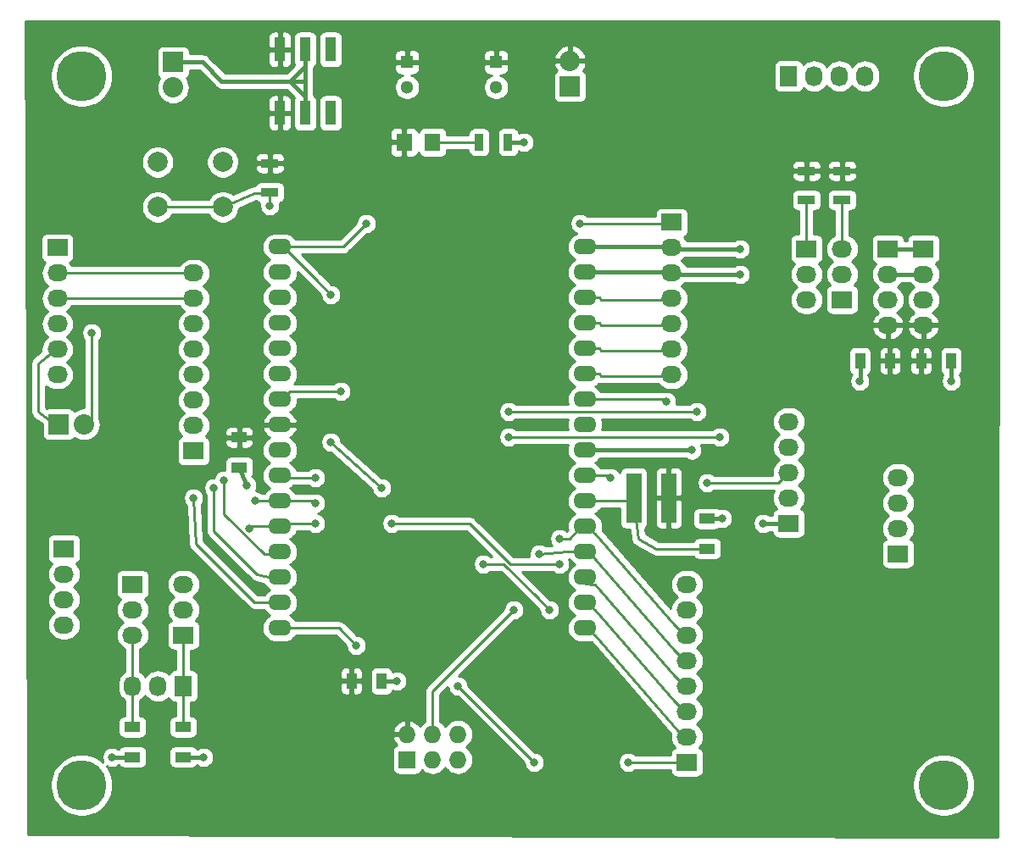
<source format=gbr>
G04 #@! TF.GenerationSoftware,KiCad,Pcbnew,(5.1.2-1)-1*
G04 #@! TF.CreationDate,2019-07-12T12:11:03+02:00*
G04 #@! TF.ProjectId,ATMEGA328PB Proto Board,41544d45-4741-4333-9238-50422050726f,rev?*
G04 #@! TF.SameCoordinates,Original*
G04 #@! TF.FileFunction,Copper,L1,Top*
G04 #@! TF.FilePolarity,Positive*
%FSLAX46Y46*%
G04 Gerber Fmt 4.6, Leading zero omitted, Abs format (unit mm)*
G04 Created by KiCad (PCBNEW (5.1.2-1)-1) date 2019-07-12 12:11:03*
%MOMM*%
%LPD*%
G04 APERTURE LIST*
%ADD10O,2.032000X1.727200*%
%ADD11R,2.032000X1.727200*%
%ADD12O,2.032000X2.032000*%
%ADD13R,2.032000X2.032000*%
%ADD14C,5.000000*%
%ADD15R,1.000000X1.600000*%
%ADD16R,1.120000X2.440000*%
%ADD17O,2.300000X1.600000*%
%ADD18C,2.000000*%
%ADD19R,0.900000X1.700000*%
%ADD20R,1.700000X0.900000*%
%ADD21R,1.500000X5.000000*%
%ADD22O,1.727200X2.032000*%
%ADD23R,1.727200X2.032000*%
%ADD24R,1.597660X1.800860*%
%ADD25O,1.727200X1.727200*%
%ADD26R,1.727200X1.727200*%
%ADD27R,1.600000X1.000000*%
%ADD28C,1.300000*%
%ADD29R,1.300000X1.300000*%
%ADD30C,0.800000*%
%ADD31C,0.400000*%
%ADD32C,0.250000*%
%ADD33C,0.254000*%
G04 APERTURE END LIST*
D10*
X165862000Y-82296000D03*
X165862000Y-79756000D03*
X165862000Y-77216000D03*
D11*
X165862000Y-74676000D03*
D10*
X162306000Y-82296000D03*
X162306000Y-79756000D03*
X162306000Y-77216000D03*
D11*
X162306000Y-74676000D03*
D10*
X80010000Y-112268000D03*
X80010000Y-109728000D03*
X80010000Y-107188000D03*
D11*
X80010000Y-104648000D03*
D12*
X82042000Y-92202000D03*
D13*
X79502000Y-92202000D03*
D10*
X79375000Y-87249000D03*
X79375000Y-84709000D03*
X79375000Y-82169000D03*
X79375000Y-79629000D03*
X79375000Y-77089000D03*
D11*
X79375000Y-74549000D03*
D14*
X81788000Y-128270000D03*
X167894000Y-128270000D03*
X81788000Y-57404000D03*
X167894000Y-57404000D03*
D15*
X159536000Y-85852000D03*
X162536000Y-85852000D03*
X111736000Y-117856000D03*
X108736000Y-117856000D03*
D16*
X101600000Y-54737000D03*
X106680000Y-61087000D03*
X104140000Y-54737000D03*
X104140000Y-61087000D03*
X106680000Y-54737000D03*
X101600000Y-61087000D03*
D17*
X132080000Y-74473000D03*
X132080000Y-77013000D03*
X132080000Y-79553000D03*
X132080000Y-82093000D03*
X132080000Y-84633000D03*
X132080000Y-87173000D03*
X132080000Y-89713000D03*
X132080000Y-92253000D03*
X132080000Y-94793000D03*
X132080000Y-97333000D03*
X132080000Y-99873000D03*
X132080000Y-102413000D03*
X132080000Y-104953000D03*
X132080000Y-107493000D03*
X132080000Y-110033000D03*
X132080000Y-112573000D03*
X101600000Y-112573000D03*
X101600000Y-110033000D03*
X101600000Y-107493000D03*
X101600000Y-104953000D03*
X101600000Y-102413000D03*
X101600000Y-99873000D03*
X101600000Y-97333000D03*
X101600000Y-94793000D03*
X101600000Y-92253000D03*
X101600000Y-89713000D03*
X101600000Y-87173000D03*
X101600000Y-84633000D03*
X101600000Y-82093000D03*
X101600000Y-79553000D03*
X101600000Y-77013000D03*
X101600000Y-74473000D03*
D18*
X89385000Y-70485000D03*
X89385000Y-65985000D03*
X95885000Y-70485000D03*
X95885000Y-65985000D03*
D19*
X124386000Y-64008000D03*
X121486000Y-64008000D03*
D20*
X100584000Y-69014000D03*
X100584000Y-66114000D03*
X157734000Y-69776000D03*
X157734000Y-66876000D03*
X154178000Y-69776000D03*
X154178000Y-66876000D03*
D21*
X136934000Y-99568000D03*
X140434000Y-99568000D03*
D22*
X160020000Y-57404000D03*
X157480000Y-57404000D03*
X154940000Y-57404000D03*
D23*
X152400000Y-57404000D03*
D10*
X163322000Y-97536000D03*
X163322000Y-100076000D03*
X163322000Y-102616000D03*
D11*
X163322000Y-105156000D03*
D10*
X91948000Y-108204000D03*
X91948000Y-110744000D03*
D11*
X91948000Y-113284000D03*
D22*
X86868000Y-118364000D03*
X89408000Y-118364000D03*
D23*
X91948000Y-118364000D03*
D10*
X86868000Y-113284000D03*
X86868000Y-110744000D03*
D11*
X86868000Y-108204000D03*
D12*
X130556000Y-55880000D03*
D13*
X130556000Y-58420000D03*
D10*
X157734000Y-74676000D03*
X157734000Y-77216000D03*
D11*
X157734000Y-79756000D03*
D10*
X154178000Y-79756000D03*
X154178000Y-77216000D03*
D11*
X154178000Y-74676000D03*
D10*
X152400000Y-91948000D03*
X152400000Y-94488000D03*
X152400000Y-97028000D03*
X152400000Y-99568000D03*
D11*
X152400000Y-102108000D03*
D10*
X92964000Y-77089000D03*
X92964000Y-79629000D03*
X92964000Y-82169000D03*
X92964000Y-84709000D03*
X92964000Y-87249000D03*
X92964000Y-89789000D03*
X92964000Y-92329000D03*
D11*
X92964000Y-94869000D03*
D10*
X140716000Y-87249000D03*
X140716000Y-84709000D03*
X140716000Y-82169000D03*
X140716000Y-79629000D03*
X140716000Y-77089000D03*
X140716000Y-74549000D03*
D11*
X140716000Y-72009000D03*
D10*
X142240000Y-108204000D03*
X142240000Y-110744000D03*
X142240000Y-113284000D03*
X142240000Y-115824000D03*
X142240000Y-118364000D03*
X142240000Y-120904000D03*
X142240000Y-123444000D03*
D11*
X142240000Y-125984000D03*
D12*
X90932000Y-58547000D03*
D13*
X90932000Y-56007000D03*
D24*
X116840000Y-64008000D03*
X114000280Y-64008000D03*
D25*
X119380000Y-123190000D03*
X119380000Y-125730000D03*
X116840000Y-123190000D03*
X116840000Y-125730000D03*
X114300000Y-123190000D03*
D26*
X114300000Y-125730000D03*
D15*
X168632000Y-85852000D03*
X165632000Y-85852000D03*
D27*
X91948000Y-125452000D03*
X91948000Y-122452000D03*
X86868000Y-125452000D03*
X86868000Y-122452000D03*
X144272000Y-101624000D03*
X144272000Y-104624000D03*
D28*
X123190000Y-58507000D03*
D29*
X123190000Y-56007000D03*
D28*
X114300000Y-58507000D03*
D29*
X114300000Y-56007000D03*
D27*
X97536000Y-96496000D03*
X97536000Y-93496000D03*
D30*
X125984000Y-64008000D03*
X93980000Y-125476000D03*
X84836000Y-125476000D03*
X113284000Y-117856000D03*
X145796000Y-101600000D03*
X168656000Y-87884000D03*
X159512000Y-87884000D03*
X98298000Y-98298000D03*
X110236000Y-72136000D03*
X111760000Y-98552000D03*
X106680000Y-93980000D03*
X106680000Y-79248000D03*
X100584000Y-70358000D03*
X131572000Y-72136000D03*
X124968000Y-110744000D03*
X129540000Y-103632000D03*
X127508000Y-105156000D03*
X98552000Y-102616000D03*
X129540000Y-106172000D03*
X112776000Y-102108000D03*
X105156000Y-102108000D03*
X105156000Y-100076000D03*
X121920000Y-106172000D03*
X128524000Y-110744000D03*
X99111000Y-99873000D03*
X109220000Y-114300000D03*
X119380000Y-118364000D03*
X127000000Y-125984000D03*
X136398000Y-125984000D03*
X147574000Y-77216000D03*
X147574000Y-74676000D03*
X96012000Y-97790000D03*
X94996000Y-98552000D03*
X92964000Y-99568000D03*
X143256000Y-90932000D03*
X124460000Y-90932000D03*
X107696000Y-88900000D03*
X124460000Y-93472000D03*
X105156000Y-97536000D03*
X145542000Y-93472000D03*
X134620000Y-97536000D03*
X144272000Y-98044000D03*
X140208000Y-89916000D03*
X149860000Y-102108000D03*
X142748000Y-94793000D03*
X82804000Y-83058000D03*
D31*
X124386000Y-64008000D02*
X125984000Y-64008000D01*
X93956000Y-125452000D02*
X93980000Y-125476000D01*
X91948000Y-125452000D02*
X93956000Y-125452000D01*
X84860000Y-125452000D02*
X84836000Y-125476000D01*
X86868000Y-125452000D02*
X84860000Y-125452000D01*
X111736000Y-117856000D02*
X113284000Y-117856000D01*
X145772000Y-101624000D02*
X145796000Y-101600000D01*
X143764000Y-101624000D02*
X145772000Y-101624000D01*
X168632000Y-87860000D02*
X168656000Y-87884000D01*
X168632000Y-85852000D02*
X168632000Y-87860000D01*
X159536000Y-87860000D02*
X159512000Y-87884000D01*
X159536000Y-85852000D02*
X159536000Y-87860000D01*
X98298000Y-98298000D02*
X97536000Y-96520000D01*
D32*
X86868000Y-113284000D02*
X86868000Y-118364000D01*
X86868000Y-118364000D02*
X86868000Y-122428000D01*
X91948000Y-113284000D02*
X91948000Y-118364000D01*
X91948000Y-118364000D02*
X91948000Y-122428000D01*
X89385000Y-70485000D02*
X95885000Y-70485000D01*
X99060000Y-69088000D02*
X100584000Y-69088000D01*
X95885000Y-70485000D02*
X99060000Y-69088000D01*
X107899000Y-74473000D02*
X110236000Y-72136000D01*
X101600000Y-74473000D02*
X107899000Y-74473000D01*
X106680000Y-93980000D02*
X111760000Y-98552000D01*
X101950000Y-74473000D02*
X101600000Y-74473000D01*
X105156000Y-77679000D02*
X101950000Y-74473000D01*
X106680000Y-79248000D02*
X105156000Y-77679000D01*
X100584000Y-69014000D02*
X100584000Y-70358000D01*
X131572000Y-72136000D02*
X140716000Y-72136000D01*
X142087600Y-118364000D02*
X142240000Y-118364000D01*
X140974000Y-117250400D02*
X142087600Y-118364000D01*
X133096000Y-108204000D02*
X140974000Y-117250400D01*
X132080000Y-108091996D02*
X133096000Y-108204000D01*
X132080000Y-107493000D02*
X132080000Y-108091996D01*
X116840000Y-118872000D02*
X116840000Y-123444000D01*
X124968000Y-110744000D02*
X116840000Y-118872000D01*
X130511000Y-103632000D02*
X129540000Y-103632000D01*
X131730000Y-102413000D02*
X130511000Y-103632000D01*
X132080000Y-102413000D02*
X131730000Y-102413000D01*
X142087600Y-113284000D02*
X142240000Y-113284000D01*
X140974000Y-112170400D02*
X142087600Y-113284000D01*
X133096000Y-103124000D02*
X140974000Y-112170400D01*
X132080000Y-102413000D02*
X133096000Y-103124000D01*
X127508000Y-105156000D02*
X130251000Y-104953000D01*
X130251000Y-104953000D02*
X132080000Y-104953000D01*
X142087600Y-115824000D02*
X142240000Y-115824000D01*
X140974000Y-114710400D02*
X142087600Y-115824000D01*
X133096000Y-105664000D02*
X140974000Y-114710400D01*
X133152002Y-105664000D02*
X133096000Y-105664000D01*
X132080000Y-104953000D02*
X133152002Y-105664000D01*
X116840000Y-64008000D02*
X121412000Y-64008000D01*
X98755000Y-102413000D02*
X98552000Y-102616000D01*
X101600000Y-102413000D02*
X98755000Y-102413000D01*
X120524410Y-102108000D02*
X112776000Y-102108000D01*
X124588410Y-106172000D02*
X120524410Y-102108000D01*
X129540000Y-106172000D02*
X124588410Y-106172000D01*
X105156000Y-102108000D02*
X102108000Y-102108000D01*
X102108000Y-102108000D02*
X101600000Y-102616000D01*
X104953000Y-99873000D02*
X105156000Y-100076000D01*
X101600000Y-99873000D02*
X104953000Y-99873000D01*
X127290999Y-109510999D02*
X128524000Y-110744000D01*
X123952000Y-106172000D02*
X127290999Y-109510999D01*
X121920000Y-106172000D02*
X123952000Y-106172000D01*
X98755000Y-99873000D02*
X101600000Y-99873000D01*
X99111000Y-99873000D02*
X98755000Y-99873000D01*
X142087600Y-120904000D02*
X142240000Y-120904000D01*
X140974000Y-119790400D02*
X142087600Y-120904000D01*
X133096000Y-110744000D02*
X140974000Y-119790400D01*
X132080000Y-110033000D02*
X133096000Y-110744000D01*
X133096000Y-113284000D02*
X141901000Y-123444000D01*
X141901000Y-123444000D02*
X142240000Y-123444000D01*
X132080000Y-112573000D02*
X133096000Y-113284000D01*
X107493000Y-112573000D02*
X109220000Y-114300000D01*
X101600000Y-112573000D02*
X107493000Y-112573000D01*
X119380000Y-118364000D02*
X127000000Y-125984000D01*
X136398000Y-125984000D02*
X142240000Y-125984000D01*
X133480000Y-87173000D02*
X133683000Y-87376000D01*
X132080000Y-87173000D02*
X133480000Y-87173000D01*
X133683000Y-87376000D02*
X140716000Y-87376000D01*
X133480000Y-84633000D02*
X133683000Y-84836000D01*
X132080000Y-84633000D02*
X133480000Y-84633000D01*
X133683000Y-84836000D02*
X140716000Y-84836000D01*
X133480000Y-82093000D02*
X133683000Y-82296000D01*
X132080000Y-82093000D02*
X133480000Y-82093000D01*
X133683000Y-82296000D02*
X140716000Y-82296000D01*
X133480000Y-79553000D02*
X133683000Y-79756000D01*
X132080000Y-79553000D02*
X133480000Y-79553000D01*
X133683000Y-79756000D02*
X140716000Y-79756000D01*
D31*
X132080000Y-77013000D02*
X140513000Y-77013000D01*
X165862000Y-77216000D02*
X162306000Y-77216000D01*
X147574000Y-77216000D02*
X140716000Y-77216000D01*
X132080000Y-74473000D02*
X140513000Y-74473000D01*
X165862000Y-74676000D02*
X162306000Y-74676000D01*
X147574000Y-74676000D02*
X141205186Y-74676000D01*
X141205186Y-74676000D02*
X140716000Y-74676000D01*
D32*
X96012000Y-101149002D02*
X100018998Y-105156000D01*
X96012000Y-97790000D02*
X96012000Y-101149002D01*
X100018998Y-105156000D02*
X101600000Y-105156000D01*
X99314000Y-107188000D02*
X101600000Y-107696000D01*
X94996000Y-102870000D02*
X99314000Y-107188000D01*
X94996000Y-98552000D02*
X94996000Y-102870000D01*
X99060000Y-109982000D02*
X101600000Y-109982000D01*
X93218000Y-104140000D02*
X99060000Y-109982000D01*
X92964000Y-99568000D02*
X93218000Y-104140000D01*
X143256000Y-90932000D02*
X124460000Y-90932000D01*
X102616000Y-88900000D02*
X101600000Y-89916000D01*
X107696000Y-88900000D02*
X102616000Y-88900000D01*
X105156000Y-97536000D02*
X101600000Y-97536000D01*
X144272000Y-93472000D02*
X124460000Y-93472000D01*
X145542000Y-93472000D02*
X144272000Y-93472000D01*
X134417000Y-97333000D02*
X134620000Y-97536000D01*
X132080000Y-97333000D02*
X134417000Y-97333000D01*
X144272000Y-98044000D02*
X151384000Y-98044000D01*
X151384000Y-98044000D02*
X152400000Y-97028000D01*
X140005000Y-89713000D02*
X140208000Y-89916000D01*
X132080000Y-89713000D02*
X140005000Y-89713000D01*
D31*
X149860000Y-102108000D02*
X152400000Y-102108000D01*
X132080000Y-94793000D02*
X142748000Y-94793000D01*
D32*
X154178000Y-74676000D02*
X154178000Y-69850000D01*
X157734000Y-74676000D02*
X157734000Y-69850000D01*
X104140000Y-57912000D02*
X104140000Y-60960000D01*
D31*
X100584000Y-57912000D02*
X102616000Y-57912000D01*
X102616000Y-57912000D02*
X104140000Y-59436000D01*
X104140000Y-59436000D02*
X104140000Y-60960000D01*
X104140000Y-56896000D02*
X104140000Y-59436000D01*
X104140000Y-54737000D02*
X104140000Y-56896000D01*
X102616000Y-57912000D02*
X104140000Y-56388000D01*
X101092000Y-57912000D02*
X104140000Y-57912000D01*
X100584000Y-57912000D02*
X101092000Y-57912000D01*
X95777000Y-57912000D02*
X101092000Y-57912000D01*
X93872000Y-56007000D02*
X95777000Y-57912000D01*
X90932000Y-56007000D02*
X93872000Y-56007000D01*
D32*
X136906000Y-99822000D02*
X137414000Y-103632000D01*
X139192000Y-104648000D02*
X143764000Y-104648000D01*
X137414000Y-103632000D02*
X139192000Y-104648000D01*
X133480000Y-99873000D02*
X136906000Y-99822000D01*
X132080000Y-99873000D02*
X133480000Y-99873000D01*
X79375000Y-79629000D02*
X92837000Y-79629000D01*
X92837000Y-79629000D02*
X92964000Y-79502000D01*
X77470000Y-90937990D02*
X79502000Y-92456000D01*
X77470000Y-86106000D02*
X77470000Y-90937990D01*
X79222600Y-84709000D02*
X77470000Y-86106000D01*
X79375000Y-84709000D02*
X79222600Y-84709000D01*
X79375000Y-77089000D02*
X92837000Y-77089000D01*
X92837000Y-77089000D02*
X92964000Y-77216000D01*
X82804000Y-83058000D02*
X82804000Y-91694000D01*
X82804000Y-91694000D02*
X82296000Y-92202000D01*
D33*
G36*
X173323349Y-133476667D02*
G01*
X76453606Y-133223330D01*
X76437214Y-127961229D01*
X78653000Y-127961229D01*
X78653000Y-128578771D01*
X78773476Y-129184446D01*
X79009799Y-129754979D01*
X79352886Y-130268446D01*
X79789554Y-130705114D01*
X80303021Y-131048201D01*
X80873554Y-131284524D01*
X81479229Y-131405000D01*
X82096771Y-131405000D01*
X82702446Y-131284524D01*
X83272979Y-131048201D01*
X83786446Y-130705114D01*
X84223114Y-130268446D01*
X84566201Y-129754979D01*
X84802524Y-129184446D01*
X84923000Y-128578771D01*
X84923000Y-127961229D01*
X164759000Y-127961229D01*
X164759000Y-128578771D01*
X164879476Y-129184446D01*
X165115799Y-129754979D01*
X165458886Y-130268446D01*
X165895554Y-130705114D01*
X166409021Y-131048201D01*
X166979554Y-131284524D01*
X167585229Y-131405000D01*
X168202771Y-131405000D01*
X168808446Y-131284524D01*
X169378979Y-131048201D01*
X169892446Y-130705114D01*
X170329114Y-130268446D01*
X170672201Y-129754979D01*
X170908524Y-129184446D01*
X171029000Y-128578771D01*
X171029000Y-127961229D01*
X170908524Y-127355554D01*
X170672201Y-126785021D01*
X170329114Y-126271554D01*
X169892446Y-125834886D01*
X169378979Y-125491799D01*
X168808446Y-125255476D01*
X168202771Y-125135000D01*
X167585229Y-125135000D01*
X166979554Y-125255476D01*
X166409021Y-125491799D01*
X165895554Y-125834886D01*
X165458886Y-126271554D01*
X165115799Y-126785021D01*
X164879476Y-127355554D01*
X164759000Y-127961229D01*
X84923000Y-127961229D01*
X84802524Y-127355554D01*
X84566201Y-126785021D01*
X84271051Y-126343297D01*
X84345744Y-126393205D01*
X84534102Y-126471226D01*
X84734061Y-126511000D01*
X84937939Y-126511000D01*
X85137898Y-126471226D01*
X85326256Y-126393205D01*
X85485203Y-126287000D01*
X85527043Y-126287000D01*
X85537463Y-126306494D01*
X85616815Y-126403185D01*
X85713506Y-126482537D01*
X85823820Y-126541502D01*
X85943518Y-126577812D01*
X86068000Y-126590072D01*
X87668000Y-126590072D01*
X87792482Y-126577812D01*
X87912180Y-126541502D01*
X88022494Y-126482537D01*
X88119185Y-126403185D01*
X88198537Y-126306494D01*
X88257502Y-126196180D01*
X88293812Y-126076482D01*
X88306072Y-125952000D01*
X88306072Y-124952000D01*
X90509928Y-124952000D01*
X90509928Y-125952000D01*
X90522188Y-126076482D01*
X90558498Y-126196180D01*
X90617463Y-126306494D01*
X90696815Y-126403185D01*
X90793506Y-126482537D01*
X90903820Y-126541502D01*
X91023518Y-126577812D01*
X91148000Y-126590072D01*
X92748000Y-126590072D01*
X92872482Y-126577812D01*
X92992180Y-126541502D01*
X93102494Y-126482537D01*
X93199185Y-126403185D01*
X93278537Y-126306494D01*
X93288957Y-126287000D01*
X93330797Y-126287000D01*
X93489744Y-126393205D01*
X93678102Y-126471226D01*
X93878061Y-126511000D01*
X94081939Y-126511000D01*
X94281898Y-126471226D01*
X94470256Y-126393205D01*
X94639774Y-126279937D01*
X94783937Y-126135774D01*
X94897205Y-125966256D01*
X94975226Y-125777898D01*
X95015000Y-125577939D01*
X95015000Y-125374061D01*
X94975226Y-125174102D01*
X94897205Y-124985744D01*
X94817463Y-124866400D01*
X112798328Y-124866400D01*
X112798328Y-126593600D01*
X112810588Y-126718082D01*
X112846898Y-126837780D01*
X112905863Y-126948094D01*
X112985215Y-127044785D01*
X113081906Y-127124137D01*
X113192220Y-127183102D01*
X113311918Y-127219412D01*
X113436400Y-127231672D01*
X115163600Y-127231672D01*
X115288082Y-127219412D01*
X115407780Y-127183102D01*
X115518094Y-127124137D01*
X115614785Y-127044785D01*
X115694137Y-126948094D01*
X115753102Y-126837780D01*
X115768586Y-126786735D01*
X115775203Y-126794797D01*
X116003394Y-126982069D01*
X116263736Y-127121225D01*
X116546223Y-127206916D01*
X116766381Y-127228600D01*
X116913619Y-127228600D01*
X117133777Y-127206916D01*
X117416264Y-127121225D01*
X117676606Y-126982069D01*
X117904797Y-126794797D01*
X118092069Y-126566606D01*
X118110000Y-126533060D01*
X118127931Y-126566606D01*
X118315203Y-126794797D01*
X118543394Y-126982069D01*
X118803736Y-127121225D01*
X119086223Y-127206916D01*
X119306381Y-127228600D01*
X119453619Y-127228600D01*
X119673777Y-127206916D01*
X119956264Y-127121225D01*
X120216606Y-126982069D01*
X120444797Y-126794797D01*
X120632069Y-126566606D01*
X120771225Y-126306264D01*
X120856916Y-126023777D01*
X120885851Y-125730000D01*
X120856916Y-125436223D01*
X120771225Y-125153736D01*
X120632069Y-124893394D01*
X120444797Y-124665203D01*
X120216606Y-124477931D01*
X120183060Y-124460000D01*
X120216606Y-124442069D01*
X120444797Y-124254797D01*
X120632069Y-124026606D01*
X120771225Y-123766264D01*
X120856916Y-123483777D01*
X120885851Y-123190000D01*
X120856916Y-122896223D01*
X120771225Y-122613736D01*
X120632069Y-122353394D01*
X120444797Y-122125203D01*
X120216606Y-121937931D01*
X119956264Y-121798775D01*
X119673777Y-121713084D01*
X119453619Y-121691400D01*
X119306381Y-121691400D01*
X119086223Y-121713084D01*
X118803736Y-121798775D01*
X118543394Y-121937931D01*
X118315203Y-122125203D01*
X118127931Y-122353394D01*
X118110000Y-122386940D01*
X118092069Y-122353394D01*
X117904797Y-122125203D01*
X117676606Y-121937931D01*
X117600000Y-121896984D01*
X117600000Y-119186801D01*
X118345000Y-118441801D01*
X118345000Y-118465939D01*
X118384774Y-118665898D01*
X118462795Y-118854256D01*
X118576063Y-119023774D01*
X118720226Y-119167937D01*
X118889744Y-119281205D01*
X119078102Y-119359226D01*
X119278061Y-119399000D01*
X119340199Y-119399000D01*
X125965000Y-126023802D01*
X125965000Y-126085939D01*
X126004774Y-126285898D01*
X126082795Y-126474256D01*
X126196063Y-126643774D01*
X126340226Y-126787937D01*
X126509744Y-126901205D01*
X126698102Y-126979226D01*
X126898061Y-127019000D01*
X127101939Y-127019000D01*
X127301898Y-126979226D01*
X127490256Y-126901205D01*
X127659774Y-126787937D01*
X127803937Y-126643774D01*
X127917205Y-126474256D01*
X127995226Y-126285898D01*
X128035000Y-126085939D01*
X128035000Y-125882061D01*
X127995226Y-125682102D01*
X127917205Y-125493744D01*
X127803937Y-125324226D01*
X127659774Y-125180063D01*
X127490256Y-125066795D01*
X127301898Y-124988774D01*
X127101939Y-124949000D01*
X127039802Y-124949000D01*
X120415000Y-118324199D01*
X120415000Y-118262061D01*
X120375226Y-118062102D01*
X120297205Y-117873744D01*
X120183937Y-117704226D01*
X120039774Y-117560063D01*
X119870256Y-117446795D01*
X119681898Y-117368774D01*
X119481939Y-117329000D01*
X119457801Y-117329000D01*
X125007802Y-111779000D01*
X125069939Y-111779000D01*
X125269898Y-111739226D01*
X125458256Y-111661205D01*
X125627774Y-111547937D01*
X125771937Y-111403774D01*
X125885205Y-111234256D01*
X125963226Y-111045898D01*
X126003000Y-110845939D01*
X126003000Y-110642061D01*
X125963226Y-110442102D01*
X125885205Y-110253744D01*
X125771937Y-110084226D01*
X125627774Y-109940063D01*
X125458256Y-109826795D01*
X125269898Y-109748774D01*
X125069939Y-109709000D01*
X124866061Y-109709000D01*
X124666102Y-109748774D01*
X124477744Y-109826795D01*
X124308226Y-109940063D01*
X124164063Y-110084226D01*
X124050795Y-110253744D01*
X123972774Y-110442102D01*
X123933000Y-110642061D01*
X123933000Y-110704198D01*
X116329003Y-118308196D01*
X116299999Y-118331999D01*
X116273738Y-118363999D01*
X116205026Y-118447724D01*
X116134455Y-118579753D01*
X116134454Y-118579754D01*
X116090997Y-118723015D01*
X116080000Y-118834668D01*
X116080000Y-118834678D01*
X116076324Y-118872000D01*
X116080000Y-118909323D01*
X116080001Y-121896984D01*
X116003394Y-121937931D01*
X115775203Y-122125203D01*
X115587931Y-122353394D01*
X115564137Y-122397910D01*
X115506817Y-122301512D01*
X115310293Y-122083146D01*
X115074944Y-121907316D01*
X114809814Y-121780778D01*
X114659026Y-121735042D01*
X114427000Y-121856183D01*
X114427000Y-123063000D01*
X114447000Y-123063000D01*
X114447000Y-123317000D01*
X114427000Y-123317000D01*
X114427000Y-123337000D01*
X114173000Y-123337000D01*
X114173000Y-123317000D01*
X112965536Y-123317000D01*
X112845037Y-123549027D01*
X112943036Y-123825978D01*
X113093183Y-124078488D01*
X113254692Y-124257947D01*
X113192220Y-124276898D01*
X113081906Y-124335863D01*
X112985215Y-124415215D01*
X112905863Y-124511906D01*
X112846898Y-124622220D01*
X112810588Y-124741918D01*
X112798328Y-124866400D01*
X94817463Y-124866400D01*
X94783937Y-124816226D01*
X94639774Y-124672063D01*
X94470256Y-124558795D01*
X94281898Y-124480774D01*
X94081939Y-124441000D01*
X93878061Y-124441000D01*
X93678102Y-124480774D01*
X93489744Y-124558795D01*
X93402634Y-124617000D01*
X93288957Y-124617000D01*
X93278537Y-124597506D01*
X93199185Y-124500815D01*
X93102494Y-124421463D01*
X92992180Y-124362498D01*
X92872482Y-124326188D01*
X92748000Y-124313928D01*
X91148000Y-124313928D01*
X91023518Y-124326188D01*
X90903820Y-124362498D01*
X90793506Y-124421463D01*
X90696815Y-124500815D01*
X90617463Y-124597506D01*
X90558498Y-124707820D01*
X90522188Y-124827518D01*
X90509928Y-124952000D01*
X88306072Y-124952000D01*
X88293812Y-124827518D01*
X88257502Y-124707820D01*
X88198537Y-124597506D01*
X88119185Y-124500815D01*
X88022494Y-124421463D01*
X87912180Y-124362498D01*
X87792482Y-124326188D01*
X87668000Y-124313928D01*
X86068000Y-124313928D01*
X85943518Y-124326188D01*
X85823820Y-124362498D01*
X85713506Y-124421463D01*
X85616815Y-124500815D01*
X85537463Y-124597506D01*
X85527043Y-124617000D01*
X85413366Y-124617000D01*
X85326256Y-124558795D01*
X85137898Y-124480774D01*
X84937939Y-124441000D01*
X84734061Y-124441000D01*
X84534102Y-124480774D01*
X84345744Y-124558795D01*
X84176226Y-124672063D01*
X84032063Y-124816226D01*
X83918795Y-124985744D01*
X83840774Y-125174102D01*
X83801000Y-125374061D01*
X83801000Y-125577939D01*
X83840774Y-125777898D01*
X83918795Y-125966256D01*
X83920766Y-125969206D01*
X83786446Y-125834886D01*
X83272979Y-125491799D01*
X82702446Y-125255476D01*
X82096771Y-125135000D01*
X81479229Y-125135000D01*
X80873554Y-125255476D01*
X80303021Y-125491799D01*
X79789554Y-125834886D01*
X79352886Y-126271554D01*
X79009799Y-126785021D01*
X78773476Y-127355554D01*
X78653000Y-127961229D01*
X76437214Y-127961229D01*
X76372500Y-107188000D01*
X78351749Y-107188000D01*
X78380684Y-107481777D01*
X78466375Y-107764264D01*
X78605531Y-108024606D01*
X78792803Y-108252797D01*
X79020994Y-108440069D01*
X79054540Y-108458000D01*
X79020994Y-108475931D01*
X78792803Y-108663203D01*
X78605531Y-108891394D01*
X78466375Y-109151736D01*
X78380684Y-109434223D01*
X78351749Y-109728000D01*
X78380684Y-110021777D01*
X78466375Y-110304264D01*
X78605531Y-110564606D01*
X78792803Y-110792797D01*
X79020994Y-110980069D01*
X79054540Y-110998000D01*
X79020994Y-111015931D01*
X78792803Y-111203203D01*
X78605531Y-111431394D01*
X78466375Y-111691736D01*
X78380684Y-111974223D01*
X78351749Y-112268000D01*
X78380684Y-112561777D01*
X78466375Y-112844264D01*
X78605531Y-113104606D01*
X78792803Y-113332797D01*
X79020994Y-113520069D01*
X79281336Y-113659225D01*
X79563823Y-113744916D01*
X79783981Y-113766600D01*
X80236019Y-113766600D01*
X80456177Y-113744916D01*
X80738664Y-113659225D01*
X80999006Y-113520069D01*
X81227197Y-113332797D01*
X81414469Y-113104606D01*
X81553625Y-112844264D01*
X81639316Y-112561777D01*
X81668251Y-112268000D01*
X81639316Y-111974223D01*
X81553625Y-111691736D01*
X81414469Y-111431394D01*
X81227197Y-111203203D01*
X80999006Y-111015931D01*
X80965460Y-110998000D01*
X80999006Y-110980069D01*
X81227197Y-110792797D01*
X81267243Y-110744000D01*
X85209749Y-110744000D01*
X85238684Y-111037777D01*
X85324375Y-111320264D01*
X85463531Y-111580606D01*
X85650803Y-111808797D01*
X85878994Y-111996069D01*
X85912540Y-112014000D01*
X85878994Y-112031931D01*
X85650803Y-112219203D01*
X85463531Y-112447394D01*
X85324375Y-112707736D01*
X85238684Y-112990223D01*
X85209749Y-113284000D01*
X85238684Y-113577777D01*
X85324375Y-113860264D01*
X85463531Y-114120606D01*
X85650803Y-114348797D01*
X85878994Y-114536069D01*
X86108000Y-114658476D01*
X86108001Y-116918584D01*
X86031395Y-116959531D01*
X85803203Y-117146803D01*
X85615931Y-117374994D01*
X85476775Y-117635336D01*
X85391084Y-117917823D01*
X85369400Y-118137981D01*
X85369400Y-118590018D01*
X85391084Y-118810176D01*
X85476775Y-119092663D01*
X85615931Y-119353005D01*
X85803203Y-119581197D01*
X86031394Y-119768469D01*
X86108000Y-119809416D01*
X86108001Y-121313928D01*
X86068000Y-121313928D01*
X85943518Y-121326188D01*
X85823820Y-121362498D01*
X85713506Y-121421463D01*
X85616815Y-121500815D01*
X85537463Y-121597506D01*
X85478498Y-121707820D01*
X85442188Y-121827518D01*
X85429928Y-121952000D01*
X85429928Y-122952000D01*
X85442188Y-123076482D01*
X85478498Y-123196180D01*
X85537463Y-123306494D01*
X85616815Y-123403185D01*
X85713506Y-123482537D01*
X85823820Y-123541502D01*
X85943518Y-123577812D01*
X86068000Y-123590072D01*
X87668000Y-123590072D01*
X87792482Y-123577812D01*
X87912180Y-123541502D01*
X88022494Y-123482537D01*
X88119185Y-123403185D01*
X88198537Y-123306494D01*
X88257502Y-123196180D01*
X88293812Y-123076482D01*
X88306072Y-122952000D01*
X88306072Y-121952000D01*
X88293812Y-121827518D01*
X88257502Y-121707820D01*
X88198537Y-121597506D01*
X88119185Y-121500815D01*
X88022494Y-121421463D01*
X87912180Y-121362498D01*
X87792482Y-121326188D01*
X87668000Y-121313928D01*
X87628000Y-121313928D01*
X87628000Y-119809415D01*
X87704605Y-119768469D01*
X87932797Y-119581197D01*
X88120069Y-119353006D01*
X88138000Y-119319459D01*
X88155931Y-119353005D01*
X88343203Y-119581197D01*
X88571394Y-119768469D01*
X88831736Y-119907625D01*
X89114223Y-119993316D01*
X89408000Y-120022251D01*
X89701776Y-119993316D01*
X89984263Y-119907625D01*
X90244605Y-119768469D01*
X90472797Y-119581197D01*
X90479414Y-119573135D01*
X90494898Y-119624180D01*
X90553863Y-119734494D01*
X90633215Y-119831185D01*
X90729906Y-119910537D01*
X90840220Y-119969502D01*
X90959918Y-120005812D01*
X91084400Y-120018072D01*
X91188000Y-120018072D01*
X91188001Y-121313928D01*
X91148000Y-121313928D01*
X91023518Y-121326188D01*
X90903820Y-121362498D01*
X90793506Y-121421463D01*
X90696815Y-121500815D01*
X90617463Y-121597506D01*
X90558498Y-121707820D01*
X90522188Y-121827518D01*
X90509928Y-121952000D01*
X90509928Y-122952000D01*
X90522188Y-123076482D01*
X90558498Y-123196180D01*
X90617463Y-123306494D01*
X90696815Y-123403185D01*
X90793506Y-123482537D01*
X90903820Y-123541502D01*
X91023518Y-123577812D01*
X91148000Y-123590072D01*
X92748000Y-123590072D01*
X92872482Y-123577812D01*
X92992180Y-123541502D01*
X93102494Y-123482537D01*
X93199185Y-123403185D01*
X93278537Y-123306494D01*
X93337502Y-123196180D01*
X93373812Y-123076482D01*
X93386072Y-122952000D01*
X93386072Y-122830973D01*
X112845037Y-122830973D01*
X112965536Y-123063000D01*
X114173000Y-123063000D01*
X114173000Y-121856183D01*
X113940974Y-121735042D01*
X113790186Y-121780778D01*
X113525056Y-121907316D01*
X113289707Y-122083146D01*
X113093183Y-122301512D01*
X112943036Y-122554022D01*
X112845037Y-122830973D01*
X93386072Y-122830973D01*
X93386072Y-121952000D01*
X93373812Y-121827518D01*
X93337502Y-121707820D01*
X93278537Y-121597506D01*
X93199185Y-121500815D01*
X93102494Y-121421463D01*
X92992180Y-121362498D01*
X92872482Y-121326188D01*
X92748000Y-121313928D01*
X92708000Y-121313928D01*
X92708000Y-120018072D01*
X92811600Y-120018072D01*
X92936082Y-120005812D01*
X93055780Y-119969502D01*
X93166094Y-119910537D01*
X93262785Y-119831185D01*
X93342137Y-119734494D01*
X93401102Y-119624180D01*
X93437412Y-119504482D01*
X93449672Y-119380000D01*
X93449672Y-118656000D01*
X107597928Y-118656000D01*
X107610188Y-118780482D01*
X107646498Y-118900180D01*
X107705463Y-119010494D01*
X107784815Y-119107185D01*
X107881506Y-119186537D01*
X107991820Y-119245502D01*
X108111518Y-119281812D01*
X108236000Y-119294072D01*
X108450250Y-119291000D01*
X108609000Y-119132250D01*
X108609000Y-117983000D01*
X108863000Y-117983000D01*
X108863000Y-119132250D01*
X109021750Y-119291000D01*
X109236000Y-119294072D01*
X109360482Y-119281812D01*
X109480180Y-119245502D01*
X109590494Y-119186537D01*
X109687185Y-119107185D01*
X109766537Y-119010494D01*
X109825502Y-118900180D01*
X109861812Y-118780482D01*
X109874072Y-118656000D01*
X109871000Y-118141750D01*
X109712250Y-117983000D01*
X108863000Y-117983000D01*
X108609000Y-117983000D01*
X107759750Y-117983000D01*
X107601000Y-118141750D01*
X107597928Y-118656000D01*
X93449672Y-118656000D01*
X93449672Y-117348000D01*
X93437412Y-117223518D01*
X93401102Y-117103820D01*
X93375542Y-117056000D01*
X107597928Y-117056000D01*
X107601000Y-117570250D01*
X107759750Y-117729000D01*
X108609000Y-117729000D01*
X108609000Y-116579750D01*
X108863000Y-116579750D01*
X108863000Y-117729000D01*
X109712250Y-117729000D01*
X109871000Y-117570250D01*
X109874072Y-117056000D01*
X110597928Y-117056000D01*
X110597928Y-118656000D01*
X110610188Y-118780482D01*
X110646498Y-118900180D01*
X110705463Y-119010494D01*
X110784815Y-119107185D01*
X110881506Y-119186537D01*
X110991820Y-119245502D01*
X111111518Y-119281812D01*
X111236000Y-119294072D01*
X112236000Y-119294072D01*
X112360482Y-119281812D01*
X112480180Y-119245502D01*
X112590494Y-119186537D01*
X112687185Y-119107185D01*
X112766537Y-119010494D01*
X112825502Y-118900180D01*
X112856175Y-118799065D01*
X112982102Y-118851226D01*
X113182061Y-118891000D01*
X113385939Y-118891000D01*
X113585898Y-118851226D01*
X113774256Y-118773205D01*
X113943774Y-118659937D01*
X114087937Y-118515774D01*
X114201205Y-118346256D01*
X114279226Y-118157898D01*
X114319000Y-117957939D01*
X114319000Y-117754061D01*
X114279226Y-117554102D01*
X114201205Y-117365744D01*
X114087937Y-117196226D01*
X113943774Y-117052063D01*
X113774256Y-116938795D01*
X113585898Y-116860774D01*
X113385939Y-116821000D01*
X113182061Y-116821000D01*
X112982102Y-116860774D01*
X112856175Y-116912935D01*
X112825502Y-116811820D01*
X112766537Y-116701506D01*
X112687185Y-116604815D01*
X112590494Y-116525463D01*
X112480180Y-116466498D01*
X112360482Y-116430188D01*
X112236000Y-116417928D01*
X111236000Y-116417928D01*
X111111518Y-116430188D01*
X110991820Y-116466498D01*
X110881506Y-116525463D01*
X110784815Y-116604815D01*
X110705463Y-116701506D01*
X110646498Y-116811820D01*
X110610188Y-116931518D01*
X110597928Y-117056000D01*
X109874072Y-117056000D01*
X109861812Y-116931518D01*
X109825502Y-116811820D01*
X109766537Y-116701506D01*
X109687185Y-116604815D01*
X109590494Y-116525463D01*
X109480180Y-116466498D01*
X109360482Y-116430188D01*
X109236000Y-116417928D01*
X109021750Y-116421000D01*
X108863000Y-116579750D01*
X108609000Y-116579750D01*
X108450250Y-116421000D01*
X108236000Y-116417928D01*
X108111518Y-116430188D01*
X107991820Y-116466498D01*
X107881506Y-116525463D01*
X107784815Y-116604815D01*
X107705463Y-116701506D01*
X107646498Y-116811820D01*
X107610188Y-116931518D01*
X107597928Y-117056000D01*
X93375542Y-117056000D01*
X93342137Y-116993506D01*
X93262785Y-116896815D01*
X93166094Y-116817463D01*
X93055780Y-116758498D01*
X92936082Y-116722188D01*
X92811600Y-116709928D01*
X92708000Y-116709928D01*
X92708000Y-114785672D01*
X92964000Y-114785672D01*
X93088482Y-114773412D01*
X93208180Y-114737102D01*
X93318494Y-114678137D01*
X93415185Y-114598785D01*
X93494537Y-114502094D01*
X93553502Y-114391780D01*
X93589812Y-114272082D01*
X93602072Y-114147600D01*
X93602072Y-112420400D01*
X93589812Y-112295918D01*
X93553502Y-112176220D01*
X93494537Y-112065906D01*
X93415185Y-111969215D01*
X93318494Y-111889863D01*
X93208180Y-111830898D01*
X93157135Y-111815414D01*
X93165197Y-111808797D01*
X93352469Y-111580606D01*
X93491625Y-111320264D01*
X93577316Y-111037777D01*
X93606251Y-110744000D01*
X93577316Y-110450223D01*
X93491625Y-110167736D01*
X93352469Y-109907394D01*
X93165197Y-109679203D01*
X92937006Y-109491931D01*
X92903460Y-109474000D01*
X92937006Y-109456069D01*
X93165197Y-109268797D01*
X93352469Y-109040606D01*
X93491625Y-108780264D01*
X93577316Y-108497777D01*
X93606251Y-108204000D01*
X93577316Y-107910223D01*
X93491625Y-107627736D01*
X93352469Y-107367394D01*
X93165197Y-107139203D01*
X92937006Y-106951931D01*
X92676664Y-106812775D01*
X92394177Y-106727084D01*
X92174019Y-106705400D01*
X91721981Y-106705400D01*
X91501823Y-106727084D01*
X91219336Y-106812775D01*
X90958994Y-106951931D01*
X90730803Y-107139203D01*
X90543531Y-107367394D01*
X90404375Y-107627736D01*
X90318684Y-107910223D01*
X90289749Y-108204000D01*
X90318684Y-108497777D01*
X90404375Y-108780264D01*
X90543531Y-109040606D01*
X90730803Y-109268797D01*
X90958994Y-109456069D01*
X90992540Y-109474000D01*
X90958994Y-109491931D01*
X90730803Y-109679203D01*
X90543531Y-109907394D01*
X90404375Y-110167736D01*
X90318684Y-110450223D01*
X90289749Y-110744000D01*
X90318684Y-111037777D01*
X90404375Y-111320264D01*
X90543531Y-111580606D01*
X90730803Y-111808797D01*
X90738865Y-111815414D01*
X90687820Y-111830898D01*
X90577506Y-111889863D01*
X90480815Y-111969215D01*
X90401463Y-112065906D01*
X90342498Y-112176220D01*
X90306188Y-112295918D01*
X90293928Y-112420400D01*
X90293928Y-114147600D01*
X90306188Y-114272082D01*
X90342498Y-114391780D01*
X90401463Y-114502094D01*
X90480815Y-114598785D01*
X90577506Y-114678137D01*
X90687820Y-114737102D01*
X90807518Y-114773412D01*
X90932000Y-114785672D01*
X91188000Y-114785672D01*
X91188001Y-116709928D01*
X91084400Y-116709928D01*
X90959918Y-116722188D01*
X90840220Y-116758498D01*
X90729906Y-116817463D01*
X90633215Y-116896815D01*
X90553863Y-116993506D01*
X90494898Y-117103820D01*
X90479414Y-117154865D01*
X90472797Y-117146803D01*
X90244606Y-116959531D01*
X89984264Y-116820375D01*
X89701777Y-116734684D01*
X89408000Y-116705749D01*
X89114224Y-116734684D01*
X88831737Y-116820375D01*
X88571395Y-116959531D01*
X88343203Y-117146803D01*
X88155931Y-117374994D01*
X88138000Y-117408541D01*
X88120069Y-117374994D01*
X87932797Y-117146803D01*
X87704606Y-116959531D01*
X87628000Y-116918584D01*
X87628000Y-114658476D01*
X87857006Y-114536069D01*
X88085197Y-114348797D01*
X88272469Y-114120606D01*
X88411625Y-113860264D01*
X88497316Y-113577777D01*
X88526251Y-113284000D01*
X88497316Y-112990223D01*
X88411625Y-112707736D01*
X88272469Y-112447394D01*
X88085197Y-112219203D01*
X87857006Y-112031931D01*
X87823460Y-112014000D01*
X87857006Y-111996069D01*
X88085197Y-111808797D01*
X88272469Y-111580606D01*
X88411625Y-111320264D01*
X88497316Y-111037777D01*
X88526251Y-110744000D01*
X88497316Y-110450223D01*
X88411625Y-110167736D01*
X88272469Y-109907394D01*
X88085197Y-109679203D01*
X88077135Y-109672586D01*
X88128180Y-109657102D01*
X88238494Y-109598137D01*
X88335185Y-109518785D01*
X88414537Y-109422094D01*
X88473502Y-109311780D01*
X88509812Y-109192082D01*
X88522072Y-109067600D01*
X88522072Y-107340400D01*
X88509812Y-107215918D01*
X88473502Y-107096220D01*
X88414537Y-106985906D01*
X88335185Y-106889215D01*
X88238494Y-106809863D01*
X88128180Y-106750898D01*
X88008482Y-106714588D01*
X87884000Y-106702328D01*
X85852000Y-106702328D01*
X85727518Y-106714588D01*
X85607820Y-106750898D01*
X85497506Y-106809863D01*
X85400815Y-106889215D01*
X85321463Y-106985906D01*
X85262498Y-107096220D01*
X85226188Y-107215918D01*
X85213928Y-107340400D01*
X85213928Y-109067600D01*
X85226188Y-109192082D01*
X85262498Y-109311780D01*
X85321463Y-109422094D01*
X85400815Y-109518785D01*
X85497506Y-109598137D01*
X85607820Y-109657102D01*
X85658865Y-109672586D01*
X85650803Y-109679203D01*
X85463531Y-109907394D01*
X85324375Y-110167736D01*
X85238684Y-110450223D01*
X85209749Y-110744000D01*
X81267243Y-110744000D01*
X81414469Y-110564606D01*
X81553625Y-110304264D01*
X81639316Y-110021777D01*
X81668251Y-109728000D01*
X81639316Y-109434223D01*
X81553625Y-109151736D01*
X81414469Y-108891394D01*
X81227197Y-108663203D01*
X80999006Y-108475931D01*
X80965460Y-108458000D01*
X80999006Y-108440069D01*
X81227197Y-108252797D01*
X81414469Y-108024606D01*
X81553625Y-107764264D01*
X81639316Y-107481777D01*
X81668251Y-107188000D01*
X81639316Y-106894223D01*
X81553625Y-106611736D01*
X81414469Y-106351394D01*
X81227197Y-106123203D01*
X81219135Y-106116586D01*
X81270180Y-106101102D01*
X81380494Y-106042137D01*
X81477185Y-105962785D01*
X81556537Y-105866094D01*
X81615502Y-105755780D01*
X81651812Y-105636082D01*
X81664072Y-105511600D01*
X81664072Y-103784400D01*
X81651812Y-103659918D01*
X81615502Y-103540220D01*
X81556537Y-103429906D01*
X81477185Y-103333215D01*
X81380494Y-103253863D01*
X81270180Y-103194898D01*
X81150482Y-103158588D01*
X81026000Y-103146328D01*
X78994000Y-103146328D01*
X78869518Y-103158588D01*
X78749820Y-103194898D01*
X78639506Y-103253863D01*
X78542815Y-103333215D01*
X78463463Y-103429906D01*
X78404498Y-103540220D01*
X78368188Y-103659918D01*
X78355928Y-103784400D01*
X78355928Y-105511600D01*
X78368188Y-105636082D01*
X78404498Y-105755780D01*
X78463463Y-105866094D01*
X78542815Y-105962785D01*
X78639506Y-106042137D01*
X78749820Y-106101102D01*
X78800865Y-106116586D01*
X78792803Y-106123203D01*
X78605531Y-106351394D01*
X78466375Y-106611736D01*
X78380684Y-106894223D01*
X78351749Y-107188000D01*
X76372500Y-107188000D01*
X76348444Y-99466061D01*
X91929000Y-99466061D01*
X91929000Y-99669939D01*
X91968774Y-99869898D01*
X92046795Y-100058256D01*
X92160063Y-100227774D01*
X92244155Y-100311866D01*
X92455925Y-104123745D01*
X92454324Y-104140000D01*
X92460068Y-104198320D01*
X92461241Y-104219432D01*
X92463730Y-104235503D01*
X92468998Y-104288985D01*
X92475163Y-104309309D01*
X92478415Y-104330303D01*
X92496847Y-104380795D01*
X92512454Y-104432246D01*
X92522469Y-104450983D01*
X92529752Y-104470933D01*
X92557679Y-104516856D01*
X92583026Y-104564276D01*
X92596505Y-104580700D01*
X92607539Y-104598844D01*
X92643890Y-104638438D01*
X92654201Y-104651002D01*
X92669141Y-104665942D01*
X92708785Y-104709123D01*
X92721971Y-104718772D01*
X98496201Y-110493003D01*
X98519999Y-110522001D01*
X98635724Y-110616974D01*
X98767753Y-110687546D01*
X98911014Y-110731003D01*
X99022667Y-110742000D01*
X99022675Y-110742000D01*
X99060000Y-110745676D01*
X99097325Y-110742000D01*
X100001839Y-110742000D01*
X100051068Y-110834101D01*
X100230392Y-111052608D01*
X100448899Y-111231932D01*
X100581858Y-111303000D01*
X100448899Y-111374068D01*
X100230392Y-111553392D01*
X100051068Y-111771899D01*
X99917818Y-112021192D01*
X99835764Y-112291691D01*
X99808057Y-112573000D01*
X99835764Y-112854309D01*
X99917818Y-113124808D01*
X100051068Y-113374101D01*
X100230392Y-113592608D01*
X100448899Y-113771932D01*
X100698192Y-113905182D01*
X100968691Y-113987236D01*
X101179508Y-114008000D01*
X102020492Y-114008000D01*
X102231309Y-113987236D01*
X102501808Y-113905182D01*
X102751101Y-113771932D01*
X102969608Y-113592608D01*
X103148932Y-113374101D01*
X103170901Y-113333000D01*
X107178199Y-113333000D01*
X108185000Y-114339802D01*
X108185000Y-114401939D01*
X108224774Y-114601898D01*
X108302795Y-114790256D01*
X108416063Y-114959774D01*
X108560226Y-115103937D01*
X108729744Y-115217205D01*
X108918102Y-115295226D01*
X109118061Y-115335000D01*
X109321939Y-115335000D01*
X109521898Y-115295226D01*
X109710256Y-115217205D01*
X109879774Y-115103937D01*
X110023937Y-114959774D01*
X110137205Y-114790256D01*
X110215226Y-114601898D01*
X110255000Y-114401939D01*
X110255000Y-114198061D01*
X110215226Y-113998102D01*
X110137205Y-113809744D01*
X110023937Y-113640226D01*
X109879774Y-113496063D01*
X109710256Y-113382795D01*
X109521898Y-113304774D01*
X109321939Y-113265000D01*
X109259802Y-113265000D01*
X108056804Y-112062003D01*
X108033001Y-112032999D01*
X107917276Y-111938026D01*
X107785247Y-111867454D01*
X107641986Y-111823997D01*
X107530333Y-111813000D01*
X107530322Y-111813000D01*
X107493000Y-111809324D01*
X107455678Y-111813000D01*
X103170901Y-111813000D01*
X103148932Y-111771899D01*
X102969608Y-111553392D01*
X102751101Y-111374068D01*
X102618142Y-111303000D01*
X102751101Y-111231932D01*
X102969608Y-111052608D01*
X103148932Y-110834101D01*
X103282182Y-110584808D01*
X103364236Y-110314309D01*
X103391943Y-110033000D01*
X103364236Y-109751691D01*
X103282182Y-109481192D01*
X103148932Y-109231899D01*
X102969608Y-109013392D01*
X102751101Y-108834068D01*
X102618142Y-108763000D01*
X102751101Y-108691932D01*
X102969608Y-108512608D01*
X103148932Y-108294101D01*
X103282182Y-108044808D01*
X103364236Y-107774309D01*
X103391943Y-107493000D01*
X103364236Y-107211691D01*
X103282182Y-106941192D01*
X103148932Y-106691899D01*
X102969608Y-106473392D01*
X102751101Y-106294068D01*
X102618142Y-106223000D01*
X102751101Y-106151932D01*
X102969608Y-105972608D01*
X103148932Y-105754101D01*
X103282182Y-105504808D01*
X103364236Y-105234309D01*
X103391943Y-104953000D01*
X103364236Y-104671691D01*
X103282182Y-104401192D01*
X103148932Y-104151899D01*
X102969608Y-103933392D01*
X102751101Y-103754068D01*
X102618142Y-103683000D01*
X102751101Y-103611932D01*
X102969608Y-103432608D01*
X103148932Y-103214101D01*
X103282182Y-102964808D01*
X103311548Y-102868000D01*
X104452289Y-102868000D01*
X104496226Y-102911937D01*
X104665744Y-103025205D01*
X104854102Y-103103226D01*
X105054061Y-103143000D01*
X105257939Y-103143000D01*
X105457898Y-103103226D01*
X105646256Y-103025205D01*
X105815774Y-102911937D01*
X105959937Y-102767774D01*
X106073205Y-102598256D01*
X106151226Y-102409898D01*
X106191000Y-102209939D01*
X106191000Y-102006061D01*
X111741000Y-102006061D01*
X111741000Y-102209939D01*
X111780774Y-102409898D01*
X111858795Y-102598256D01*
X111972063Y-102767774D01*
X112116226Y-102911937D01*
X112285744Y-103025205D01*
X112474102Y-103103226D01*
X112674061Y-103143000D01*
X112877939Y-103143000D01*
X113077898Y-103103226D01*
X113266256Y-103025205D01*
X113435774Y-102911937D01*
X113479711Y-102868000D01*
X120209609Y-102868000D01*
X122753608Y-105412000D01*
X122623711Y-105412000D01*
X122579774Y-105368063D01*
X122410256Y-105254795D01*
X122221898Y-105176774D01*
X122021939Y-105137000D01*
X121818061Y-105137000D01*
X121618102Y-105176774D01*
X121429744Y-105254795D01*
X121260226Y-105368063D01*
X121116063Y-105512226D01*
X121002795Y-105681744D01*
X120924774Y-105870102D01*
X120885000Y-106070061D01*
X120885000Y-106273939D01*
X120924774Y-106473898D01*
X121002795Y-106662256D01*
X121116063Y-106831774D01*
X121260226Y-106975937D01*
X121429744Y-107089205D01*
X121618102Y-107167226D01*
X121818061Y-107207000D01*
X122021939Y-107207000D01*
X122221898Y-107167226D01*
X122410256Y-107089205D01*
X122579774Y-106975937D01*
X122623711Y-106932000D01*
X123637199Y-106932000D01*
X126779996Y-110074798D01*
X126780001Y-110074802D01*
X127489000Y-110783802D01*
X127489000Y-110845939D01*
X127528774Y-111045898D01*
X127606795Y-111234256D01*
X127720063Y-111403774D01*
X127864226Y-111547937D01*
X128033744Y-111661205D01*
X128222102Y-111739226D01*
X128422061Y-111779000D01*
X128625939Y-111779000D01*
X128825898Y-111739226D01*
X129014256Y-111661205D01*
X129183774Y-111547937D01*
X129327937Y-111403774D01*
X129441205Y-111234256D01*
X129519226Y-111045898D01*
X129559000Y-110845939D01*
X129559000Y-110642061D01*
X129519226Y-110442102D01*
X129441205Y-110253744D01*
X129327937Y-110084226D01*
X129183774Y-109940063D01*
X129014256Y-109826795D01*
X128825898Y-109748774D01*
X128625939Y-109709000D01*
X128563802Y-109709000D01*
X127854802Y-109000001D01*
X127854798Y-108999996D01*
X125786801Y-106932000D01*
X128836289Y-106932000D01*
X128880226Y-106975937D01*
X129049744Y-107089205D01*
X129238102Y-107167226D01*
X129438061Y-107207000D01*
X129641939Y-107207000D01*
X129841898Y-107167226D01*
X130030256Y-107089205D01*
X130199774Y-106975937D01*
X130343937Y-106831774D01*
X130457205Y-106662256D01*
X130535226Y-106473898D01*
X130575000Y-106273939D01*
X130575000Y-106070061D01*
X130535226Y-105870102D01*
X130470152Y-105713000D01*
X130509099Y-105713000D01*
X130531068Y-105754101D01*
X130710392Y-105972608D01*
X130928899Y-106151932D01*
X131061858Y-106223000D01*
X130928899Y-106294068D01*
X130710392Y-106473392D01*
X130531068Y-106691899D01*
X130397818Y-106941192D01*
X130315764Y-107211691D01*
X130288057Y-107493000D01*
X130315764Y-107774309D01*
X130397818Y-108044808D01*
X130531068Y-108294101D01*
X130710392Y-108512608D01*
X130928899Y-108691932D01*
X131061858Y-108763000D01*
X130928899Y-108834068D01*
X130710392Y-109013392D01*
X130531068Y-109231899D01*
X130397818Y-109481192D01*
X130315764Y-109751691D01*
X130288057Y-110033000D01*
X130315764Y-110314309D01*
X130397818Y-110584808D01*
X130531068Y-110834101D01*
X130710392Y-111052608D01*
X130928899Y-111231932D01*
X131061858Y-111303000D01*
X130928899Y-111374068D01*
X130710392Y-111553392D01*
X130531068Y-111771899D01*
X130397818Y-112021192D01*
X130315764Y-112291691D01*
X130288057Y-112573000D01*
X130315764Y-112854309D01*
X130397818Y-113124808D01*
X130531068Y-113374101D01*
X130710392Y-113592608D01*
X130928899Y-113771932D01*
X131178192Y-113905182D01*
X131448691Y-113987236D01*
X131659508Y-114008000D01*
X132500492Y-114008000D01*
X132700669Y-113988284D01*
X140618470Y-123124555D01*
X140610684Y-123150223D01*
X140581749Y-123444000D01*
X140610684Y-123737777D01*
X140696375Y-124020264D01*
X140835531Y-124280606D01*
X141022803Y-124508797D01*
X141030865Y-124515414D01*
X140979820Y-124530898D01*
X140869506Y-124589863D01*
X140772815Y-124669215D01*
X140693463Y-124765906D01*
X140634498Y-124876220D01*
X140598188Y-124995918D01*
X140585928Y-125120400D01*
X140585928Y-125224000D01*
X137101711Y-125224000D01*
X137057774Y-125180063D01*
X136888256Y-125066795D01*
X136699898Y-124988774D01*
X136499939Y-124949000D01*
X136296061Y-124949000D01*
X136096102Y-124988774D01*
X135907744Y-125066795D01*
X135738226Y-125180063D01*
X135594063Y-125324226D01*
X135480795Y-125493744D01*
X135402774Y-125682102D01*
X135363000Y-125882061D01*
X135363000Y-126085939D01*
X135402774Y-126285898D01*
X135480795Y-126474256D01*
X135594063Y-126643774D01*
X135738226Y-126787937D01*
X135907744Y-126901205D01*
X136096102Y-126979226D01*
X136296061Y-127019000D01*
X136499939Y-127019000D01*
X136699898Y-126979226D01*
X136888256Y-126901205D01*
X137057774Y-126787937D01*
X137101711Y-126744000D01*
X140585928Y-126744000D01*
X140585928Y-126847600D01*
X140598188Y-126972082D01*
X140634498Y-127091780D01*
X140693463Y-127202094D01*
X140772815Y-127298785D01*
X140869506Y-127378137D01*
X140979820Y-127437102D01*
X141099518Y-127473412D01*
X141224000Y-127485672D01*
X143256000Y-127485672D01*
X143380482Y-127473412D01*
X143500180Y-127437102D01*
X143610494Y-127378137D01*
X143707185Y-127298785D01*
X143786537Y-127202094D01*
X143845502Y-127091780D01*
X143881812Y-126972082D01*
X143894072Y-126847600D01*
X143894072Y-125120400D01*
X143881812Y-124995918D01*
X143845502Y-124876220D01*
X143786537Y-124765906D01*
X143707185Y-124669215D01*
X143610494Y-124589863D01*
X143500180Y-124530898D01*
X143449135Y-124515414D01*
X143457197Y-124508797D01*
X143644469Y-124280606D01*
X143783625Y-124020264D01*
X143869316Y-123737777D01*
X143898251Y-123444000D01*
X143869316Y-123150223D01*
X143783625Y-122867736D01*
X143644469Y-122607394D01*
X143457197Y-122379203D01*
X143229006Y-122191931D01*
X143195460Y-122174000D01*
X143229006Y-122156069D01*
X143457197Y-121968797D01*
X143644469Y-121740606D01*
X143783625Y-121480264D01*
X143869316Y-121197777D01*
X143898251Y-120904000D01*
X143869316Y-120610223D01*
X143783625Y-120327736D01*
X143644469Y-120067394D01*
X143457197Y-119839203D01*
X143229006Y-119651931D01*
X143195460Y-119634000D01*
X143229006Y-119616069D01*
X143457197Y-119428797D01*
X143644469Y-119200606D01*
X143783625Y-118940264D01*
X143869316Y-118657777D01*
X143898251Y-118364000D01*
X143869316Y-118070223D01*
X143783625Y-117787736D01*
X143644469Y-117527394D01*
X143457197Y-117299203D01*
X143229006Y-117111931D01*
X143195460Y-117094000D01*
X143229006Y-117076069D01*
X143457197Y-116888797D01*
X143644469Y-116660606D01*
X143783625Y-116400264D01*
X143869316Y-116117777D01*
X143898251Y-115824000D01*
X143869316Y-115530223D01*
X143783625Y-115247736D01*
X143644469Y-114987394D01*
X143457197Y-114759203D01*
X143229006Y-114571931D01*
X143195460Y-114554000D01*
X143229006Y-114536069D01*
X143457197Y-114348797D01*
X143644469Y-114120606D01*
X143783625Y-113860264D01*
X143869316Y-113577777D01*
X143898251Y-113284000D01*
X143869316Y-112990223D01*
X143783625Y-112707736D01*
X143644469Y-112447394D01*
X143457197Y-112219203D01*
X143229006Y-112031931D01*
X143195460Y-112014000D01*
X143229006Y-111996069D01*
X143457197Y-111808797D01*
X143644469Y-111580606D01*
X143783625Y-111320264D01*
X143869316Y-111037777D01*
X143898251Y-110744000D01*
X143869316Y-110450223D01*
X143783625Y-110167736D01*
X143644469Y-109907394D01*
X143457197Y-109679203D01*
X143229006Y-109491931D01*
X143195460Y-109474000D01*
X143229006Y-109456069D01*
X143457197Y-109268797D01*
X143644469Y-109040606D01*
X143783625Y-108780264D01*
X143869316Y-108497777D01*
X143898251Y-108204000D01*
X143869316Y-107910223D01*
X143783625Y-107627736D01*
X143644469Y-107367394D01*
X143457197Y-107139203D01*
X143229006Y-106951931D01*
X142968664Y-106812775D01*
X142686177Y-106727084D01*
X142466019Y-106705400D01*
X142013981Y-106705400D01*
X141793823Y-106727084D01*
X141511336Y-106812775D01*
X141250994Y-106951931D01*
X141022803Y-107139203D01*
X140835531Y-107367394D01*
X140696375Y-107627736D01*
X140610684Y-107910223D01*
X140581749Y-108204000D01*
X140610684Y-108497777D01*
X140696375Y-108780264D01*
X140835531Y-109040606D01*
X141022803Y-109268797D01*
X141250994Y-109456069D01*
X141284540Y-109474000D01*
X141250994Y-109491931D01*
X141022803Y-109679203D01*
X140835531Y-109907394D01*
X140696375Y-110167736D01*
X140610684Y-110450223D01*
X140597790Y-110581140D01*
X133814618Y-102791946D01*
X133844236Y-102694309D01*
X133871943Y-102413000D01*
X133844236Y-102131691D01*
X133762182Y-101861192D01*
X133628932Y-101611899D01*
X133449608Y-101393392D01*
X133231101Y-101214068D01*
X133098142Y-101143000D01*
X133231101Y-101071932D01*
X133449608Y-100892608D01*
X133628932Y-100674101D01*
X133652227Y-100630520D01*
X135545928Y-100602330D01*
X135545928Y-102068000D01*
X135558188Y-102192482D01*
X135594498Y-102312180D01*
X135653463Y-102422494D01*
X135732815Y-102519185D01*
X135829506Y-102598537D01*
X135939820Y-102657502D01*
X136059518Y-102693812D01*
X136184000Y-102706072D01*
X136523817Y-102706072D01*
X136652573Y-103671742D01*
X136652189Y-103685339D01*
X136662447Y-103745797D01*
X136665601Y-103769449D01*
X136668697Y-103782627D01*
X136677233Y-103832936D01*
X136685775Y-103855330D01*
X136691258Y-103878669D01*
X136712401Y-103925129D01*
X136730590Y-103972811D01*
X136743338Y-103993109D01*
X136753268Y-104014930D01*
X136783063Y-104056364D01*
X136810210Y-104099590D01*
X136826678Y-104117016D01*
X136840670Y-104136474D01*
X136877981Y-104171304D01*
X136913035Y-104208398D01*
X136932578Y-104222271D01*
X136950104Y-104238632D01*
X136993495Y-104265515D01*
X137004521Y-104273342D01*
X137025220Y-104285170D01*
X137077366Y-104317477D01*
X137090108Y-104322249D01*
X138759349Y-105276101D01*
X138767724Y-105282974D01*
X138824279Y-105313204D01*
X138847348Y-105326386D01*
X138857160Y-105330779D01*
X138899753Y-105353546D01*
X138925348Y-105361310D01*
X138949746Y-105372234D01*
X138996808Y-105382987D01*
X139043014Y-105397003D01*
X139069624Y-105399624D01*
X139095692Y-105405580D01*
X139143949Y-105406944D01*
X139154667Y-105408000D01*
X139181285Y-105408000D01*
X139245338Y-105409811D01*
X139256011Y-105408000D01*
X142903783Y-105408000D01*
X142941463Y-105478494D01*
X143020815Y-105575185D01*
X143117506Y-105654537D01*
X143227820Y-105713502D01*
X143347518Y-105749812D01*
X143472000Y-105762072D01*
X145072000Y-105762072D01*
X145196482Y-105749812D01*
X145316180Y-105713502D01*
X145426494Y-105654537D01*
X145523185Y-105575185D01*
X145602537Y-105478494D01*
X145661502Y-105368180D01*
X145697812Y-105248482D01*
X145710072Y-105124000D01*
X145710072Y-104124000D01*
X145697812Y-103999518D01*
X145661502Y-103879820D01*
X145602537Y-103769506D01*
X145523185Y-103672815D01*
X145426494Y-103593463D01*
X145316180Y-103534498D01*
X145196482Y-103498188D01*
X145072000Y-103485928D01*
X143472000Y-103485928D01*
X143347518Y-103498188D01*
X143227820Y-103534498D01*
X143117506Y-103593463D01*
X143020815Y-103672815D01*
X142941463Y-103769506D01*
X142882498Y-103879820D01*
X142880017Y-103888000D01*
X139393829Y-103888000D01*
X138117624Y-103158741D01*
X138042493Y-102595255D01*
X138135185Y-102519185D01*
X138214537Y-102422494D01*
X138273502Y-102312180D01*
X138309812Y-102192482D01*
X138322072Y-102068000D01*
X139045928Y-102068000D01*
X139058188Y-102192482D01*
X139094498Y-102312180D01*
X139153463Y-102422494D01*
X139232815Y-102519185D01*
X139329506Y-102598537D01*
X139439820Y-102657502D01*
X139559518Y-102693812D01*
X139684000Y-102706072D01*
X140148250Y-102703000D01*
X140307000Y-102544250D01*
X140307000Y-99695000D01*
X140561000Y-99695000D01*
X140561000Y-102544250D01*
X140719750Y-102703000D01*
X141184000Y-102706072D01*
X141308482Y-102693812D01*
X141428180Y-102657502D01*
X141538494Y-102598537D01*
X141635185Y-102519185D01*
X141714537Y-102422494D01*
X141773502Y-102312180D01*
X141809812Y-102192482D01*
X141822072Y-102068000D01*
X141820763Y-101124000D01*
X142833928Y-101124000D01*
X142833928Y-102124000D01*
X142846188Y-102248482D01*
X142882498Y-102368180D01*
X142941463Y-102478494D01*
X143020815Y-102575185D01*
X143117506Y-102654537D01*
X143227820Y-102713502D01*
X143347518Y-102749812D01*
X143472000Y-102762072D01*
X145072000Y-102762072D01*
X145196482Y-102749812D01*
X145316180Y-102713502D01*
X145426494Y-102654537D01*
X145497855Y-102595973D01*
X145694061Y-102635000D01*
X145897939Y-102635000D01*
X146097898Y-102595226D01*
X146286256Y-102517205D01*
X146455774Y-102403937D01*
X146599937Y-102259774D01*
X146713205Y-102090256D01*
X146791226Y-101901898D01*
X146831000Y-101701939D01*
X146831000Y-101498061D01*
X146791226Y-101298102D01*
X146713205Y-101109744D01*
X146599937Y-100940226D01*
X146455774Y-100796063D01*
X146286256Y-100682795D01*
X146097898Y-100604774D01*
X145897939Y-100565000D01*
X145694061Y-100565000D01*
X145494102Y-100604774D01*
X145458331Y-100619591D01*
X145426494Y-100593463D01*
X145316180Y-100534498D01*
X145196482Y-100498188D01*
X145072000Y-100485928D01*
X143472000Y-100485928D01*
X143347518Y-100498188D01*
X143227820Y-100534498D01*
X143117506Y-100593463D01*
X143020815Y-100672815D01*
X142941463Y-100769506D01*
X142882498Y-100879820D01*
X142846188Y-100999518D01*
X142833928Y-101124000D01*
X141820763Y-101124000D01*
X141819000Y-99853750D01*
X141660250Y-99695000D01*
X140561000Y-99695000D01*
X140307000Y-99695000D01*
X139207750Y-99695000D01*
X139049000Y-99853750D01*
X139045928Y-102068000D01*
X138322072Y-102068000D01*
X138322072Y-97068000D01*
X139045928Y-97068000D01*
X139049000Y-99282250D01*
X139207750Y-99441000D01*
X140307000Y-99441000D01*
X140307000Y-96591750D01*
X140561000Y-96591750D01*
X140561000Y-99441000D01*
X141660250Y-99441000D01*
X141819000Y-99282250D01*
X141820859Y-97942061D01*
X143237000Y-97942061D01*
X143237000Y-98145939D01*
X143276774Y-98345898D01*
X143354795Y-98534256D01*
X143468063Y-98703774D01*
X143612226Y-98847937D01*
X143781744Y-98961205D01*
X143970102Y-99039226D01*
X144170061Y-99079000D01*
X144373939Y-99079000D01*
X144573898Y-99039226D01*
X144762256Y-98961205D01*
X144931774Y-98847937D01*
X144975711Y-98804000D01*
X150956722Y-98804000D01*
X150856375Y-98991736D01*
X150770684Y-99274223D01*
X150741749Y-99568000D01*
X150770684Y-99861777D01*
X150856375Y-100144264D01*
X150995531Y-100404606D01*
X151182803Y-100632797D01*
X151190865Y-100639414D01*
X151139820Y-100654898D01*
X151029506Y-100713863D01*
X150932815Y-100793215D01*
X150853463Y-100889906D01*
X150794498Y-101000220D01*
X150758188Y-101119918D01*
X150745928Y-101244400D01*
X150745928Y-101273000D01*
X150473285Y-101273000D01*
X150350256Y-101190795D01*
X150161898Y-101112774D01*
X149961939Y-101073000D01*
X149758061Y-101073000D01*
X149558102Y-101112774D01*
X149369744Y-101190795D01*
X149200226Y-101304063D01*
X149056063Y-101448226D01*
X148942795Y-101617744D01*
X148864774Y-101806102D01*
X148825000Y-102006061D01*
X148825000Y-102209939D01*
X148864774Y-102409898D01*
X148942795Y-102598256D01*
X149056063Y-102767774D01*
X149200226Y-102911937D01*
X149369744Y-103025205D01*
X149558102Y-103103226D01*
X149758061Y-103143000D01*
X149961939Y-103143000D01*
X150161898Y-103103226D01*
X150350256Y-103025205D01*
X150473285Y-102943000D01*
X150745928Y-102943000D01*
X150745928Y-102971600D01*
X150758188Y-103096082D01*
X150794498Y-103215780D01*
X150853463Y-103326094D01*
X150932815Y-103422785D01*
X151029506Y-103502137D01*
X151139820Y-103561102D01*
X151259518Y-103597412D01*
X151384000Y-103609672D01*
X153416000Y-103609672D01*
X153540482Y-103597412D01*
X153660180Y-103561102D01*
X153770494Y-103502137D01*
X153867185Y-103422785D01*
X153946537Y-103326094D01*
X154005502Y-103215780D01*
X154041812Y-103096082D01*
X154054072Y-102971600D01*
X154054072Y-101244400D01*
X154041812Y-101119918D01*
X154005502Y-101000220D01*
X153946537Y-100889906D01*
X153867185Y-100793215D01*
X153770494Y-100713863D01*
X153660180Y-100654898D01*
X153609135Y-100639414D01*
X153617197Y-100632797D01*
X153804469Y-100404606D01*
X153943625Y-100144264D01*
X154029316Y-99861777D01*
X154058251Y-99568000D01*
X154029316Y-99274223D01*
X153943625Y-98991736D01*
X153804469Y-98731394D01*
X153617197Y-98503203D01*
X153389006Y-98315931D01*
X153355460Y-98298000D01*
X153389006Y-98280069D01*
X153617197Y-98092797D01*
X153804469Y-97864606D01*
X153943625Y-97604264D01*
X153964332Y-97536000D01*
X161663749Y-97536000D01*
X161692684Y-97829777D01*
X161778375Y-98112264D01*
X161917531Y-98372606D01*
X162104803Y-98600797D01*
X162332994Y-98788069D01*
X162366540Y-98806000D01*
X162332994Y-98823931D01*
X162104803Y-99011203D01*
X161917531Y-99239394D01*
X161778375Y-99499736D01*
X161692684Y-99782223D01*
X161663749Y-100076000D01*
X161692684Y-100369777D01*
X161778375Y-100652264D01*
X161917531Y-100912606D01*
X162104803Y-101140797D01*
X162332994Y-101328069D01*
X162366540Y-101346000D01*
X162332994Y-101363931D01*
X162104803Y-101551203D01*
X161917531Y-101779394D01*
X161778375Y-102039736D01*
X161692684Y-102322223D01*
X161663749Y-102616000D01*
X161692684Y-102909777D01*
X161778375Y-103192264D01*
X161917531Y-103452606D01*
X162104803Y-103680797D01*
X162112865Y-103687414D01*
X162061820Y-103702898D01*
X161951506Y-103761863D01*
X161854815Y-103841215D01*
X161775463Y-103937906D01*
X161716498Y-104048220D01*
X161680188Y-104167918D01*
X161667928Y-104292400D01*
X161667928Y-106019600D01*
X161680188Y-106144082D01*
X161716498Y-106263780D01*
X161775463Y-106374094D01*
X161854815Y-106470785D01*
X161951506Y-106550137D01*
X162061820Y-106609102D01*
X162181518Y-106645412D01*
X162306000Y-106657672D01*
X164338000Y-106657672D01*
X164462482Y-106645412D01*
X164582180Y-106609102D01*
X164692494Y-106550137D01*
X164789185Y-106470785D01*
X164868537Y-106374094D01*
X164927502Y-106263780D01*
X164963812Y-106144082D01*
X164976072Y-106019600D01*
X164976072Y-104292400D01*
X164963812Y-104167918D01*
X164927502Y-104048220D01*
X164868537Y-103937906D01*
X164789185Y-103841215D01*
X164692494Y-103761863D01*
X164582180Y-103702898D01*
X164531135Y-103687414D01*
X164539197Y-103680797D01*
X164726469Y-103452606D01*
X164865625Y-103192264D01*
X164951316Y-102909777D01*
X164980251Y-102616000D01*
X164951316Y-102322223D01*
X164865625Y-102039736D01*
X164726469Y-101779394D01*
X164539197Y-101551203D01*
X164311006Y-101363931D01*
X164277460Y-101346000D01*
X164311006Y-101328069D01*
X164539197Y-101140797D01*
X164726469Y-100912606D01*
X164865625Y-100652264D01*
X164951316Y-100369777D01*
X164980251Y-100076000D01*
X164951316Y-99782223D01*
X164865625Y-99499736D01*
X164726469Y-99239394D01*
X164539197Y-99011203D01*
X164311006Y-98823931D01*
X164277460Y-98806000D01*
X164311006Y-98788069D01*
X164539197Y-98600797D01*
X164726469Y-98372606D01*
X164865625Y-98112264D01*
X164951316Y-97829777D01*
X164980251Y-97536000D01*
X164951316Y-97242223D01*
X164865625Y-96959736D01*
X164726469Y-96699394D01*
X164539197Y-96471203D01*
X164311006Y-96283931D01*
X164050664Y-96144775D01*
X163768177Y-96059084D01*
X163548019Y-96037400D01*
X163095981Y-96037400D01*
X162875823Y-96059084D01*
X162593336Y-96144775D01*
X162332994Y-96283931D01*
X162104803Y-96471203D01*
X161917531Y-96699394D01*
X161778375Y-96959736D01*
X161692684Y-97242223D01*
X161663749Y-97536000D01*
X153964332Y-97536000D01*
X154029316Y-97321777D01*
X154058251Y-97028000D01*
X154029316Y-96734223D01*
X153943625Y-96451736D01*
X153804469Y-96191394D01*
X153617197Y-95963203D01*
X153389006Y-95775931D01*
X153355460Y-95758000D01*
X153389006Y-95740069D01*
X153617197Y-95552797D01*
X153804469Y-95324606D01*
X153943625Y-95064264D01*
X154029316Y-94781777D01*
X154058251Y-94488000D01*
X154029316Y-94194223D01*
X153943625Y-93911736D01*
X153804469Y-93651394D01*
X153617197Y-93423203D01*
X153389006Y-93235931D01*
X153355460Y-93218000D01*
X153389006Y-93200069D01*
X153617197Y-93012797D01*
X153804469Y-92784606D01*
X153943625Y-92524264D01*
X154029316Y-92241777D01*
X154058251Y-91948000D01*
X154029316Y-91654223D01*
X153943625Y-91371736D01*
X153804469Y-91111394D01*
X153617197Y-90883203D01*
X153389006Y-90695931D01*
X153128664Y-90556775D01*
X152846177Y-90471084D01*
X152626019Y-90449400D01*
X152173981Y-90449400D01*
X151953823Y-90471084D01*
X151671336Y-90556775D01*
X151410994Y-90695931D01*
X151182803Y-90883203D01*
X150995531Y-91111394D01*
X150856375Y-91371736D01*
X150770684Y-91654223D01*
X150741749Y-91948000D01*
X150770684Y-92241777D01*
X150856375Y-92524264D01*
X150995531Y-92784606D01*
X151182803Y-93012797D01*
X151410994Y-93200069D01*
X151444540Y-93218000D01*
X151410994Y-93235931D01*
X151182803Y-93423203D01*
X150995531Y-93651394D01*
X150856375Y-93911736D01*
X150770684Y-94194223D01*
X150741749Y-94488000D01*
X150770684Y-94781777D01*
X150856375Y-95064264D01*
X150995531Y-95324606D01*
X151182803Y-95552797D01*
X151410994Y-95740069D01*
X151444540Y-95758000D01*
X151410994Y-95775931D01*
X151182803Y-95963203D01*
X150995531Y-96191394D01*
X150856375Y-96451736D01*
X150770684Y-96734223D01*
X150741749Y-97028000D01*
X150766963Y-97284000D01*
X144975711Y-97284000D01*
X144931774Y-97240063D01*
X144762256Y-97126795D01*
X144573898Y-97048774D01*
X144373939Y-97009000D01*
X144170061Y-97009000D01*
X143970102Y-97048774D01*
X143781744Y-97126795D01*
X143612226Y-97240063D01*
X143468063Y-97384226D01*
X143354795Y-97553744D01*
X143276774Y-97742102D01*
X143237000Y-97942061D01*
X141820859Y-97942061D01*
X141822072Y-97068000D01*
X141809812Y-96943518D01*
X141773502Y-96823820D01*
X141714537Y-96713506D01*
X141635185Y-96616815D01*
X141538494Y-96537463D01*
X141428180Y-96478498D01*
X141308482Y-96442188D01*
X141184000Y-96429928D01*
X140719750Y-96433000D01*
X140561000Y-96591750D01*
X140307000Y-96591750D01*
X140148250Y-96433000D01*
X139684000Y-96429928D01*
X139559518Y-96442188D01*
X139439820Y-96478498D01*
X139329506Y-96537463D01*
X139232815Y-96616815D01*
X139153463Y-96713506D01*
X139094498Y-96823820D01*
X139058188Y-96943518D01*
X139045928Y-97068000D01*
X138322072Y-97068000D01*
X138309812Y-96943518D01*
X138273502Y-96823820D01*
X138214537Y-96713506D01*
X138135185Y-96616815D01*
X138038494Y-96537463D01*
X137928180Y-96478498D01*
X137808482Y-96442188D01*
X137684000Y-96429928D01*
X136184000Y-96429928D01*
X136059518Y-96442188D01*
X135939820Y-96478498D01*
X135829506Y-96537463D01*
X135732815Y-96616815D01*
X135653463Y-96713506D01*
X135594498Y-96823820D01*
X135558188Y-96943518D01*
X135546023Y-97067033D01*
X135537205Y-97045744D01*
X135423937Y-96876226D01*
X135279774Y-96732063D01*
X135110256Y-96618795D01*
X134921898Y-96540774D01*
X134721939Y-96501000D01*
X134518061Y-96501000D01*
X134318102Y-96540774D01*
X134240302Y-96573000D01*
X133650901Y-96573000D01*
X133628932Y-96531899D01*
X133449608Y-96313392D01*
X133231101Y-96134068D01*
X133098142Y-96063000D01*
X133231101Y-95991932D01*
X133449608Y-95812608D01*
X133601112Y-95628000D01*
X142134715Y-95628000D01*
X142257744Y-95710205D01*
X142446102Y-95788226D01*
X142646061Y-95828000D01*
X142849939Y-95828000D01*
X143049898Y-95788226D01*
X143238256Y-95710205D01*
X143407774Y-95596937D01*
X143551937Y-95452774D01*
X143665205Y-95283256D01*
X143743226Y-95094898D01*
X143783000Y-94894939D01*
X143783000Y-94691061D01*
X143743226Y-94491102D01*
X143665205Y-94302744D01*
X143617935Y-94232000D01*
X144838289Y-94232000D01*
X144882226Y-94275937D01*
X145051744Y-94389205D01*
X145240102Y-94467226D01*
X145440061Y-94507000D01*
X145643939Y-94507000D01*
X145843898Y-94467226D01*
X146032256Y-94389205D01*
X146201774Y-94275937D01*
X146345937Y-94131774D01*
X146459205Y-93962256D01*
X146537226Y-93773898D01*
X146577000Y-93573939D01*
X146577000Y-93370061D01*
X146537226Y-93170102D01*
X146459205Y-92981744D01*
X146345937Y-92812226D01*
X146201774Y-92668063D01*
X146032256Y-92554795D01*
X145843898Y-92476774D01*
X145643939Y-92437000D01*
X145440061Y-92437000D01*
X145240102Y-92476774D01*
X145051744Y-92554795D01*
X144882226Y-92668063D01*
X144838289Y-92712000D01*
X133790335Y-92712000D01*
X133844236Y-92534309D01*
X133871943Y-92253000D01*
X133844236Y-91971691D01*
X133762182Y-91701192D01*
X133757269Y-91692000D01*
X142552289Y-91692000D01*
X142596226Y-91735937D01*
X142765744Y-91849205D01*
X142954102Y-91927226D01*
X143154061Y-91967000D01*
X143357939Y-91967000D01*
X143557898Y-91927226D01*
X143746256Y-91849205D01*
X143915774Y-91735937D01*
X144059937Y-91591774D01*
X144173205Y-91422256D01*
X144251226Y-91233898D01*
X144291000Y-91033939D01*
X144291000Y-90830061D01*
X144251226Y-90630102D01*
X144173205Y-90441744D01*
X144059937Y-90272226D01*
X143915774Y-90128063D01*
X143746256Y-90014795D01*
X143557898Y-89936774D01*
X143357939Y-89897000D01*
X143154061Y-89897000D01*
X142954102Y-89936774D01*
X142765744Y-90014795D01*
X142596226Y-90128063D01*
X142552289Y-90172000D01*
X141212356Y-90172000D01*
X141243000Y-90017939D01*
X141243000Y-89814061D01*
X141203226Y-89614102D01*
X141125205Y-89425744D01*
X141011937Y-89256226D01*
X140867774Y-89112063D01*
X140698256Y-88998795D01*
X140509898Y-88920774D01*
X140309939Y-88881000D01*
X140106061Y-88881000D01*
X139906102Y-88920774D01*
X139828302Y-88953000D01*
X133650901Y-88953000D01*
X133628932Y-88911899D01*
X133449608Y-88693392D01*
X133231101Y-88514068D01*
X133098142Y-88443000D01*
X133231101Y-88371932D01*
X133449608Y-88192608D01*
X133510855Y-88117978D01*
X133534014Y-88125003D01*
X133645667Y-88136000D01*
X133645676Y-88136000D01*
X133682999Y-88139676D01*
X133720322Y-88136000D01*
X139352888Y-88136000D01*
X139498803Y-88313797D01*
X139726994Y-88501069D01*
X139987336Y-88640225D01*
X140269823Y-88725916D01*
X140489981Y-88747600D01*
X140942019Y-88747600D01*
X141162177Y-88725916D01*
X141444664Y-88640225D01*
X141705006Y-88501069D01*
X141933197Y-88313797D01*
X142120469Y-88085606D01*
X142259625Y-87825264D01*
X142345316Y-87542777D01*
X142374251Y-87249000D01*
X142345316Y-86955223D01*
X142259625Y-86672736D01*
X142120469Y-86412394D01*
X141933197Y-86184203D01*
X141705006Y-85996931D01*
X141671460Y-85979000D01*
X141705006Y-85961069D01*
X141933197Y-85773797D01*
X142120469Y-85545606D01*
X142259625Y-85285264D01*
X142330384Y-85052000D01*
X158397928Y-85052000D01*
X158397928Y-86652000D01*
X158410188Y-86776482D01*
X158446498Y-86896180D01*
X158505463Y-87006494D01*
X158584815Y-87103185D01*
X158681506Y-87182537D01*
X158701001Y-87192957D01*
X158701001Y-87234796D01*
X158594795Y-87393744D01*
X158516774Y-87582102D01*
X158477000Y-87782061D01*
X158477000Y-87985939D01*
X158516774Y-88185898D01*
X158594795Y-88374256D01*
X158708063Y-88543774D01*
X158852226Y-88687937D01*
X159021744Y-88801205D01*
X159210102Y-88879226D01*
X159410061Y-88919000D01*
X159613939Y-88919000D01*
X159813898Y-88879226D01*
X160002256Y-88801205D01*
X160171774Y-88687937D01*
X160315937Y-88543774D01*
X160429205Y-88374256D01*
X160507226Y-88185898D01*
X160547000Y-87985939D01*
X160547000Y-87782061D01*
X160507226Y-87582102D01*
X160429205Y-87393744D01*
X160371000Y-87306634D01*
X160371000Y-87192957D01*
X160390494Y-87182537D01*
X160487185Y-87103185D01*
X160566537Y-87006494D01*
X160625502Y-86896180D01*
X160661812Y-86776482D01*
X160674072Y-86652000D01*
X161397928Y-86652000D01*
X161410188Y-86776482D01*
X161446498Y-86896180D01*
X161505463Y-87006494D01*
X161584815Y-87103185D01*
X161681506Y-87182537D01*
X161791820Y-87241502D01*
X161911518Y-87277812D01*
X162036000Y-87290072D01*
X162250250Y-87287000D01*
X162409000Y-87128250D01*
X162409000Y-85979000D01*
X162663000Y-85979000D01*
X162663000Y-87128250D01*
X162821750Y-87287000D01*
X163036000Y-87290072D01*
X163160482Y-87277812D01*
X163280180Y-87241502D01*
X163390494Y-87182537D01*
X163487185Y-87103185D01*
X163566537Y-87006494D01*
X163625502Y-86896180D01*
X163661812Y-86776482D01*
X163674072Y-86652000D01*
X164493928Y-86652000D01*
X164506188Y-86776482D01*
X164542498Y-86896180D01*
X164601463Y-87006494D01*
X164680815Y-87103185D01*
X164777506Y-87182537D01*
X164887820Y-87241502D01*
X165007518Y-87277812D01*
X165132000Y-87290072D01*
X165346250Y-87287000D01*
X165505000Y-87128250D01*
X165505000Y-85979000D01*
X165759000Y-85979000D01*
X165759000Y-87128250D01*
X165917750Y-87287000D01*
X166132000Y-87290072D01*
X166256482Y-87277812D01*
X166376180Y-87241502D01*
X166486494Y-87182537D01*
X166583185Y-87103185D01*
X166662537Y-87006494D01*
X166721502Y-86896180D01*
X166757812Y-86776482D01*
X166770072Y-86652000D01*
X166767000Y-86137750D01*
X166608250Y-85979000D01*
X165759000Y-85979000D01*
X165505000Y-85979000D01*
X164655750Y-85979000D01*
X164497000Y-86137750D01*
X164493928Y-86652000D01*
X163674072Y-86652000D01*
X163671000Y-86137750D01*
X163512250Y-85979000D01*
X162663000Y-85979000D01*
X162409000Y-85979000D01*
X161559750Y-85979000D01*
X161401000Y-86137750D01*
X161397928Y-86652000D01*
X160674072Y-86652000D01*
X160674072Y-85052000D01*
X161397928Y-85052000D01*
X161401000Y-85566250D01*
X161559750Y-85725000D01*
X162409000Y-85725000D01*
X162409000Y-84575750D01*
X162663000Y-84575750D01*
X162663000Y-85725000D01*
X163512250Y-85725000D01*
X163671000Y-85566250D01*
X163674072Y-85052000D01*
X164493928Y-85052000D01*
X164497000Y-85566250D01*
X164655750Y-85725000D01*
X165505000Y-85725000D01*
X165505000Y-84575750D01*
X165759000Y-84575750D01*
X165759000Y-85725000D01*
X166608250Y-85725000D01*
X166767000Y-85566250D01*
X166770072Y-85052000D01*
X167493928Y-85052000D01*
X167493928Y-86652000D01*
X167506188Y-86776482D01*
X167542498Y-86896180D01*
X167601463Y-87006494D01*
X167680815Y-87103185D01*
X167777506Y-87182537D01*
X167797001Y-87192957D01*
X167797001Y-87306633D01*
X167738795Y-87393744D01*
X167660774Y-87582102D01*
X167621000Y-87782061D01*
X167621000Y-87985939D01*
X167660774Y-88185898D01*
X167738795Y-88374256D01*
X167852063Y-88543774D01*
X167996226Y-88687937D01*
X168165744Y-88801205D01*
X168354102Y-88879226D01*
X168554061Y-88919000D01*
X168757939Y-88919000D01*
X168957898Y-88879226D01*
X169146256Y-88801205D01*
X169315774Y-88687937D01*
X169459937Y-88543774D01*
X169573205Y-88374256D01*
X169651226Y-88185898D01*
X169691000Y-87985939D01*
X169691000Y-87782061D01*
X169651226Y-87582102D01*
X169573205Y-87393744D01*
X169467000Y-87234797D01*
X169467000Y-87192957D01*
X169486494Y-87182537D01*
X169583185Y-87103185D01*
X169662537Y-87006494D01*
X169721502Y-86896180D01*
X169757812Y-86776482D01*
X169770072Y-86652000D01*
X169770072Y-85052000D01*
X169757812Y-84927518D01*
X169721502Y-84807820D01*
X169662537Y-84697506D01*
X169583185Y-84600815D01*
X169486494Y-84521463D01*
X169376180Y-84462498D01*
X169256482Y-84426188D01*
X169132000Y-84413928D01*
X168132000Y-84413928D01*
X168007518Y-84426188D01*
X167887820Y-84462498D01*
X167777506Y-84521463D01*
X167680815Y-84600815D01*
X167601463Y-84697506D01*
X167542498Y-84807820D01*
X167506188Y-84927518D01*
X167493928Y-85052000D01*
X166770072Y-85052000D01*
X166757812Y-84927518D01*
X166721502Y-84807820D01*
X166662537Y-84697506D01*
X166583185Y-84600815D01*
X166486494Y-84521463D01*
X166376180Y-84462498D01*
X166256482Y-84426188D01*
X166132000Y-84413928D01*
X165917750Y-84417000D01*
X165759000Y-84575750D01*
X165505000Y-84575750D01*
X165346250Y-84417000D01*
X165132000Y-84413928D01*
X165007518Y-84426188D01*
X164887820Y-84462498D01*
X164777506Y-84521463D01*
X164680815Y-84600815D01*
X164601463Y-84697506D01*
X164542498Y-84807820D01*
X164506188Y-84927518D01*
X164493928Y-85052000D01*
X163674072Y-85052000D01*
X163661812Y-84927518D01*
X163625502Y-84807820D01*
X163566537Y-84697506D01*
X163487185Y-84600815D01*
X163390494Y-84521463D01*
X163280180Y-84462498D01*
X163160482Y-84426188D01*
X163036000Y-84413928D01*
X162821750Y-84417000D01*
X162663000Y-84575750D01*
X162409000Y-84575750D01*
X162250250Y-84417000D01*
X162036000Y-84413928D01*
X161911518Y-84426188D01*
X161791820Y-84462498D01*
X161681506Y-84521463D01*
X161584815Y-84600815D01*
X161505463Y-84697506D01*
X161446498Y-84807820D01*
X161410188Y-84927518D01*
X161397928Y-85052000D01*
X160674072Y-85052000D01*
X160661812Y-84927518D01*
X160625502Y-84807820D01*
X160566537Y-84697506D01*
X160487185Y-84600815D01*
X160390494Y-84521463D01*
X160280180Y-84462498D01*
X160160482Y-84426188D01*
X160036000Y-84413928D01*
X159036000Y-84413928D01*
X158911518Y-84426188D01*
X158791820Y-84462498D01*
X158681506Y-84521463D01*
X158584815Y-84600815D01*
X158505463Y-84697506D01*
X158446498Y-84807820D01*
X158410188Y-84927518D01*
X158397928Y-85052000D01*
X142330384Y-85052000D01*
X142345316Y-85002777D01*
X142374251Y-84709000D01*
X142345316Y-84415223D01*
X142259625Y-84132736D01*
X142120469Y-83872394D01*
X141933197Y-83644203D01*
X141705006Y-83456931D01*
X141671460Y-83439000D01*
X141705006Y-83421069D01*
X141933197Y-83233797D01*
X142120469Y-83005606D01*
X142259625Y-82745264D01*
X142286998Y-82655026D01*
X160698642Y-82655026D01*
X160701291Y-82670789D01*
X160802314Y-82946919D01*
X160955267Y-83198035D01*
X161154271Y-83414486D01*
X161391679Y-83587954D01*
X161658367Y-83711773D01*
X161944086Y-83781185D01*
X162179000Y-83636925D01*
X162179000Y-82423000D01*
X162433000Y-82423000D01*
X162433000Y-83636925D01*
X162667914Y-83781185D01*
X162953633Y-83711773D01*
X163220321Y-83587954D01*
X163457729Y-83414486D01*
X163656733Y-83198035D01*
X163809686Y-82946919D01*
X163910709Y-82670789D01*
X163913358Y-82655026D01*
X164254642Y-82655026D01*
X164257291Y-82670789D01*
X164358314Y-82946919D01*
X164511267Y-83198035D01*
X164710271Y-83414486D01*
X164947679Y-83587954D01*
X165214367Y-83711773D01*
X165500086Y-83781185D01*
X165735000Y-83636925D01*
X165735000Y-82423000D01*
X165989000Y-82423000D01*
X165989000Y-83636925D01*
X166223914Y-83781185D01*
X166509633Y-83711773D01*
X166776321Y-83587954D01*
X167013729Y-83414486D01*
X167212733Y-83198035D01*
X167365686Y-82946919D01*
X167466709Y-82670789D01*
X167469358Y-82655026D01*
X167348217Y-82423000D01*
X165989000Y-82423000D01*
X165735000Y-82423000D01*
X164375783Y-82423000D01*
X164254642Y-82655026D01*
X163913358Y-82655026D01*
X163792217Y-82423000D01*
X162433000Y-82423000D01*
X162179000Y-82423000D01*
X160819783Y-82423000D01*
X160698642Y-82655026D01*
X142286998Y-82655026D01*
X142345316Y-82462777D01*
X142374251Y-82169000D01*
X142345316Y-81875223D01*
X142259625Y-81592736D01*
X142120469Y-81332394D01*
X141933197Y-81104203D01*
X141705006Y-80916931D01*
X141671460Y-80899000D01*
X141705006Y-80881069D01*
X141933197Y-80693797D01*
X142120469Y-80465606D01*
X142259625Y-80205264D01*
X142345316Y-79922777D01*
X142374251Y-79629000D01*
X142345316Y-79335223D01*
X142259625Y-79052736D01*
X142120469Y-78792394D01*
X141933197Y-78564203D01*
X141705006Y-78376931D01*
X141671460Y-78359000D01*
X141705006Y-78341069D01*
X141933197Y-78153797D01*
X142017561Y-78051000D01*
X146960715Y-78051000D01*
X147083744Y-78133205D01*
X147272102Y-78211226D01*
X147472061Y-78251000D01*
X147675939Y-78251000D01*
X147875898Y-78211226D01*
X148064256Y-78133205D01*
X148233774Y-78019937D01*
X148377937Y-77875774D01*
X148491205Y-77706256D01*
X148569226Y-77517898D01*
X148609000Y-77317939D01*
X148609000Y-77216000D01*
X152519749Y-77216000D01*
X152548684Y-77509777D01*
X152634375Y-77792264D01*
X152773531Y-78052606D01*
X152960803Y-78280797D01*
X153188994Y-78468069D01*
X153222540Y-78486000D01*
X153188994Y-78503931D01*
X152960803Y-78691203D01*
X152773531Y-78919394D01*
X152634375Y-79179736D01*
X152548684Y-79462223D01*
X152519749Y-79756000D01*
X152548684Y-80049777D01*
X152634375Y-80332264D01*
X152773531Y-80592606D01*
X152960803Y-80820797D01*
X153188994Y-81008069D01*
X153449336Y-81147225D01*
X153731823Y-81232916D01*
X153951981Y-81254600D01*
X154404019Y-81254600D01*
X154624177Y-81232916D01*
X154906664Y-81147225D01*
X155167006Y-81008069D01*
X155395197Y-80820797D01*
X155582469Y-80592606D01*
X155721625Y-80332264D01*
X155807316Y-80049777D01*
X155836251Y-79756000D01*
X155807316Y-79462223D01*
X155721625Y-79179736D01*
X155582469Y-78919394D01*
X155395197Y-78691203D01*
X155167006Y-78503931D01*
X155133460Y-78486000D01*
X155167006Y-78468069D01*
X155395197Y-78280797D01*
X155582469Y-78052606D01*
X155721625Y-77792264D01*
X155807316Y-77509777D01*
X155836251Y-77216000D01*
X155807316Y-76922223D01*
X155721625Y-76639736D01*
X155582469Y-76379394D01*
X155395197Y-76151203D01*
X155387135Y-76144586D01*
X155438180Y-76129102D01*
X155548494Y-76070137D01*
X155645185Y-75990785D01*
X155724537Y-75894094D01*
X155783502Y-75783780D01*
X155819812Y-75664082D01*
X155832072Y-75539600D01*
X155832072Y-74676000D01*
X156075749Y-74676000D01*
X156104684Y-74969777D01*
X156190375Y-75252264D01*
X156329531Y-75512606D01*
X156516803Y-75740797D01*
X156744994Y-75928069D01*
X156778540Y-75946000D01*
X156744994Y-75963931D01*
X156516803Y-76151203D01*
X156329531Y-76379394D01*
X156190375Y-76639736D01*
X156104684Y-76922223D01*
X156075749Y-77216000D01*
X156104684Y-77509777D01*
X156190375Y-77792264D01*
X156329531Y-78052606D01*
X156516803Y-78280797D01*
X156524865Y-78287414D01*
X156473820Y-78302898D01*
X156363506Y-78361863D01*
X156266815Y-78441215D01*
X156187463Y-78537906D01*
X156128498Y-78648220D01*
X156092188Y-78767918D01*
X156079928Y-78892400D01*
X156079928Y-80619600D01*
X156092188Y-80744082D01*
X156128498Y-80863780D01*
X156187463Y-80974094D01*
X156266815Y-81070785D01*
X156363506Y-81150137D01*
X156473820Y-81209102D01*
X156593518Y-81245412D01*
X156718000Y-81257672D01*
X158750000Y-81257672D01*
X158874482Y-81245412D01*
X158994180Y-81209102D01*
X159104494Y-81150137D01*
X159201185Y-81070785D01*
X159280537Y-80974094D01*
X159339502Y-80863780D01*
X159375812Y-80744082D01*
X159388072Y-80619600D01*
X159388072Y-78892400D01*
X159375812Y-78767918D01*
X159339502Y-78648220D01*
X159280537Y-78537906D01*
X159201185Y-78441215D01*
X159104494Y-78361863D01*
X158994180Y-78302898D01*
X158943135Y-78287414D01*
X158951197Y-78280797D01*
X159138469Y-78052606D01*
X159277625Y-77792264D01*
X159363316Y-77509777D01*
X159392251Y-77216000D01*
X160647749Y-77216000D01*
X160676684Y-77509777D01*
X160762375Y-77792264D01*
X160901531Y-78052606D01*
X161088803Y-78280797D01*
X161316994Y-78468069D01*
X161350540Y-78486000D01*
X161316994Y-78503931D01*
X161088803Y-78691203D01*
X160901531Y-78919394D01*
X160762375Y-79179736D01*
X160676684Y-79462223D01*
X160647749Y-79756000D01*
X160676684Y-80049777D01*
X160762375Y-80332264D01*
X160901531Y-80592606D01*
X161088803Y-80820797D01*
X161316994Y-81008069D01*
X161356947Y-81029424D01*
X161154271Y-81177514D01*
X160955267Y-81393965D01*
X160802314Y-81645081D01*
X160701291Y-81921211D01*
X160698642Y-81936974D01*
X160819783Y-82169000D01*
X162179000Y-82169000D01*
X162179000Y-82149000D01*
X162433000Y-82149000D01*
X162433000Y-82169000D01*
X163792217Y-82169000D01*
X163913358Y-81936974D01*
X163910709Y-81921211D01*
X163809686Y-81645081D01*
X163656733Y-81393965D01*
X163457729Y-81177514D01*
X163255053Y-81029424D01*
X163295006Y-81008069D01*
X163523197Y-80820797D01*
X163710469Y-80592606D01*
X163849625Y-80332264D01*
X163935316Y-80049777D01*
X163964251Y-79756000D01*
X163935316Y-79462223D01*
X163849625Y-79179736D01*
X163710469Y-78919394D01*
X163523197Y-78691203D01*
X163295006Y-78503931D01*
X163261460Y-78486000D01*
X163295006Y-78468069D01*
X163523197Y-78280797D01*
X163710469Y-78052606D01*
X163711327Y-78051000D01*
X164456673Y-78051000D01*
X164457531Y-78052606D01*
X164644803Y-78280797D01*
X164872994Y-78468069D01*
X164906540Y-78486000D01*
X164872994Y-78503931D01*
X164644803Y-78691203D01*
X164457531Y-78919394D01*
X164318375Y-79179736D01*
X164232684Y-79462223D01*
X164203749Y-79756000D01*
X164232684Y-80049777D01*
X164318375Y-80332264D01*
X164457531Y-80592606D01*
X164644803Y-80820797D01*
X164872994Y-81008069D01*
X164912947Y-81029424D01*
X164710271Y-81177514D01*
X164511267Y-81393965D01*
X164358314Y-81645081D01*
X164257291Y-81921211D01*
X164254642Y-81936974D01*
X164375783Y-82169000D01*
X165735000Y-82169000D01*
X165735000Y-82149000D01*
X165989000Y-82149000D01*
X165989000Y-82169000D01*
X167348217Y-82169000D01*
X167469358Y-81936974D01*
X167466709Y-81921211D01*
X167365686Y-81645081D01*
X167212733Y-81393965D01*
X167013729Y-81177514D01*
X166811053Y-81029424D01*
X166851006Y-81008069D01*
X167079197Y-80820797D01*
X167266469Y-80592606D01*
X167405625Y-80332264D01*
X167491316Y-80049777D01*
X167520251Y-79756000D01*
X167491316Y-79462223D01*
X167405625Y-79179736D01*
X167266469Y-78919394D01*
X167079197Y-78691203D01*
X166851006Y-78503931D01*
X166817460Y-78486000D01*
X166851006Y-78468069D01*
X167079197Y-78280797D01*
X167266469Y-78052606D01*
X167405625Y-77792264D01*
X167491316Y-77509777D01*
X167520251Y-77216000D01*
X167491316Y-76922223D01*
X167405625Y-76639736D01*
X167266469Y-76379394D01*
X167079197Y-76151203D01*
X167071135Y-76144586D01*
X167122180Y-76129102D01*
X167232494Y-76070137D01*
X167329185Y-75990785D01*
X167408537Y-75894094D01*
X167467502Y-75783780D01*
X167503812Y-75664082D01*
X167516072Y-75539600D01*
X167516072Y-73812400D01*
X167503812Y-73687918D01*
X167467502Y-73568220D01*
X167408537Y-73457906D01*
X167329185Y-73361215D01*
X167232494Y-73281863D01*
X167122180Y-73222898D01*
X167002482Y-73186588D01*
X166878000Y-73174328D01*
X164846000Y-73174328D01*
X164721518Y-73186588D01*
X164601820Y-73222898D01*
X164491506Y-73281863D01*
X164394815Y-73361215D01*
X164315463Y-73457906D01*
X164256498Y-73568220D01*
X164220188Y-73687918D01*
X164207928Y-73812400D01*
X164207928Y-73841000D01*
X163960072Y-73841000D01*
X163960072Y-73812400D01*
X163947812Y-73687918D01*
X163911502Y-73568220D01*
X163852537Y-73457906D01*
X163773185Y-73361215D01*
X163676494Y-73281863D01*
X163566180Y-73222898D01*
X163446482Y-73186588D01*
X163322000Y-73174328D01*
X161290000Y-73174328D01*
X161165518Y-73186588D01*
X161045820Y-73222898D01*
X160935506Y-73281863D01*
X160838815Y-73361215D01*
X160759463Y-73457906D01*
X160700498Y-73568220D01*
X160664188Y-73687918D01*
X160651928Y-73812400D01*
X160651928Y-75539600D01*
X160664188Y-75664082D01*
X160700498Y-75783780D01*
X160759463Y-75894094D01*
X160838815Y-75990785D01*
X160935506Y-76070137D01*
X161045820Y-76129102D01*
X161096865Y-76144586D01*
X161088803Y-76151203D01*
X160901531Y-76379394D01*
X160762375Y-76639736D01*
X160676684Y-76922223D01*
X160647749Y-77216000D01*
X159392251Y-77216000D01*
X159363316Y-76922223D01*
X159277625Y-76639736D01*
X159138469Y-76379394D01*
X158951197Y-76151203D01*
X158723006Y-75963931D01*
X158689460Y-75946000D01*
X158723006Y-75928069D01*
X158951197Y-75740797D01*
X159138469Y-75512606D01*
X159277625Y-75252264D01*
X159363316Y-74969777D01*
X159392251Y-74676000D01*
X159363316Y-74382223D01*
X159277625Y-74099736D01*
X159138469Y-73839394D01*
X158951197Y-73611203D01*
X158723006Y-73423931D01*
X158494000Y-73301524D01*
X158494000Y-70864072D01*
X158584000Y-70864072D01*
X158708482Y-70851812D01*
X158828180Y-70815502D01*
X158938494Y-70756537D01*
X159035185Y-70677185D01*
X159114537Y-70580494D01*
X159173502Y-70470180D01*
X159209812Y-70350482D01*
X159222072Y-70226000D01*
X159222072Y-69326000D01*
X159209812Y-69201518D01*
X159173502Y-69081820D01*
X159114537Y-68971506D01*
X159035185Y-68874815D01*
X158938494Y-68795463D01*
X158828180Y-68736498D01*
X158708482Y-68700188D01*
X158584000Y-68687928D01*
X156884000Y-68687928D01*
X156759518Y-68700188D01*
X156639820Y-68736498D01*
X156529506Y-68795463D01*
X156432815Y-68874815D01*
X156353463Y-68971506D01*
X156294498Y-69081820D01*
X156258188Y-69201518D01*
X156245928Y-69326000D01*
X156245928Y-70226000D01*
X156258188Y-70350482D01*
X156294498Y-70470180D01*
X156353463Y-70580494D01*
X156432815Y-70677185D01*
X156529506Y-70756537D01*
X156639820Y-70815502D01*
X156759518Y-70851812D01*
X156884000Y-70864072D01*
X156974001Y-70864072D01*
X156974000Y-73301524D01*
X156744994Y-73423931D01*
X156516803Y-73611203D01*
X156329531Y-73839394D01*
X156190375Y-74099736D01*
X156104684Y-74382223D01*
X156075749Y-74676000D01*
X155832072Y-74676000D01*
X155832072Y-73812400D01*
X155819812Y-73687918D01*
X155783502Y-73568220D01*
X155724537Y-73457906D01*
X155645185Y-73361215D01*
X155548494Y-73281863D01*
X155438180Y-73222898D01*
X155318482Y-73186588D01*
X155194000Y-73174328D01*
X154938000Y-73174328D01*
X154938000Y-70864072D01*
X155028000Y-70864072D01*
X155152482Y-70851812D01*
X155272180Y-70815502D01*
X155382494Y-70756537D01*
X155479185Y-70677185D01*
X155558537Y-70580494D01*
X155617502Y-70470180D01*
X155653812Y-70350482D01*
X155666072Y-70226000D01*
X155666072Y-69326000D01*
X155653812Y-69201518D01*
X155617502Y-69081820D01*
X155558537Y-68971506D01*
X155479185Y-68874815D01*
X155382494Y-68795463D01*
X155272180Y-68736498D01*
X155152482Y-68700188D01*
X155028000Y-68687928D01*
X153328000Y-68687928D01*
X153203518Y-68700188D01*
X153083820Y-68736498D01*
X152973506Y-68795463D01*
X152876815Y-68874815D01*
X152797463Y-68971506D01*
X152738498Y-69081820D01*
X152702188Y-69201518D01*
X152689928Y-69326000D01*
X152689928Y-70226000D01*
X152702188Y-70350482D01*
X152738498Y-70470180D01*
X152797463Y-70580494D01*
X152876815Y-70677185D01*
X152973506Y-70756537D01*
X153083820Y-70815502D01*
X153203518Y-70851812D01*
X153328000Y-70864072D01*
X153418001Y-70864072D01*
X153418000Y-73174328D01*
X153162000Y-73174328D01*
X153037518Y-73186588D01*
X152917820Y-73222898D01*
X152807506Y-73281863D01*
X152710815Y-73361215D01*
X152631463Y-73457906D01*
X152572498Y-73568220D01*
X152536188Y-73687918D01*
X152523928Y-73812400D01*
X152523928Y-75539600D01*
X152536188Y-75664082D01*
X152572498Y-75783780D01*
X152631463Y-75894094D01*
X152710815Y-75990785D01*
X152807506Y-76070137D01*
X152917820Y-76129102D01*
X152968865Y-76144586D01*
X152960803Y-76151203D01*
X152773531Y-76379394D01*
X152634375Y-76639736D01*
X152548684Y-76922223D01*
X152519749Y-77216000D01*
X148609000Y-77216000D01*
X148609000Y-77114061D01*
X148569226Y-76914102D01*
X148491205Y-76725744D01*
X148377937Y-76556226D01*
X148233774Y-76412063D01*
X148064256Y-76298795D01*
X147875898Y-76220774D01*
X147675939Y-76181000D01*
X147472061Y-76181000D01*
X147272102Y-76220774D01*
X147083744Y-76298795D01*
X146960715Y-76381000D01*
X142189210Y-76381000D01*
X142120469Y-76252394D01*
X141933197Y-76024203D01*
X141705006Y-75836931D01*
X141671460Y-75819000D01*
X141705006Y-75801069D01*
X141933197Y-75613797D01*
X142017561Y-75511000D01*
X146960715Y-75511000D01*
X147083744Y-75593205D01*
X147272102Y-75671226D01*
X147472061Y-75711000D01*
X147675939Y-75711000D01*
X147875898Y-75671226D01*
X148064256Y-75593205D01*
X148233774Y-75479937D01*
X148377937Y-75335774D01*
X148491205Y-75166256D01*
X148569226Y-74977898D01*
X148609000Y-74777939D01*
X148609000Y-74574061D01*
X148569226Y-74374102D01*
X148491205Y-74185744D01*
X148377937Y-74016226D01*
X148233774Y-73872063D01*
X148064256Y-73758795D01*
X147875898Y-73680774D01*
X147675939Y-73641000D01*
X147472061Y-73641000D01*
X147272102Y-73680774D01*
X147083744Y-73758795D01*
X146960715Y-73841000D01*
X142189210Y-73841000D01*
X142120469Y-73712394D01*
X141933197Y-73484203D01*
X141925135Y-73477586D01*
X141976180Y-73462102D01*
X142086494Y-73403137D01*
X142183185Y-73323785D01*
X142262537Y-73227094D01*
X142321502Y-73116780D01*
X142357812Y-72997082D01*
X142370072Y-72872600D01*
X142370072Y-71145400D01*
X142357812Y-71020918D01*
X142321502Y-70901220D01*
X142262537Y-70790906D01*
X142183185Y-70694215D01*
X142086494Y-70614863D01*
X141976180Y-70555898D01*
X141856482Y-70519588D01*
X141732000Y-70507328D01*
X139700000Y-70507328D01*
X139575518Y-70519588D01*
X139455820Y-70555898D01*
X139345506Y-70614863D01*
X139248815Y-70694215D01*
X139169463Y-70790906D01*
X139110498Y-70901220D01*
X139074188Y-71020918D01*
X139061928Y-71145400D01*
X139061928Y-71376000D01*
X132275711Y-71376000D01*
X132231774Y-71332063D01*
X132062256Y-71218795D01*
X131873898Y-71140774D01*
X131673939Y-71101000D01*
X131470061Y-71101000D01*
X131270102Y-71140774D01*
X131081744Y-71218795D01*
X130912226Y-71332063D01*
X130768063Y-71476226D01*
X130654795Y-71645744D01*
X130576774Y-71834102D01*
X130537000Y-72034061D01*
X130537000Y-72237939D01*
X130576774Y-72437898D01*
X130654795Y-72626256D01*
X130768063Y-72795774D01*
X130912226Y-72939937D01*
X131081744Y-73053205D01*
X131244615Y-73120669D01*
X131178192Y-73140818D01*
X130928899Y-73274068D01*
X130710392Y-73453392D01*
X130531068Y-73671899D01*
X130397818Y-73921192D01*
X130315764Y-74191691D01*
X130288057Y-74473000D01*
X130315764Y-74754309D01*
X130397818Y-75024808D01*
X130531068Y-75274101D01*
X130710392Y-75492608D01*
X130928899Y-75671932D01*
X131061858Y-75743000D01*
X130928899Y-75814068D01*
X130710392Y-75993392D01*
X130531068Y-76211899D01*
X130397818Y-76461192D01*
X130315764Y-76731691D01*
X130288057Y-77013000D01*
X130315764Y-77294309D01*
X130397818Y-77564808D01*
X130531068Y-77814101D01*
X130710392Y-78032608D01*
X130928899Y-78211932D01*
X131061858Y-78283000D01*
X130928899Y-78354068D01*
X130710392Y-78533392D01*
X130531068Y-78751899D01*
X130397818Y-79001192D01*
X130315764Y-79271691D01*
X130288057Y-79553000D01*
X130315764Y-79834309D01*
X130397818Y-80104808D01*
X130531068Y-80354101D01*
X130710392Y-80572608D01*
X130928899Y-80751932D01*
X131061858Y-80823000D01*
X130928899Y-80894068D01*
X130710392Y-81073392D01*
X130531068Y-81291899D01*
X130397818Y-81541192D01*
X130315764Y-81811691D01*
X130288057Y-82093000D01*
X130315764Y-82374309D01*
X130397818Y-82644808D01*
X130531068Y-82894101D01*
X130710392Y-83112608D01*
X130928899Y-83291932D01*
X131061858Y-83363000D01*
X130928899Y-83434068D01*
X130710392Y-83613392D01*
X130531068Y-83831899D01*
X130397818Y-84081192D01*
X130315764Y-84351691D01*
X130288057Y-84633000D01*
X130315764Y-84914309D01*
X130397818Y-85184808D01*
X130531068Y-85434101D01*
X130710392Y-85652608D01*
X130928899Y-85831932D01*
X131061858Y-85903000D01*
X130928899Y-85974068D01*
X130710392Y-86153392D01*
X130531068Y-86371899D01*
X130397818Y-86621192D01*
X130315764Y-86891691D01*
X130288057Y-87173000D01*
X130315764Y-87454309D01*
X130397818Y-87724808D01*
X130531068Y-87974101D01*
X130710392Y-88192608D01*
X130928899Y-88371932D01*
X131061858Y-88443000D01*
X130928899Y-88514068D01*
X130710392Y-88693392D01*
X130531068Y-88911899D01*
X130397818Y-89161192D01*
X130315764Y-89431691D01*
X130288057Y-89713000D01*
X130315764Y-89994309D01*
X130369665Y-90172000D01*
X125163711Y-90172000D01*
X125119774Y-90128063D01*
X124950256Y-90014795D01*
X124761898Y-89936774D01*
X124561939Y-89897000D01*
X124358061Y-89897000D01*
X124158102Y-89936774D01*
X123969744Y-90014795D01*
X123800226Y-90128063D01*
X123656063Y-90272226D01*
X123542795Y-90441744D01*
X123464774Y-90630102D01*
X123425000Y-90830061D01*
X123425000Y-91033939D01*
X123464774Y-91233898D01*
X123542795Y-91422256D01*
X123656063Y-91591774D01*
X123800226Y-91735937D01*
X123969744Y-91849205D01*
X124158102Y-91927226D01*
X124358061Y-91967000D01*
X124561939Y-91967000D01*
X124761898Y-91927226D01*
X124950256Y-91849205D01*
X125119774Y-91735937D01*
X125163711Y-91692000D01*
X130402731Y-91692000D01*
X130397818Y-91701192D01*
X130315764Y-91971691D01*
X130288057Y-92253000D01*
X130315764Y-92534309D01*
X130369665Y-92712000D01*
X125163711Y-92712000D01*
X125119774Y-92668063D01*
X124950256Y-92554795D01*
X124761898Y-92476774D01*
X124561939Y-92437000D01*
X124358061Y-92437000D01*
X124158102Y-92476774D01*
X123969744Y-92554795D01*
X123800226Y-92668063D01*
X123656063Y-92812226D01*
X123542795Y-92981744D01*
X123464774Y-93170102D01*
X123425000Y-93370061D01*
X123425000Y-93573939D01*
X123464774Y-93773898D01*
X123542795Y-93962256D01*
X123656063Y-94131774D01*
X123800226Y-94275937D01*
X123969744Y-94389205D01*
X124158102Y-94467226D01*
X124358061Y-94507000D01*
X124561939Y-94507000D01*
X124761898Y-94467226D01*
X124950256Y-94389205D01*
X125119774Y-94275937D01*
X125163711Y-94232000D01*
X130402731Y-94232000D01*
X130397818Y-94241192D01*
X130315764Y-94511691D01*
X130288057Y-94793000D01*
X130315764Y-95074309D01*
X130397818Y-95344808D01*
X130531068Y-95594101D01*
X130710392Y-95812608D01*
X130928899Y-95991932D01*
X131061858Y-96063000D01*
X130928899Y-96134068D01*
X130710392Y-96313392D01*
X130531068Y-96531899D01*
X130397818Y-96781192D01*
X130315764Y-97051691D01*
X130288057Y-97333000D01*
X130315764Y-97614309D01*
X130397818Y-97884808D01*
X130531068Y-98134101D01*
X130710392Y-98352608D01*
X130928899Y-98531932D01*
X131061858Y-98603000D01*
X130928899Y-98674068D01*
X130710392Y-98853392D01*
X130531068Y-99071899D01*
X130397818Y-99321192D01*
X130315764Y-99591691D01*
X130288057Y-99873000D01*
X130315764Y-100154309D01*
X130397818Y-100424808D01*
X130531068Y-100674101D01*
X130710392Y-100892608D01*
X130928899Y-101071932D01*
X131061858Y-101143000D01*
X130928899Y-101214068D01*
X130710392Y-101393392D01*
X130531068Y-101611899D01*
X130397818Y-101861192D01*
X130315764Y-102131691D01*
X130288057Y-102413000D01*
X130315764Y-102694309D01*
X130329292Y-102738906D01*
X130219955Y-102848244D01*
X130199774Y-102828063D01*
X130030256Y-102714795D01*
X129841898Y-102636774D01*
X129641939Y-102597000D01*
X129438061Y-102597000D01*
X129238102Y-102636774D01*
X129049744Y-102714795D01*
X128880226Y-102828063D01*
X128736063Y-102972226D01*
X128622795Y-103141744D01*
X128544774Y-103330102D01*
X128505000Y-103530061D01*
X128505000Y-103733939D01*
X128544774Y-103933898D01*
X128622795Y-104122256D01*
X128736063Y-104291774D01*
X128746551Y-104302262D01*
X128158385Y-104345790D01*
X127998256Y-104238795D01*
X127809898Y-104160774D01*
X127609939Y-104121000D01*
X127406061Y-104121000D01*
X127206102Y-104160774D01*
X127017744Y-104238795D01*
X126848226Y-104352063D01*
X126704063Y-104496226D01*
X126590795Y-104665744D01*
X126512774Y-104854102D01*
X126473000Y-105054061D01*
X126473000Y-105257939D01*
X126503644Y-105412000D01*
X124903212Y-105412000D01*
X121088214Y-101597003D01*
X121064411Y-101567999D01*
X120948686Y-101473026D01*
X120816657Y-101402454D01*
X120673396Y-101358997D01*
X120561743Y-101348000D01*
X120561732Y-101348000D01*
X120524410Y-101344324D01*
X120487088Y-101348000D01*
X113479711Y-101348000D01*
X113435774Y-101304063D01*
X113266256Y-101190795D01*
X113077898Y-101112774D01*
X112877939Y-101073000D01*
X112674061Y-101073000D01*
X112474102Y-101112774D01*
X112285744Y-101190795D01*
X112116226Y-101304063D01*
X111972063Y-101448226D01*
X111858795Y-101617744D01*
X111780774Y-101806102D01*
X111741000Y-102006061D01*
X106191000Y-102006061D01*
X106151226Y-101806102D01*
X106073205Y-101617744D01*
X105959937Y-101448226D01*
X105815774Y-101304063D01*
X105646256Y-101190795D01*
X105457898Y-101112774D01*
X105353459Y-101092000D01*
X105457898Y-101071226D01*
X105646256Y-100993205D01*
X105815774Y-100879937D01*
X105959937Y-100735774D01*
X106073205Y-100566256D01*
X106151226Y-100377898D01*
X106191000Y-100177939D01*
X106191000Y-99974061D01*
X106151226Y-99774102D01*
X106073205Y-99585744D01*
X105959937Y-99416226D01*
X105815774Y-99272063D01*
X105646256Y-99158795D01*
X105457898Y-99080774D01*
X105257939Y-99041000D01*
X105054061Y-99041000D01*
X104854102Y-99080774D01*
X104776302Y-99113000D01*
X103170901Y-99113000D01*
X103148932Y-99071899D01*
X102969608Y-98853392D01*
X102751101Y-98674068D01*
X102618142Y-98603000D01*
X102751101Y-98531932D01*
X102969608Y-98352608D01*
X103016065Y-98296000D01*
X104452289Y-98296000D01*
X104496226Y-98339937D01*
X104665744Y-98453205D01*
X104854102Y-98531226D01*
X105054061Y-98571000D01*
X105257939Y-98571000D01*
X105457898Y-98531226D01*
X105646256Y-98453205D01*
X105815774Y-98339937D01*
X105959937Y-98195774D01*
X106073205Y-98026256D01*
X106151226Y-97837898D01*
X106191000Y-97637939D01*
X106191000Y-97434061D01*
X106151226Y-97234102D01*
X106073205Y-97045744D01*
X105959937Y-96876226D01*
X105815774Y-96732063D01*
X105646256Y-96618795D01*
X105457898Y-96540774D01*
X105257939Y-96501000D01*
X105054061Y-96501000D01*
X104854102Y-96540774D01*
X104665744Y-96618795D01*
X104496226Y-96732063D01*
X104452289Y-96776000D01*
X103279407Y-96776000D01*
X103148932Y-96531899D01*
X102969608Y-96313392D01*
X102751101Y-96134068D01*
X102618142Y-96063000D01*
X102751101Y-95991932D01*
X102969608Y-95812608D01*
X103148932Y-95594101D01*
X103282182Y-95344808D01*
X103364236Y-95074309D01*
X103391943Y-94793000D01*
X103364236Y-94511691D01*
X103282182Y-94241192D01*
X103148932Y-93991899D01*
X103055508Y-93878061D01*
X105645000Y-93878061D01*
X105645000Y-94081939D01*
X105684774Y-94281898D01*
X105762795Y-94470256D01*
X105876063Y-94639774D01*
X106020226Y-94783937D01*
X106189744Y-94897205D01*
X106378102Y-94975226D01*
X106578061Y-95015000D01*
X106693917Y-95015000D01*
X110725000Y-98642976D01*
X110725000Y-98653939D01*
X110764774Y-98853898D01*
X110842795Y-99042256D01*
X110956063Y-99211774D01*
X111100226Y-99355937D01*
X111269744Y-99469205D01*
X111458102Y-99547226D01*
X111658061Y-99587000D01*
X111861939Y-99587000D01*
X112061898Y-99547226D01*
X112250256Y-99469205D01*
X112419774Y-99355937D01*
X112563937Y-99211774D01*
X112677205Y-99042256D01*
X112755226Y-98853898D01*
X112795000Y-98653939D01*
X112795000Y-98450061D01*
X112755226Y-98250102D01*
X112677205Y-98061744D01*
X112563937Y-97892226D01*
X112419774Y-97748063D01*
X112250256Y-97634795D01*
X112061898Y-97556774D01*
X111861939Y-97517000D01*
X111746084Y-97517000D01*
X107715000Y-93889025D01*
X107715000Y-93878061D01*
X107675226Y-93678102D01*
X107597205Y-93489744D01*
X107483937Y-93320226D01*
X107339774Y-93176063D01*
X107170256Y-93062795D01*
X106981898Y-92984774D01*
X106781939Y-92945000D01*
X106578061Y-92945000D01*
X106378102Y-92984774D01*
X106189744Y-93062795D01*
X106020226Y-93176063D01*
X105876063Y-93320226D01*
X105762795Y-93489744D01*
X105684774Y-93678102D01*
X105645000Y-93878061D01*
X103055508Y-93878061D01*
X102969608Y-93773392D01*
X102751101Y-93594068D01*
X102623259Y-93525735D01*
X102852839Y-93375601D01*
X103054500Y-93177895D01*
X103213715Y-92944646D01*
X103324367Y-92684818D01*
X103341904Y-92602039D01*
X103219915Y-92380000D01*
X101727000Y-92380000D01*
X101727000Y-92400000D01*
X101473000Y-92400000D01*
X101473000Y-92380000D01*
X99980085Y-92380000D01*
X99858096Y-92602039D01*
X99875633Y-92684818D01*
X99986285Y-92944646D01*
X100145500Y-93177895D01*
X100347161Y-93375601D01*
X100576741Y-93525735D01*
X100448899Y-93594068D01*
X100230392Y-93773392D01*
X100051068Y-93991899D01*
X99917818Y-94241192D01*
X99835764Y-94511691D01*
X99808057Y-94793000D01*
X99835764Y-95074309D01*
X99917818Y-95344808D01*
X100051068Y-95594101D01*
X100230392Y-95812608D01*
X100448899Y-95991932D01*
X100581858Y-96063000D01*
X100448899Y-96134068D01*
X100230392Y-96313392D01*
X100051068Y-96531899D01*
X99917818Y-96781192D01*
X99835764Y-97051691D01*
X99808057Y-97333000D01*
X99835764Y-97614309D01*
X99917818Y-97884808D01*
X100051068Y-98134101D01*
X100230392Y-98352608D01*
X100448899Y-98531932D01*
X100581858Y-98603000D01*
X100448899Y-98674068D01*
X100230392Y-98853392D01*
X100051068Y-99071899D01*
X100029099Y-99113000D01*
X99814711Y-99113000D01*
X99770774Y-99069063D01*
X99601256Y-98955795D01*
X99412898Y-98877774D01*
X99212939Y-98838000D01*
X99181967Y-98838000D01*
X99215205Y-98788256D01*
X99293226Y-98599898D01*
X99333000Y-98399939D01*
X99333000Y-98196061D01*
X99293226Y-97996102D01*
X99215205Y-97807744D01*
X99101937Y-97638226D01*
X98957774Y-97494063D01*
X98823440Y-97404304D01*
X98823075Y-97403453D01*
X98866537Y-97350494D01*
X98925502Y-97240180D01*
X98961812Y-97120482D01*
X98974072Y-96996000D01*
X98974072Y-95996000D01*
X98961812Y-95871518D01*
X98925502Y-95751820D01*
X98866537Y-95641506D01*
X98787185Y-95544815D01*
X98690494Y-95465463D01*
X98580180Y-95406498D01*
X98460482Y-95370188D01*
X98336000Y-95357928D01*
X96736000Y-95357928D01*
X96611518Y-95370188D01*
X96491820Y-95406498D01*
X96381506Y-95465463D01*
X96284815Y-95544815D01*
X96205463Y-95641506D01*
X96146498Y-95751820D01*
X96110188Y-95871518D01*
X96097928Y-95996000D01*
X96097928Y-96755000D01*
X95910061Y-96755000D01*
X95710102Y-96794774D01*
X95521744Y-96872795D01*
X95352226Y-96986063D01*
X95208063Y-97130226D01*
X95094795Y-97299744D01*
X95016774Y-97488102D01*
X95011026Y-97517000D01*
X94894061Y-97517000D01*
X94694102Y-97556774D01*
X94505744Y-97634795D01*
X94336226Y-97748063D01*
X94192063Y-97892226D01*
X94078795Y-98061744D01*
X94000774Y-98250102D01*
X93961000Y-98450061D01*
X93961000Y-98653939D01*
X94000774Y-98853898D01*
X94078795Y-99042256D01*
X94192063Y-99211774D01*
X94236000Y-99255711D01*
X94236001Y-102832668D01*
X94232324Y-102870000D01*
X94236001Y-102907333D01*
X94246998Y-103018986D01*
X94249796Y-103028210D01*
X94290454Y-103162246D01*
X94361026Y-103294276D01*
X94419070Y-103365002D01*
X94456000Y-103410001D01*
X94484998Y-103433799D01*
X98744190Y-107692992D01*
X98762083Y-107715815D01*
X98796985Y-107745787D01*
X98802997Y-107751799D01*
X98825307Y-107770108D01*
X98875658Y-107813347D01*
X98883113Y-107817548D01*
X98889723Y-107822973D01*
X98948274Y-107854270D01*
X99006081Y-107886847D01*
X99014202Y-107889510D01*
X99021753Y-107893546D01*
X99085291Y-107912820D01*
X99112689Y-107921803D01*
X99120983Y-107923646D01*
X99165013Y-107937002D01*
X99193878Y-107939845D01*
X99951732Y-108108257D01*
X100051068Y-108294101D01*
X100230392Y-108512608D01*
X100448899Y-108691932D01*
X100581858Y-108763000D01*
X100448899Y-108834068D01*
X100230392Y-109013392D01*
X100059192Y-109222000D01*
X99374802Y-109222000D01*
X93960722Y-103807921D01*
X93762148Y-100233563D01*
X93767937Y-100227774D01*
X93881205Y-100058256D01*
X93959226Y-99869898D01*
X93999000Y-99669939D01*
X93999000Y-99466061D01*
X93959226Y-99266102D01*
X93881205Y-99077744D01*
X93767937Y-98908226D01*
X93623774Y-98764063D01*
X93454256Y-98650795D01*
X93265898Y-98572774D01*
X93065939Y-98533000D01*
X92862061Y-98533000D01*
X92662102Y-98572774D01*
X92473744Y-98650795D01*
X92304226Y-98764063D01*
X92160063Y-98908226D01*
X92046795Y-99077744D01*
X91968774Y-99266102D01*
X91929000Y-99466061D01*
X76348444Y-99466061D01*
X76321751Y-90897868D01*
X76707379Y-90897868D01*
X76710001Y-90955321D01*
X76710001Y-90975323D01*
X76711702Y-90992593D01*
X76714204Y-91047418D01*
X76719026Y-91066958D01*
X76720998Y-91086976D01*
X76736925Y-91139480D01*
X76750075Y-91192764D01*
X76758614Y-91210982D01*
X76764455Y-91230237D01*
X76790321Y-91278629D01*
X76813612Y-91328319D01*
X76825544Y-91344525D01*
X76835027Y-91362266D01*
X76869832Y-91404676D01*
X76902374Y-91448874D01*
X76917238Y-91462440D01*
X76930000Y-91477991D01*
X76972409Y-91512795D01*
X76985241Y-91524507D01*
X77001280Y-91536489D01*
X77045725Y-91572964D01*
X77061122Y-91581194D01*
X77847928Y-92168979D01*
X77847928Y-93218000D01*
X77860188Y-93342482D01*
X77896498Y-93462180D01*
X77955463Y-93572494D01*
X78034815Y-93669185D01*
X78131506Y-93748537D01*
X78241820Y-93807502D01*
X78361518Y-93843812D01*
X78486000Y-93856072D01*
X80518000Y-93856072D01*
X80642482Y-93843812D01*
X80762180Y-93807502D01*
X80872494Y-93748537D01*
X80969185Y-93669185D01*
X81048537Y-93572494D01*
X81067115Y-93537737D01*
X81120316Y-93581398D01*
X81407133Y-93734705D01*
X81718347Y-93829111D01*
X81960896Y-93853000D01*
X82123104Y-93853000D01*
X82365653Y-93829111D01*
X82676867Y-93734705D01*
X82963684Y-93581398D01*
X83215082Y-93375082D01*
X83421398Y-93123684D01*
X83574705Y-92836867D01*
X83669111Y-92525653D01*
X83700988Y-92202000D01*
X83669111Y-91878347D01*
X83574705Y-91567133D01*
X83564000Y-91547105D01*
X83564000Y-83761711D01*
X83607937Y-83717774D01*
X83721205Y-83548256D01*
X83799226Y-83359898D01*
X83839000Y-83159939D01*
X83839000Y-82956061D01*
X83799226Y-82756102D01*
X83721205Y-82567744D01*
X83607937Y-82398226D01*
X83463774Y-82254063D01*
X83294256Y-82140795D01*
X83105898Y-82062774D01*
X82905939Y-82023000D01*
X82702061Y-82023000D01*
X82502102Y-82062774D01*
X82313744Y-82140795D01*
X82144226Y-82254063D01*
X82000063Y-82398226D01*
X81886795Y-82567744D01*
X81808774Y-82756102D01*
X81769000Y-82956061D01*
X81769000Y-83159939D01*
X81808774Y-83359898D01*
X81886795Y-83548256D01*
X82000063Y-83717774D01*
X82044000Y-83761711D01*
X82044001Y-90551000D01*
X81960896Y-90551000D01*
X81718347Y-90574889D01*
X81407133Y-90669295D01*
X81120316Y-90822602D01*
X81067115Y-90866263D01*
X81048537Y-90831506D01*
X80969185Y-90734815D01*
X80872494Y-90655463D01*
X80762180Y-90596498D01*
X80642482Y-90560188D01*
X80518000Y-90547928D01*
X78486000Y-90547928D01*
X78361518Y-90560188D01*
X78270928Y-90587668D01*
X78230000Y-90557093D01*
X78230000Y-88373048D01*
X78385994Y-88501069D01*
X78646336Y-88640225D01*
X78928823Y-88725916D01*
X79148981Y-88747600D01*
X79601019Y-88747600D01*
X79821177Y-88725916D01*
X80103664Y-88640225D01*
X80364006Y-88501069D01*
X80592197Y-88313797D01*
X80779469Y-88085606D01*
X80918625Y-87825264D01*
X81004316Y-87542777D01*
X81033251Y-87249000D01*
X81004316Y-86955223D01*
X80918625Y-86672736D01*
X80779469Y-86412394D01*
X80592197Y-86184203D01*
X80364006Y-85996931D01*
X80330460Y-85979000D01*
X80364006Y-85961069D01*
X80592197Y-85773797D01*
X80779469Y-85545606D01*
X80918625Y-85285264D01*
X81004316Y-85002777D01*
X81033251Y-84709000D01*
X81004316Y-84415223D01*
X80918625Y-84132736D01*
X80779469Y-83872394D01*
X80592197Y-83644203D01*
X80364006Y-83456931D01*
X80330460Y-83439000D01*
X80364006Y-83421069D01*
X80592197Y-83233797D01*
X80779469Y-83005606D01*
X80918625Y-82745264D01*
X81004316Y-82462777D01*
X81033251Y-82169000D01*
X81004316Y-81875223D01*
X80918625Y-81592736D01*
X80779469Y-81332394D01*
X80592197Y-81104203D01*
X80364006Y-80916931D01*
X80330460Y-80899000D01*
X80364006Y-80881069D01*
X80592197Y-80693797D01*
X80779469Y-80465606D01*
X80820416Y-80389000D01*
X91518584Y-80389000D01*
X91559531Y-80465606D01*
X91746803Y-80693797D01*
X91974994Y-80881069D01*
X92008540Y-80899000D01*
X91974994Y-80916931D01*
X91746803Y-81104203D01*
X91559531Y-81332394D01*
X91420375Y-81592736D01*
X91334684Y-81875223D01*
X91305749Y-82169000D01*
X91334684Y-82462777D01*
X91420375Y-82745264D01*
X91559531Y-83005606D01*
X91746803Y-83233797D01*
X91974994Y-83421069D01*
X92008540Y-83439000D01*
X91974994Y-83456931D01*
X91746803Y-83644203D01*
X91559531Y-83872394D01*
X91420375Y-84132736D01*
X91334684Y-84415223D01*
X91305749Y-84709000D01*
X91334684Y-85002777D01*
X91420375Y-85285264D01*
X91559531Y-85545606D01*
X91746803Y-85773797D01*
X91974994Y-85961069D01*
X92008540Y-85979000D01*
X91974994Y-85996931D01*
X91746803Y-86184203D01*
X91559531Y-86412394D01*
X91420375Y-86672736D01*
X91334684Y-86955223D01*
X91305749Y-87249000D01*
X91334684Y-87542777D01*
X91420375Y-87825264D01*
X91559531Y-88085606D01*
X91746803Y-88313797D01*
X91974994Y-88501069D01*
X92008540Y-88519000D01*
X91974994Y-88536931D01*
X91746803Y-88724203D01*
X91559531Y-88952394D01*
X91420375Y-89212736D01*
X91334684Y-89495223D01*
X91305749Y-89789000D01*
X91334684Y-90082777D01*
X91420375Y-90365264D01*
X91559531Y-90625606D01*
X91746803Y-90853797D01*
X91974994Y-91041069D01*
X92008540Y-91059000D01*
X91974994Y-91076931D01*
X91746803Y-91264203D01*
X91559531Y-91492394D01*
X91420375Y-91752736D01*
X91334684Y-92035223D01*
X91305749Y-92329000D01*
X91334684Y-92622777D01*
X91420375Y-92905264D01*
X91559531Y-93165606D01*
X91746803Y-93393797D01*
X91754865Y-93400414D01*
X91703820Y-93415898D01*
X91593506Y-93474863D01*
X91496815Y-93554215D01*
X91417463Y-93650906D01*
X91358498Y-93761220D01*
X91322188Y-93880918D01*
X91309928Y-94005400D01*
X91309928Y-95732600D01*
X91322188Y-95857082D01*
X91358498Y-95976780D01*
X91417463Y-96087094D01*
X91496815Y-96183785D01*
X91593506Y-96263137D01*
X91703820Y-96322102D01*
X91823518Y-96358412D01*
X91948000Y-96370672D01*
X93980000Y-96370672D01*
X94104482Y-96358412D01*
X94224180Y-96322102D01*
X94334494Y-96263137D01*
X94431185Y-96183785D01*
X94510537Y-96087094D01*
X94569502Y-95976780D01*
X94605812Y-95857082D01*
X94618072Y-95732600D01*
X94618072Y-94005400D01*
X94617147Y-93996000D01*
X96097928Y-93996000D01*
X96110188Y-94120482D01*
X96146498Y-94240180D01*
X96205463Y-94350494D01*
X96284815Y-94447185D01*
X96381506Y-94526537D01*
X96491820Y-94585502D01*
X96611518Y-94621812D01*
X96736000Y-94634072D01*
X97250250Y-94631000D01*
X97409000Y-94472250D01*
X97409000Y-93623000D01*
X97663000Y-93623000D01*
X97663000Y-94472250D01*
X97821750Y-94631000D01*
X98336000Y-94634072D01*
X98460482Y-94621812D01*
X98580180Y-94585502D01*
X98690494Y-94526537D01*
X98787185Y-94447185D01*
X98866537Y-94350494D01*
X98925502Y-94240180D01*
X98961812Y-94120482D01*
X98974072Y-93996000D01*
X98971000Y-93781750D01*
X98812250Y-93623000D01*
X97663000Y-93623000D01*
X97409000Y-93623000D01*
X96259750Y-93623000D01*
X96101000Y-93781750D01*
X96097928Y-93996000D01*
X94617147Y-93996000D01*
X94605812Y-93880918D01*
X94569502Y-93761220D01*
X94510537Y-93650906D01*
X94431185Y-93554215D01*
X94334494Y-93474863D01*
X94224180Y-93415898D01*
X94173135Y-93400414D01*
X94181197Y-93393797D01*
X94368469Y-93165606D01*
X94459125Y-92996000D01*
X96097928Y-92996000D01*
X96101000Y-93210250D01*
X96259750Y-93369000D01*
X97409000Y-93369000D01*
X97409000Y-92519750D01*
X97663000Y-92519750D01*
X97663000Y-93369000D01*
X98812250Y-93369000D01*
X98971000Y-93210250D01*
X98974072Y-92996000D01*
X98961812Y-92871518D01*
X98925502Y-92751820D01*
X98866537Y-92641506D01*
X98787185Y-92544815D01*
X98690494Y-92465463D01*
X98580180Y-92406498D01*
X98460482Y-92370188D01*
X98336000Y-92357928D01*
X97821750Y-92361000D01*
X97663000Y-92519750D01*
X97409000Y-92519750D01*
X97250250Y-92361000D01*
X96736000Y-92357928D01*
X96611518Y-92370188D01*
X96491820Y-92406498D01*
X96381506Y-92465463D01*
X96284815Y-92544815D01*
X96205463Y-92641506D01*
X96146498Y-92751820D01*
X96110188Y-92871518D01*
X96097928Y-92996000D01*
X94459125Y-92996000D01*
X94507625Y-92905264D01*
X94593316Y-92622777D01*
X94622251Y-92329000D01*
X94593316Y-92035223D01*
X94507625Y-91752736D01*
X94368469Y-91492394D01*
X94181197Y-91264203D01*
X93953006Y-91076931D01*
X93919460Y-91059000D01*
X93953006Y-91041069D01*
X94181197Y-90853797D01*
X94368469Y-90625606D01*
X94507625Y-90365264D01*
X94593316Y-90082777D01*
X94622251Y-89789000D01*
X94593316Y-89495223D01*
X94507625Y-89212736D01*
X94368469Y-88952394D01*
X94181197Y-88724203D01*
X93953006Y-88536931D01*
X93919460Y-88519000D01*
X93953006Y-88501069D01*
X94181197Y-88313797D01*
X94368469Y-88085606D01*
X94507625Y-87825264D01*
X94593316Y-87542777D01*
X94622251Y-87249000D01*
X94593316Y-86955223D01*
X94507625Y-86672736D01*
X94368469Y-86412394D01*
X94181197Y-86184203D01*
X93953006Y-85996931D01*
X93919460Y-85979000D01*
X93953006Y-85961069D01*
X94181197Y-85773797D01*
X94368469Y-85545606D01*
X94507625Y-85285264D01*
X94593316Y-85002777D01*
X94622251Y-84709000D01*
X94593316Y-84415223D01*
X94507625Y-84132736D01*
X94368469Y-83872394D01*
X94181197Y-83644203D01*
X93953006Y-83456931D01*
X93919460Y-83439000D01*
X93953006Y-83421069D01*
X94181197Y-83233797D01*
X94368469Y-83005606D01*
X94507625Y-82745264D01*
X94593316Y-82462777D01*
X94622251Y-82169000D01*
X94593316Y-81875223D01*
X94507625Y-81592736D01*
X94368469Y-81332394D01*
X94181197Y-81104203D01*
X93953006Y-80916931D01*
X93919460Y-80899000D01*
X93953006Y-80881069D01*
X94181197Y-80693797D01*
X94368469Y-80465606D01*
X94507625Y-80205264D01*
X94593316Y-79922777D01*
X94622251Y-79629000D01*
X94593316Y-79335223D01*
X94507625Y-79052736D01*
X94368469Y-78792394D01*
X94181197Y-78564203D01*
X93953006Y-78376931D01*
X93919460Y-78359000D01*
X93953006Y-78341069D01*
X94181197Y-78153797D01*
X94368469Y-77925606D01*
X94507625Y-77665264D01*
X94593316Y-77382777D01*
X94622251Y-77089000D01*
X94593316Y-76795223D01*
X94507625Y-76512736D01*
X94368469Y-76252394D01*
X94181197Y-76024203D01*
X93953006Y-75836931D01*
X93692664Y-75697775D01*
X93410177Y-75612084D01*
X93190019Y-75590400D01*
X92737981Y-75590400D01*
X92517823Y-75612084D01*
X92235336Y-75697775D01*
X91974994Y-75836931D01*
X91746803Y-76024203D01*
X91559531Y-76252394D01*
X91518584Y-76329000D01*
X80820416Y-76329000D01*
X80779469Y-76252394D01*
X80592197Y-76024203D01*
X80584135Y-76017586D01*
X80635180Y-76002102D01*
X80745494Y-75943137D01*
X80842185Y-75863785D01*
X80921537Y-75767094D01*
X80980502Y-75656780D01*
X81016812Y-75537082D01*
X81029072Y-75412600D01*
X81029072Y-74473000D01*
X99808057Y-74473000D01*
X99835764Y-74754309D01*
X99917818Y-75024808D01*
X100051068Y-75274101D01*
X100230392Y-75492608D01*
X100448899Y-75671932D01*
X100581858Y-75743000D01*
X100448899Y-75814068D01*
X100230392Y-75993392D01*
X100051068Y-76211899D01*
X99917818Y-76461192D01*
X99835764Y-76731691D01*
X99808057Y-77013000D01*
X99835764Y-77294309D01*
X99917818Y-77564808D01*
X100051068Y-77814101D01*
X100230392Y-78032608D01*
X100448899Y-78211932D01*
X100581858Y-78283000D01*
X100448899Y-78354068D01*
X100230392Y-78533392D01*
X100051068Y-78751899D01*
X99917818Y-79001192D01*
X99835764Y-79271691D01*
X99808057Y-79553000D01*
X99835764Y-79834309D01*
X99917818Y-80104808D01*
X100051068Y-80354101D01*
X100230392Y-80572608D01*
X100448899Y-80751932D01*
X100581858Y-80823000D01*
X100448899Y-80894068D01*
X100230392Y-81073392D01*
X100051068Y-81291899D01*
X99917818Y-81541192D01*
X99835764Y-81811691D01*
X99808057Y-82093000D01*
X99835764Y-82374309D01*
X99917818Y-82644808D01*
X100051068Y-82894101D01*
X100230392Y-83112608D01*
X100448899Y-83291932D01*
X100581858Y-83363000D01*
X100448899Y-83434068D01*
X100230392Y-83613392D01*
X100051068Y-83831899D01*
X99917818Y-84081192D01*
X99835764Y-84351691D01*
X99808057Y-84633000D01*
X99835764Y-84914309D01*
X99917818Y-85184808D01*
X100051068Y-85434101D01*
X100230392Y-85652608D01*
X100448899Y-85831932D01*
X100581858Y-85903000D01*
X100448899Y-85974068D01*
X100230392Y-86153392D01*
X100051068Y-86371899D01*
X99917818Y-86621192D01*
X99835764Y-86891691D01*
X99808057Y-87173000D01*
X99835764Y-87454309D01*
X99917818Y-87724808D01*
X100051068Y-87974101D01*
X100230392Y-88192608D01*
X100448899Y-88371932D01*
X100581858Y-88443000D01*
X100448899Y-88514068D01*
X100230392Y-88693392D01*
X100051068Y-88911899D01*
X99917818Y-89161192D01*
X99835764Y-89431691D01*
X99808057Y-89713000D01*
X99835764Y-89994309D01*
X99917818Y-90264808D01*
X100051068Y-90514101D01*
X100230392Y-90732608D01*
X100448899Y-90911932D01*
X100576741Y-90980265D01*
X100347161Y-91130399D01*
X100145500Y-91328105D01*
X99986285Y-91561354D01*
X99875633Y-91821182D01*
X99858096Y-91903961D01*
X99980085Y-92126000D01*
X101473000Y-92126000D01*
X101473000Y-92106000D01*
X101727000Y-92106000D01*
X101727000Y-92126000D01*
X103219915Y-92126000D01*
X103341904Y-91903961D01*
X103324367Y-91821182D01*
X103213715Y-91561354D01*
X103054500Y-91328105D01*
X102852839Y-91130399D01*
X102623259Y-90980265D01*
X102751101Y-90911932D01*
X102969608Y-90732608D01*
X103148932Y-90514101D01*
X103282182Y-90264808D01*
X103364236Y-89994309D01*
X103391943Y-89713000D01*
X103386723Y-89660000D01*
X106992289Y-89660000D01*
X107036226Y-89703937D01*
X107205744Y-89817205D01*
X107394102Y-89895226D01*
X107594061Y-89935000D01*
X107797939Y-89935000D01*
X107997898Y-89895226D01*
X108186256Y-89817205D01*
X108355774Y-89703937D01*
X108499937Y-89559774D01*
X108613205Y-89390256D01*
X108691226Y-89201898D01*
X108731000Y-89001939D01*
X108731000Y-88798061D01*
X108691226Y-88598102D01*
X108613205Y-88409744D01*
X108499937Y-88240226D01*
X108355774Y-88096063D01*
X108186256Y-87982795D01*
X107997898Y-87904774D01*
X107797939Y-87865000D01*
X107594061Y-87865000D01*
X107394102Y-87904774D01*
X107205744Y-87982795D01*
X107036226Y-88096063D01*
X106992289Y-88140000D01*
X103012782Y-88140000D01*
X103148932Y-87974101D01*
X103282182Y-87724808D01*
X103364236Y-87454309D01*
X103391943Y-87173000D01*
X103364236Y-86891691D01*
X103282182Y-86621192D01*
X103148932Y-86371899D01*
X102969608Y-86153392D01*
X102751101Y-85974068D01*
X102618142Y-85903000D01*
X102751101Y-85831932D01*
X102969608Y-85652608D01*
X103148932Y-85434101D01*
X103282182Y-85184808D01*
X103364236Y-84914309D01*
X103391943Y-84633000D01*
X103364236Y-84351691D01*
X103282182Y-84081192D01*
X103148932Y-83831899D01*
X102969608Y-83613392D01*
X102751101Y-83434068D01*
X102618142Y-83363000D01*
X102751101Y-83291932D01*
X102969608Y-83112608D01*
X103148932Y-82894101D01*
X103282182Y-82644808D01*
X103364236Y-82374309D01*
X103391943Y-82093000D01*
X103364236Y-81811691D01*
X103282182Y-81541192D01*
X103148932Y-81291899D01*
X102969608Y-81073392D01*
X102751101Y-80894068D01*
X102618142Y-80823000D01*
X102751101Y-80751932D01*
X102969608Y-80572608D01*
X103148932Y-80354101D01*
X103282182Y-80104808D01*
X103364236Y-79834309D01*
X103391943Y-79553000D01*
X103364236Y-79271691D01*
X103282182Y-79001192D01*
X103148932Y-78751899D01*
X102969608Y-78533392D01*
X102751101Y-78354068D01*
X102618142Y-78283000D01*
X102751101Y-78211932D01*
X102969608Y-78032608D01*
X103148932Y-77814101D01*
X103282182Y-77564808D01*
X103364236Y-77294309D01*
X103391943Y-77013000D01*
X103389402Y-76987204D01*
X104614730Y-78212532D01*
X105645000Y-79273225D01*
X105645000Y-79349939D01*
X105684774Y-79549898D01*
X105762795Y-79738256D01*
X105876063Y-79907774D01*
X106020226Y-80051937D01*
X106189744Y-80165205D01*
X106378102Y-80243226D01*
X106578061Y-80283000D01*
X106781939Y-80283000D01*
X106981898Y-80243226D01*
X107170256Y-80165205D01*
X107339774Y-80051937D01*
X107483937Y-79907774D01*
X107597205Y-79738256D01*
X107675226Y-79549898D01*
X107715000Y-79349939D01*
X107715000Y-79146061D01*
X107675226Y-78946102D01*
X107597205Y-78757744D01*
X107483937Y-78588226D01*
X107339774Y-78444063D01*
X107170256Y-78330795D01*
X106981898Y-78252774D01*
X106781939Y-78213000D01*
X106734185Y-78213000D01*
X105723315Y-77172281D01*
X105719799Y-77167997D01*
X105697299Y-77145497D01*
X105675150Y-77122694D01*
X105670922Y-77119120D01*
X103784801Y-75233000D01*
X107861678Y-75233000D01*
X107899000Y-75236676D01*
X107936322Y-75233000D01*
X107936333Y-75233000D01*
X108047986Y-75222003D01*
X108191247Y-75178546D01*
X108323276Y-75107974D01*
X108439001Y-75013001D01*
X108462804Y-74983997D01*
X110275802Y-73171000D01*
X110337939Y-73171000D01*
X110537898Y-73131226D01*
X110726256Y-73053205D01*
X110895774Y-72939937D01*
X111039937Y-72795774D01*
X111153205Y-72626256D01*
X111231226Y-72437898D01*
X111271000Y-72237939D01*
X111271000Y-72034061D01*
X111231226Y-71834102D01*
X111153205Y-71645744D01*
X111039937Y-71476226D01*
X110895774Y-71332063D01*
X110726256Y-71218795D01*
X110537898Y-71140774D01*
X110337939Y-71101000D01*
X110134061Y-71101000D01*
X109934102Y-71140774D01*
X109745744Y-71218795D01*
X109576226Y-71332063D01*
X109432063Y-71476226D01*
X109318795Y-71645744D01*
X109240774Y-71834102D01*
X109201000Y-72034061D01*
X109201000Y-72096198D01*
X107584199Y-73713000D01*
X103170901Y-73713000D01*
X103148932Y-73671899D01*
X102969608Y-73453392D01*
X102751101Y-73274068D01*
X102501808Y-73140818D01*
X102231309Y-73058764D01*
X102020492Y-73038000D01*
X101179508Y-73038000D01*
X100968691Y-73058764D01*
X100698192Y-73140818D01*
X100448899Y-73274068D01*
X100230392Y-73453392D01*
X100051068Y-73671899D01*
X99917818Y-73921192D01*
X99835764Y-74191691D01*
X99808057Y-74473000D01*
X81029072Y-74473000D01*
X81029072Y-73685400D01*
X81016812Y-73560918D01*
X80980502Y-73441220D01*
X80921537Y-73330906D01*
X80842185Y-73234215D01*
X80745494Y-73154863D01*
X80635180Y-73095898D01*
X80515482Y-73059588D01*
X80391000Y-73047328D01*
X78359000Y-73047328D01*
X78234518Y-73059588D01*
X78114820Y-73095898D01*
X78004506Y-73154863D01*
X77907815Y-73234215D01*
X77828463Y-73330906D01*
X77769498Y-73441220D01*
X77733188Y-73560918D01*
X77720928Y-73685400D01*
X77720928Y-75412600D01*
X77733188Y-75537082D01*
X77769498Y-75656780D01*
X77828463Y-75767094D01*
X77907815Y-75863785D01*
X78004506Y-75943137D01*
X78114820Y-76002102D01*
X78165865Y-76017586D01*
X78157803Y-76024203D01*
X77970531Y-76252394D01*
X77831375Y-76512736D01*
X77745684Y-76795223D01*
X77716749Y-77089000D01*
X77745684Y-77382777D01*
X77831375Y-77665264D01*
X77970531Y-77925606D01*
X78157803Y-78153797D01*
X78385994Y-78341069D01*
X78419540Y-78359000D01*
X78385994Y-78376931D01*
X78157803Y-78564203D01*
X77970531Y-78792394D01*
X77831375Y-79052736D01*
X77745684Y-79335223D01*
X77716749Y-79629000D01*
X77745684Y-79922777D01*
X77831375Y-80205264D01*
X77970531Y-80465606D01*
X78157803Y-80693797D01*
X78385994Y-80881069D01*
X78419540Y-80899000D01*
X78385994Y-80916931D01*
X78157803Y-81104203D01*
X77970531Y-81332394D01*
X77831375Y-81592736D01*
X77745684Y-81875223D01*
X77716749Y-82169000D01*
X77745684Y-82462777D01*
X77831375Y-82745264D01*
X77970531Y-83005606D01*
X78157803Y-83233797D01*
X78385994Y-83421069D01*
X78419540Y-83439000D01*
X78385994Y-83456931D01*
X78157803Y-83644203D01*
X77970531Y-83872394D01*
X77831375Y-84132736D01*
X77745684Y-84415223D01*
X77716749Y-84709000D01*
X77737609Y-84920789D01*
X77050544Y-85468450D01*
X77045724Y-85471026D01*
X76992039Y-85515084D01*
X76967090Y-85534971D01*
X76963200Y-85538752D01*
X76929999Y-85565999D01*
X76909641Y-85590806D01*
X76886635Y-85613165D01*
X76862269Y-85648528D01*
X76835026Y-85681725D01*
X76819903Y-85710018D01*
X76801696Y-85736443D01*
X76784699Y-85775879D01*
X76764454Y-85813754D01*
X76755138Y-85844464D01*
X76742441Y-85873924D01*
X76733465Y-85915913D01*
X76720997Y-85957015D01*
X76717852Y-85988950D01*
X76711145Y-86020323D01*
X76710533Y-86063254D01*
X76710000Y-86068668D01*
X76710000Y-86100677D01*
X76709012Y-86170014D01*
X76710000Y-86175380D01*
X76710001Y-90880605D01*
X76707379Y-90897868D01*
X76321751Y-90897868D01*
X76257658Y-70323967D01*
X87750000Y-70323967D01*
X87750000Y-70646033D01*
X87812832Y-70961912D01*
X87936082Y-71259463D01*
X88115013Y-71527252D01*
X88342748Y-71754987D01*
X88610537Y-71933918D01*
X88908088Y-72057168D01*
X89223967Y-72120000D01*
X89546033Y-72120000D01*
X89861912Y-72057168D01*
X90159463Y-71933918D01*
X90427252Y-71754987D01*
X90654987Y-71527252D01*
X90833918Y-71259463D01*
X90839909Y-71245000D01*
X94430091Y-71245000D01*
X94436082Y-71259463D01*
X94615013Y-71527252D01*
X94842748Y-71754987D01*
X95110537Y-71933918D01*
X95408088Y-72057168D01*
X95723967Y-72120000D01*
X96046033Y-72120000D01*
X96361912Y-72057168D01*
X96659463Y-71933918D01*
X96927252Y-71754987D01*
X97154987Y-71527252D01*
X97333918Y-71259463D01*
X97457168Y-70961912D01*
X97520000Y-70646033D01*
X97520000Y-70595915D01*
X99219809Y-69848000D01*
X99227678Y-69848000D01*
X99282815Y-69915185D01*
X99379506Y-69994537D01*
X99489820Y-70053502D01*
X99583631Y-70081959D01*
X99549000Y-70256061D01*
X99549000Y-70459939D01*
X99588774Y-70659898D01*
X99666795Y-70848256D01*
X99780063Y-71017774D01*
X99924226Y-71161937D01*
X100093744Y-71275205D01*
X100282102Y-71353226D01*
X100482061Y-71393000D01*
X100685939Y-71393000D01*
X100885898Y-71353226D01*
X101074256Y-71275205D01*
X101243774Y-71161937D01*
X101387937Y-71017774D01*
X101501205Y-70848256D01*
X101579226Y-70659898D01*
X101619000Y-70459939D01*
X101619000Y-70256061D01*
X101584369Y-70081959D01*
X101678180Y-70053502D01*
X101788494Y-69994537D01*
X101885185Y-69915185D01*
X101964537Y-69818494D01*
X102023502Y-69708180D01*
X102059812Y-69588482D01*
X102072072Y-69464000D01*
X102072072Y-68564000D01*
X102059812Y-68439518D01*
X102023502Y-68319820D01*
X101964537Y-68209506D01*
X101885185Y-68112815D01*
X101788494Y-68033463D01*
X101678180Y-67974498D01*
X101558482Y-67938188D01*
X101434000Y-67925928D01*
X99734000Y-67925928D01*
X99609518Y-67938188D01*
X99489820Y-67974498D01*
X99379506Y-68033463D01*
X99282815Y-68112815D01*
X99203463Y-68209506D01*
X99144498Y-68319820D01*
X99142017Y-68328000D01*
X99089022Y-68328000D01*
X99043347Y-68324505D01*
X98977270Y-68332471D01*
X98911014Y-68338997D01*
X98903015Y-68341423D01*
X98894716Y-68342424D01*
X98831486Y-68363121D01*
X98767753Y-68382454D01*
X98727335Y-68404058D01*
X96910181Y-69203606D01*
X96659463Y-69036082D01*
X96361912Y-68912832D01*
X96046033Y-68850000D01*
X95723967Y-68850000D01*
X95408088Y-68912832D01*
X95110537Y-69036082D01*
X94842748Y-69215013D01*
X94615013Y-69442748D01*
X94436082Y-69710537D01*
X94430091Y-69725000D01*
X90839909Y-69725000D01*
X90833918Y-69710537D01*
X90654987Y-69442748D01*
X90427252Y-69215013D01*
X90159463Y-69036082D01*
X89861912Y-68912832D01*
X89546033Y-68850000D01*
X89223967Y-68850000D01*
X88908088Y-68912832D01*
X88610537Y-69036082D01*
X88342748Y-69215013D01*
X88115013Y-69442748D01*
X87936082Y-69710537D01*
X87812832Y-70008088D01*
X87750000Y-70323967D01*
X76257658Y-70323967D01*
X76243640Y-65823967D01*
X87750000Y-65823967D01*
X87750000Y-66146033D01*
X87812832Y-66461912D01*
X87936082Y-66759463D01*
X88115013Y-67027252D01*
X88342748Y-67254987D01*
X88610537Y-67433918D01*
X88908088Y-67557168D01*
X89223967Y-67620000D01*
X89546033Y-67620000D01*
X89861912Y-67557168D01*
X90159463Y-67433918D01*
X90427252Y-67254987D01*
X90654987Y-67027252D01*
X90833918Y-66759463D01*
X90957168Y-66461912D01*
X91020000Y-66146033D01*
X91020000Y-65823967D01*
X94250000Y-65823967D01*
X94250000Y-66146033D01*
X94312832Y-66461912D01*
X94436082Y-66759463D01*
X94615013Y-67027252D01*
X94842748Y-67254987D01*
X95110537Y-67433918D01*
X95408088Y-67557168D01*
X95723967Y-67620000D01*
X96046033Y-67620000D01*
X96361912Y-67557168D01*
X96659463Y-67433918D01*
X96820973Y-67326000D01*
X152689928Y-67326000D01*
X152702188Y-67450482D01*
X152738498Y-67570180D01*
X152797463Y-67680494D01*
X152876815Y-67777185D01*
X152973506Y-67856537D01*
X153083820Y-67915502D01*
X153203518Y-67951812D01*
X153328000Y-67964072D01*
X153892250Y-67961000D01*
X154051000Y-67802250D01*
X154051000Y-67003000D01*
X154305000Y-67003000D01*
X154305000Y-67802250D01*
X154463750Y-67961000D01*
X155028000Y-67964072D01*
X155152482Y-67951812D01*
X155272180Y-67915502D01*
X155382494Y-67856537D01*
X155479185Y-67777185D01*
X155558537Y-67680494D01*
X155617502Y-67570180D01*
X155653812Y-67450482D01*
X155666072Y-67326000D01*
X156245928Y-67326000D01*
X156258188Y-67450482D01*
X156294498Y-67570180D01*
X156353463Y-67680494D01*
X156432815Y-67777185D01*
X156529506Y-67856537D01*
X156639820Y-67915502D01*
X156759518Y-67951812D01*
X156884000Y-67964072D01*
X157448250Y-67961000D01*
X157607000Y-67802250D01*
X157607000Y-67003000D01*
X157861000Y-67003000D01*
X157861000Y-67802250D01*
X158019750Y-67961000D01*
X158584000Y-67964072D01*
X158708482Y-67951812D01*
X158828180Y-67915502D01*
X158938494Y-67856537D01*
X159035185Y-67777185D01*
X159114537Y-67680494D01*
X159173502Y-67570180D01*
X159209812Y-67450482D01*
X159222072Y-67326000D01*
X159219000Y-67161750D01*
X159060250Y-67003000D01*
X157861000Y-67003000D01*
X157607000Y-67003000D01*
X156407750Y-67003000D01*
X156249000Y-67161750D01*
X156245928Y-67326000D01*
X155666072Y-67326000D01*
X155663000Y-67161750D01*
X155504250Y-67003000D01*
X154305000Y-67003000D01*
X154051000Y-67003000D01*
X152851750Y-67003000D01*
X152693000Y-67161750D01*
X152689928Y-67326000D01*
X96820973Y-67326000D01*
X96927252Y-67254987D01*
X97154987Y-67027252D01*
X97333918Y-66759463D01*
X97414881Y-66564000D01*
X99095928Y-66564000D01*
X99108188Y-66688482D01*
X99144498Y-66808180D01*
X99203463Y-66918494D01*
X99282815Y-67015185D01*
X99379506Y-67094537D01*
X99489820Y-67153502D01*
X99609518Y-67189812D01*
X99734000Y-67202072D01*
X100298250Y-67199000D01*
X100457000Y-67040250D01*
X100457000Y-66241000D01*
X100711000Y-66241000D01*
X100711000Y-67040250D01*
X100869750Y-67199000D01*
X101434000Y-67202072D01*
X101558482Y-67189812D01*
X101678180Y-67153502D01*
X101788494Y-67094537D01*
X101885185Y-67015185D01*
X101964537Y-66918494D01*
X102023502Y-66808180D01*
X102059812Y-66688482D01*
X102072072Y-66564000D01*
X102069491Y-66426000D01*
X152689928Y-66426000D01*
X152693000Y-66590250D01*
X152851750Y-66749000D01*
X154051000Y-66749000D01*
X154051000Y-65949750D01*
X154305000Y-65949750D01*
X154305000Y-66749000D01*
X155504250Y-66749000D01*
X155663000Y-66590250D01*
X155666072Y-66426000D01*
X156245928Y-66426000D01*
X156249000Y-66590250D01*
X156407750Y-66749000D01*
X157607000Y-66749000D01*
X157607000Y-65949750D01*
X157861000Y-65949750D01*
X157861000Y-66749000D01*
X159060250Y-66749000D01*
X159219000Y-66590250D01*
X159222072Y-66426000D01*
X159209812Y-66301518D01*
X159173502Y-66181820D01*
X159114537Y-66071506D01*
X159035185Y-65974815D01*
X158938494Y-65895463D01*
X158828180Y-65836498D01*
X158708482Y-65800188D01*
X158584000Y-65787928D01*
X158019750Y-65791000D01*
X157861000Y-65949750D01*
X157607000Y-65949750D01*
X157448250Y-65791000D01*
X156884000Y-65787928D01*
X156759518Y-65800188D01*
X156639820Y-65836498D01*
X156529506Y-65895463D01*
X156432815Y-65974815D01*
X156353463Y-66071506D01*
X156294498Y-66181820D01*
X156258188Y-66301518D01*
X156245928Y-66426000D01*
X155666072Y-66426000D01*
X155653812Y-66301518D01*
X155617502Y-66181820D01*
X155558537Y-66071506D01*
X155479185Y-65974815D01*
X155382494Y-65895463D01*
X155272180Y-65836498D01*
X155152482Y-65800188D01*
X155028000Y-65787928D01*
X154463750Y-65791000D01*
X154305000Y-65949750D01*
X154051000Y-65949750D01*
X153892250Y-65791000D01*
X153328000Y-65787928D01*
X153203518Y-65800188D01*
X153083820Y-65836498D01*
X152973506Y-65895463D01*
X152876815Y-65974815D01*
X152797463Y-66071506D01*
X152738498Y-66181820D01*
X152702188Y-66301518D01*
X152689928Y-66426000D01*
X102069491Y-66426000D01*
X102069000Y-66399750D01*
X101910250Y-66241000D01*
X100711000Y-66241000D01*
X100457000Y-66241000D01*
X99257750Y-66241000D01*
X99099000Y-66399750D01*
X99095928Y-66564000D01*
X97414881Y-66564000D01*
X97457168Y-66461912D01*
X97520000Y-66146033D01*
X97520000Y-65823967D01*
X97488181Y-65664000D01*
X99095928Y-65664000D01*
X99099000Y-65828250D01*
X99257750Y-65987000D01*
X100457000Y-65987000D01*
X100457000Y-65187750D01*
X100711000Y-65187750D01*
X100711000Y-65987000D01*
X101910250Y-65987000D01*
X102069000Y-65828250D01*
X102072072Y-65664000D01*
X102059812Y-65539518D01*
X102023502Y-65419820D01*
X101964537Y-65309506D01*
X101885185Y-65212815D01*
X101788494Y-65133463D01*
X101678180Y-65074498D01*
X101558482Y-65038188D01*
X101434000Y-65025928D01*
X100869750Y-65029000D01*
X100711000Y-65187750D01*
X100457000Y-65187750D01*
X100298250Y-65029000D01*
X99734000Y-65025928D01*
X99609518Y-65038188D01*
X99489820Y-65074498D01*
X99379506Y-65133463D01*
X99282815Y-65212815D01*
X99203463Y-65309506D01*
X99144498Y-65419820D01*
X99108188Y-65539518D01*
X99095928Y-65664000D01*
X97488181Y-65664000D01*
X97457168Y-65508088D01*
X97333918Y-65210537D01*
X97154987Y-64942748D01*
X97120669Y-64908430D01*
X112563378Y-64908430D01*
X112575638Y-65032912D01*
X112611948Y-65152610D01*
X112670913Y-65262924D01*
X112750265Y-65359615D01*
X112846956Y-65438967D01*
X112957270Y-65497932D01*
X113076968Y-65534242D01*
X113201450Y-65546502D01*
X113714530Y-65543430D01*
X113873280Y-65384680D01*
X113873280Y-64135000D01*
X112725200Y-64135000D01*
X112566450Y-64293750D01*
X112563378Y-64908430D01*
X97120669Y-64908430D01*
X96927252Y-64715013D01*
X96659463Y-64536082D01*
X96361912Y-64412832D01*
X96046033Y-64350000D01*
X95723967Y-64350000D01*
X95408088Y-64412832D01*
X95110537Y-64536082D01*
X94842748Y-64715013D01*
X94615013Y-64942748D01*
X94436082Y-65210537D01*
X94312832Y-65508088D01*
X94250000Y-65823967D01*
X91020000Y-65823967D01*
X90957168Y-65508088D01*
X90833918Y-65210537D01*
X90654987Y-64942748D01*
X90427252Y-64715013D01*
X90159463Y-64536082D01*
X89861912Y-64412832D01*
X89546033Y-64350000D01*
X89223967Y-64350000D01*
X88908088Y-64412832D01*
X88610537Y-64536082D01*
X88342748Y-64715013D01*
X88115013Y-64942748D01*
X87936082Y-65210537D01*
X87812832Y-65508088D01*
X87750000Y-65823967D01*
X76243640Y-65823967D01*
X76235178Y-63107570D01*
X112563378Y-63107570D01*
X112566450Y-63722250D01*
X112725200Y-63881000D01*
X113873280Y-63881000D01*
X113873280Y-62631320D01*
X114127280Y-62631320D01*
X114127280Y-63881000D01*
X114147280Y-63881000D01*
X114147280Y-64135000D01*
X114127280Y-64135000D01*
X114127280Y-65384680D01*
X114286030Y-65543430D01*
X114799110Y-65546502D01*
X114923592Y-65534242D01*
X115043290Y-65497932D01*
X115153604Y-65438967D01*
X115250295Y-65359615D01*
X115329647Y-65262924D01*
X115388612Y-65152610D01*
X115420140Y-65048676D01*
X115451668Y-65152610D01*
X115510633Y-65262924D01*
X115589985Y-65359615D01*
X115686676Y-65438967D01*
X115796990Y-65497932D01*
X115916688Y-65534242D01*
X116041170Y-65546502D01*
X117638830Y-65546502D01*
X117763312Y-65534242D01*
X117883010Y-65497932D01*
X117993324Y-65438967D01*
X118090015Y-65359615D01*
X118169367Y-65262924D01*
X118228332Y-65152610D01*
X118264642Y-65032912D01*
X118276902Y-64908430D01*
X118276902Y-64768000D01*
X120397928Y-64768000D01*
X120397928Y-64858000D01*
X120410188Y-64982482D01*
X120446498Y-65102180D01*
X120505463Y-65212494D01*
X120584815Y-65309185D01*
X120681506Y-65388537D01*
X120791820Y-65447502D01*
X120911518Y-65483812D01*
X121036000Y-65496072D01*
X121936000Y-65496072D01*
X122060482Y-65483812D01*
X122180180Y-65447502D01*
X122290494Y-65388537D01*
X122387185Y-65309185D01*
X122466537Y-65212494D01*
X122525502Y-65102180D01*
X122561812Y-64982482D01*
X122574072Y-64858000D01*
X122574072Y-63158000D01*
X123297928Y-63158000D01*
X123297928Y-64858000D01*
X123310188Y-64982482D01*
X123346498Y-65102180D01*
X123405463Y-65212494D01*
X123484815Y-65309185D01*
X123581506Y-65388537D01*
X123691820Y-65447502D01*
X123811518Y-65483812D01*
X123936000Y-65496072D01*
X124836000Y-65496072D01*
X124960482Y-65483812D01*
X125080180Y-65447502D01*
X125190494Y-65388537D01*
X125287185Y-65309185D01*
X125366537Y-65212494D01*
X125425502Y-65102180D01*
X125461812Y-64982482D01*
X125469076Y-64908723D01*
X125493744Y-64925205D01*
X125682102Y-65003226D01*
X125882061Y-65043000D01*
X126085939Y-65043000D01*
X126285898Y-65003226D01*
X126474256Y-64925205D01*
X126643774Y-64811937D01*
X126787937Y-64667774D01*
X126901205Y-64498256D01*
X126979226Y-64309898D01*
X127019000Y-64109939D01*
X127019000Y-63906061D01*
X126979226Y-63706102D01*
X126901205Y-63517744D01*
X126787937Y-63348226D01*
X126643774Y-63204063D01*
X126474256Y-63090795D01*
X126285898Y-63012774D01*
X126085939Y-62973000D01*
X125882061Y-62973000D01*
X125682102Y-63012774D01*
X125493744Y-63090795D01*
X125469076Y-63107277D01*
X125461812Y-63033518D01*
X125425502Y-62913820D01*
X125366537Y-62803506D01*
X125287185Y-62706815D01*
X125190494Y-62627463D01*
X125080180Y-62568498D01*
X124960482Y-62532188D01*
X124836000Y-62519928D01*
X123936000Y-62519928D01*
X123811518Y-62532188D01*
X123691820Y-62568498D01*
X123581506Y-62627463D01*
X123484815Y-62706815D01*
X123405463Y-62803506D01*
X123346498Y-62913820D01*
X123310188Y-63033518D01*
X123297928Y-63158000D01*
X122574072Y-63158000D01*
X122561812Y-63033518D01*
X122525502Y-62913820D01*
X122466537Y-62803506D01*
X122387185Y-62706815D01*
X122290494Y-62627463D01*
X122180180Y-62568498D01*
X122060482Y-62532188D01*
X121936000Y-62519928D01*
X121036000Y-62519928D01*
X120911518Y-62532188D01*
X120791820Y-62568498D01*
X120681506Y-62627463D01*
X120584815Y-62706815D01*
X120505463Y-62803506D01*
X120446498Y-62913820D01*
X120410188Y-63033518D01*
X120397928Y-63158000D01*
X120397928Y-63248000D01*
X118276902Y-63248000D01*
X118276902Y-63107570D01*
X118264642Y-62983088D01*
X118228332Y-62863390D01*
X118169367Y-62753076D01*
X118090015Y-62656385D01*
X117993324Y-62577033D01*
X117883010Y-62518068D01*
X117763312Y-62481758D01*
X117638830Y-62469498D01*
X116041170Y-62469498D01*
X115916688Y-62481758D01*
X115796990Y-62518068D01*
X115686676Y-62577033D01*
X115589985Y-62656385D01*
X115510633Y-62753076D01*
X115451668Y-62863390D01*
X115420140Y-62967324D01*
X115388612Y-62863390D01*
X115329647Y-62753076D01*
X115250295Y-62656385D01*
X115153604Y-62577033D01*
X115043290Y-62518068D01*
X114923592Y-62481758D01*
X114799110Y-62469498D01*
X114286030Y-62472570D01*
X114127280Y-62631320D01*
X113873280Y-62631320D01*
X113714530Y-62472570D01*
X113201450Y-62469498D01*
X113076968Y-62481758D01*
X112957270Y-62518068D01*
X112846956Y-62577033D01*
X112750265Y-62656385D01*
X112670913Y-62753076D01*
X112611948Y-62863390D01*
X112575638Y-62983088D01*
X112563378Y-63107570D01*
X76235178Y-63107570D01*
X76232684Y-62307000D01*
X100401928Y-62307000D01*
X100414188Y-62431482D01*
X100450498Y-62551180D01*
X100509463Y-62661494D01*
X100588815Y-62758185D01*
X100685506Y-62837537D01*
X100795820Y-62896502D01*
X100915518Y-62932812D01*
X101040000Y-62945072D01*
X101314250Y-62942000D01*
X101473000Y-62783250D01*
X101473000Y-61214000D01*
X101727000Y-61214000D01*
X101727000Y-62783250D01*
X101885750Y-62942000D01*
X102160000Y-62945072D01*
X102284482Y-62932812D01*
X102404180Y-62896502D01*
X102514494Y-62837537D01*
X102611185Y-62758185D01*
X102690537Y-62661494D01*
X102749502Y-62551180D01*
X102785812Y-62431482D01*
X102798072Y-62307000D01*
X102795000Y-61372750D01*
X102636250Y-61214000D01*
X101727000Y-61214000D01*
X101473000Y-61214000D01*
X100563750Y-61214000D01*
X100405000Y-61372750D01*
X100401928Y-62307000D01*
X76232684Y-62307000D01*
X76216447Y-57095229D01*
X78653000Y-57095229D01*
X78653000Y-57712771D01*
X78773476Y-58318446D01*
X79009799Y-58888979D01*
X79352886Y-59402446D01*
X79789554Y-59839114D01*
X80303021Y-60182201D01*
X80873554Y-60418524D01*
X81479229Y-60539000D01*
X82096771Y-60539000D01*
X82702446Y-60418524D01*
X83272979Y-60182201D01*
X83786446Y-59839114D01*
X84223114Y-59402446D01*
X84566201Y-58888979D01*
X84707853Y-58547000D01*
X89273012Y-58547000D01*
X89304889Y-58870653D01*
X89399295Y-59181867D01*
X89552602Y-59468684D01*
X89758918Y-59720082D01*
X90010316Y-59926398D01*
X90297133Y-60079705D01*
X90608347Y-60174111D01*
X90850896Y-60198000D01*
X91013104Y-60198000D01*
X91255653Y-60174111D01*
X91566867Y-60079705D01*
X91853684Y-59926398D01*
X91926061Y-59867000D01*
X100401928Y-59867000D01*
X100405000Y-60801250D01*
X100563750Y-60960000D01*
X101473000Y-60960000D01*
X101473000Y-59390750D01*
X101727000Y-59390750D01*
X101727000Y-60960000D01*
X102636250Y-60960000D01*
X102795000Y-60801250D01*
X102798072Y-59867000D01*
X102785812Y-59742518D01*
X102749502Y-59622820D01*
X102690537Y-59512506D01*
X102611185Y-59415815D01*
X102514494Y-59336463D01*
X102404180Y-59277498D01*
X102284482Y-59241188D01*
X102160000Y-59228928D01*
X101885750Y-59232000D01*
X101727000Y-59390750D01*
X101473000Y-59390750D01*
X101314250Y-59232000D01*
X101040000Y-59228928D01*
X100915518Y-59241188D01*
X100795820Y-59277498D01*
X100685506Y-59336463D01*
X100588815Y-59415815D01*
X100509463Y-59512506D01*
X100450498Y-59622820D01*
X100414188Y-59742518D01*
X100401928Y-59867000D01*
X91926061Y-59867000D01*
X92105082Y-59720082D01*
X92311398Y-59468684D01*
X92464705Y-59181867D01*
X92559111Y-58870653D01*
X92590988Y-58547000D01*
X92559111Y-58223347D01*
X92464705Y-57912133D01*
X92311398Y-57625316D01*
X92267737Y-57572115D01*
X92302494Y-57553537D01*
X92399185Y-57474185D01*
X92478537Y-57377494D01*
X92537502Y-57267180D01*
X92573812Y-57147482D01*
X92586072Y-57023000D01*
X92586072Y-56842000D01*
X93526133Y-56842000D01*
X95157563Y-58473432D01*
X95183709Y-58505291D01*
X95215568Y-58531437D01*
X95215570Y-58531439D01*
X95310854Y-58609636D01*
X95455913Y-58687172D01*
X95613311Y-58734918D01*
X95777000Y-58751040D01*
X95818018Y-58747000D01*
X102270133Y-58747000D01*
X103044647Y-59521515D01*
X102990498Y-59622820D01*
X102954188Y-59742518D01*
X102941928Y-59867000D01*
X102941928Y-62307000D01*
X102954188Y-62431482D01*
X102990498Y-62551180D01*
X103049463Y-62661494D01*
X103128815Y-62758185D01*
X103225506Y-62837537D01*
X103335820Y-62896502D01*
X103455518Y-62932812D01*
X103580000Y-62945072D01*
X104700000Y-62945072D01*
X104824482Y-62932812D01*
X104944180Y-62896502D01*
X105054494Y-62837537D01*
X105151185Y-62758185D01*
X105230537Y-62661494D01*
X105289502Y-62551180D01*
X105325812Y-62431482D01*
X105338072Y-62307000D01*
X105338072Y-59867000D01*
X105481928Y-59867000D01*
X105481928Y-62307000D01*
X105494188Y-62431482D01*
X105530498Y-62551180D01*
X105589463Y-62661494D01*
X105668815Y-62758185D01*
X105765506Y-62837537D01*
X105875820Y-62896502D01*
X105995518Y-62932812D01*
X106120000Y-62945072D01*
X107240000Y-62945072D01*
X107364482Y-62932812D01*
X107484180Y-62896502D01*
X107594494Y-62837537D01*
X107691185Y-62758185D01*
X107770537Y-62661494D01*
X107829502Y-62551180D01*
X107865812Y-62431482D01*
X107878072Y-62307000D01*
X107878072Y-59867000D01*
X107865812Y-59742518D01*
X107829502Y-59622820D01*
X107770537Y-59512506D01*
X107691185Y-59415815D01*
X107594494Y-59336463D01*
X107484180Y-59277498D01*
X107364482Y-59241188D01*
X107240000Y-59228928D01*
X106120000Y-59228928D01*
X105995518Y-59241188D01*
X105875820Y-59277498D01*
X105765506Y-59336463D01*
X105668815Y-59415815D01*
X105589463Y-59512506D01*
X105530498Y-59622820D01*
X105494188Y-59742518D01*
X105481928Y-59867000D01*
X105338072Y-59867000D01*
X105325812Y-59742518D01*
X105289502Y-59622820D01*
X105230537Y-59512506D01*
X105151185Y-59415815D01*
X105054494Y-59336463D01*
X104975000Y-59293972D01*
X104975000Y-57953019D01*
X104979040Y-57912000D01*
X104975000Y-57870981D01*
X104975000Y-56657000D01*
X113011928Y-56657000D01*
X113024188Y-56781482D01*
X113060498Y-56901180D01*
X113119463Y-57011494D01*
X113198815Y-57108185D01*
X113295506Y-57187537D01*
X113405820Y-57246502D01*
X113525518Y-57282812D01*
X113650000Y-57295072D01*
X113872515Y-57293195D01*
X113691324Y-57368247D01*
X113480860Y-57508875D01*
X113301875Y-57687860D01*
X113161247Y-57898324D01*
X113064381Y-58132179D01*
X113015000Y-58380439D01*
X113015000Y-58633561D01*
X113064381Y-58881821D01*
X113161247Y-59115676D01*
X113301875Y-59326140D01*
X113480860Y-59505125D01*
X113691324Y-59645753D01*
X113925179Y-59742619D01*
X114173439Y-59792000D01*
X114426561Y-59792000D01*
X114674821Y-59742619D01*
X114908676Y-59645753D01*
X115119140Y-59505125D01*
X115298125Y-59326140D01*
X115438753Y-59115676D01*
X115535619Y-58881821D01*
X115585000Y-58633561D01*
X115585000Y-58380439D01*
X115535619Y-58132179D01*
X115438753Y-57898324D01*
X115298125Y-57687860D01*
X115119140Y-57508875D01*
X114908676Y-57368247D01*
X114727485Y-57293195D01*
X114950000Y-57295072D01*
X115074482Y-57282812D01*
X115194180Y-57246502D01*
X115304494Y-57187537D01*
X115401185Y-57108185D01*
X115480537Y-57011494D01*
X115539502Y-56901180D01*
X115575812Y-56781482D01*
X115588072Y-56657000D01*
X121901928Y-56657000D01*
X121914188Y-56781482D01*
X121950498Y-56901180D01*
X122009463Y-57011494D01*
X122088815Y-57108185D01*
X122185506Y-57187537D01*
X122295820Y-57246502D01*
X122415518Y-57282812D01*
X122540000Y-57295072D01*
X122762515Y-57293195D01*
X122581324Y-57368247D01*
X122370860Y-57508875D01*
X122191875Y-57687860D01*
X122051247Y-57898324D01*
X121954381Y-58132179D01*
X121905000Y-58380439D01*
X121905000Y-58633561D01*
X121954381Y-58881821D01*
X122051247Y-59115676D01*
X122191875Y-59326140D01*
X122370860Y-59505125D01*
X122581324Y-59645753D01*
X122815179Y-59742619D01*
X123063439Y-59792000D01*
X123316561Y-59792000D01*
X123564821Y-59742619D01*
X123798676Y-59645753D01*
X124009140Y-59505125D01*
X124188125Y-59326140D01*
X124328753Y-59115676D01*
X124425619Y-58881821D01*
X124475000Y-58633561D01*
X124475000Y-58380439D01*
X124425619Y-58132179D01*
X124328753Y-57898324D01*
X124188125Y-57687860D01*
X124009140Y-57508875D01*
X123852184Y-57404000D01*
X128901928Y-57404000D01*
X128901928Y-59436000D01*
X128914188Y-59560482D01*
X128950498Y-59680180D01*
X129009463Y-59790494D01*
X129088815Y-59887185D01*
X129185506Y-59966537D01*
X129295820Y-60025502D01*
X129415518Y-60061812D01*
X129540000Y-60074072D01*
X131572000Y-60074072D01*
X131696482Y-60061812D01*
X131816180Y-60025502D01*
X131926494Y-59966537D01*
X132023185Y-59887185D01*
X132102537Y-59790494D01*
X132161502Y-59680180D01*
X132197812Y-59560482D01*
X132210072Y-59436000D01*
X132210072Y-57404000D01*
X132197812Y-57279518D01*
X132161502Y-57159820D01*
X132102537Y-57049506D01*
X132023185Y-56952815D01*
X131926494Y-56873463D01*
X131882531Y-56849964D01*
X131962382Y-56744815D01*
X132104076Y-56453826D01*
X132124042Y-56388000D01*
X150898328Y-56388000D01*
X150898328Y-58420000D01*
X150910588Y-58544482D01*
X150946898Y-58664180D01*
X151005863Y-58774494D01*
X151085215Y-58871185D01*
X151181906Y-58950537D01*
X151292220Y-59009502D01*
X151411918Y-59045812D01*
X151536400Y-59058072D01*
X153263600Y-59058072D01*
X153388082Y-59045812D01*
X153507780Y-59009502D01*
X153618094Y-58950537D01*
X153714785Y-58871185D01*
X153794137Y-58774494D01*
X153853102Y-58664180D01*
X153868586Y-58613135D01*
X153875203Y-58621197D01*
X154103395Y-58808469D01*
X154363737Y-58947625D01*
X154646224Y-59033316D01*
X154940000Y-59062251D01*
X155233777Y-59033316D01*
X155516264Y-58947625D01*
X155776606Y-58808469D01*
X156004797Y-58621197D01*
X156192069Y-58393006D01*
X156210000Y-58359459D01*
X156227931Y-58393006D01*
X156415203Y-58621197D01*
X156643395Y-58808469D01*
X156903737Y-58947625D01*
X157186224Y-59033316D01*
X157480000Y-59062251D01*
X157773777Y-59033316D01*
X158056264Y-58947625D01*
X158316606Y-58808469D01*
X158544797Y-58621197D01*
X158732069Y-58393006D01*
X158750000Y-58359459D01*
X158767931Y-58393006D01*
X158955203Y-58621197D01*
X159183395Y-58808469D01*
X159443737Y-58947625D01*
X159726224Y-59033316D01*
X160020000Y-59062251D01*
X160313777Y-59033316D01*
X160596264Y-58947625D01*
X160856606Y-58808469D01*
X161084797Y-58621197D01*
X161272069Y-58393006D01*
X161411225Y-58132663D01*
X161496916Y-57850176D01*
X161518600Y-57630018D01*
X161518600Y-57177981D01*
X161510450Y-57095229D01*
X164759000Y-57095229D01*
X164759000Y-57712771D01*
X164879476Y-58318446D01*
X165115799Y-58888979D01*
X165458886Y-59402446D01*
X165895554Y-59839114D01*
X166409021Y-60182201D01*
X166979554Y-60418524D01*
X167585229Y-60539000D01*
X168202771Y-60539000D01*
X168808446Y-60418524D01*
X169378979Y-60182201D01*
X169892446Y-59839114D01*
X170329114Y-59402446D01*
X170672201Y-58888979D01*
X170908524Y-58318446D01*
X171029000Y-57712771D01*
X171029000Y-57095229D01*
X170908524Y-56489554D01*
X170672201Y-55919021D01*
X170329114Y-55405554D01*
X169892446Y-54968886D01*
X169378979Y-54625799D01*
X168808446Y-54389476D01*
X168202771Y-54269000D01*
X167585229Y-54269000D01*
X166979554Y-54389476D01*
X166409021Y-54625799D01*
X165895554Y-54968886D01*
X165458886Y-55405554D01*
X165115799Y-55919021D01*
X164879476Y-56489554D01*
X164759000Y-57095229D01*
X161510450Y-57095229D01*
X161496916Y-56957823D01*
X161411225Y-56675336D01*
X161272069Y-56414994D01*
X161084797Y-56186803D01*
X160856605Y-55999531D01*
X160596263Y-55860375D01*
X160313776Y-55774684D01*
X160020000Y-55745749D01*
X159726223Y-55774684D01*
X159443736Y-55860375D01*
X159183394Y-55999531D01*
X158955203Y-56186803D01*
X158767931Y-56414995D01*
X158750000Y-56448541D01*
X158732069Y-56414994D01*
X158544797Y-56186803D01*
X158316605Y-55999531D01*
X158056263Y-55860375D01*
X157773776Y-55774684D01*
X157480000Y-55745749D01*
X157186223Y-55774684D01*
X156903736Y-55860375D01*
X156643394Y-55999531D01*
X156415203Y-56186803D01*
X156227931Y-56414995D01*
X156210000Y-56448541D01*
X156192069Y-56414994D01*
X156004797Y-56186803D01*
X155776605Y-55999531D01*
X155516263Y-55860375D01*
X155233776Y-55774684D01*
X154940000Y-55745749D01*
X154646223Y-55774684D01*
X154363736Y-55860375D01*
X154103394Y-55999531D01*
X153875203Y-56186803D01*
X153868586Y-56194865D01*
X153853102Y-56143820D01*
X153794137Y-56033506D01*
X153714785Y-55936815D01*
X153618094Y-55857463D01*
X153507780Y-55798498D01*
X153388082Y-55762188D01*
X153263600Y-55749928D01*
X151536400Y-55749928D01*
X151411918Y-55762188D01*
X151292220Y-55798498D01*
X151181906Y-55857463D01*
X151085215Y-55936815D01*
X151005863Y-56033506D01*
X150946898Y-56143820D01*
X150910588Y-56263518D01*
X150898328Y-56388000D01*
X132124042Y-56388000D01*
X132161975Y-56262944D01*
X132042836Y-56007000D01*
X130683000Y-56007000D01*
X130683000Y-56027000D01*
X130429000Y-56027000D01*
X130429000Y-56007000D01*
X129069164Y-56007000D01*
X128950025Y-56262944D01*
X129007924Y-56453826D01*
X129149618Y-56744815D01*
X129229469Y-56849964D01*
X129185506Y-56873463D01*
X129088815Y-56952815D01*
X129009463Y-57049506D01*
X128950498Y-57159820D01*
X128914188Y-57279518D01*
X128901928Y-57404000D01*
X123852184Y-57404000D01*
X123798676Y-57368247D01*
X123617485Y-57293195D01*
X123840000Y-57295072D01*
X123964482Y-57282812D01*
X124084180Y-57246502D01*
X124194494Y-57187537D01*
X124291185Y-57108185D01*
X124370537Y-57011494D01*
X124429502Y-56901180D01*
X124465812Y-56781482D01*
X124478072Y-56657000D01*
X124475000Y-56292750D01*
X124316250Y-56134000D01*
X123317000Y-56134000D01*
X123317000Y-56154000D01*
X123063000Y-56154000D01*
X123063000Y-56134000D01*
X122063750Y-56134000D01*
X121905000Y-56292750D01*
X121901928Y-56657000D01*
X115588072Y-56657000D01*
X115585000Y-56292750D01*
X115426250Y-56134000D01*
X114427000Y-56134000D01*
X114427000Y-56154000D01*
X114173000Y-56154000D01*
X114173000Y-56134000D01*
X113173750Y-56134000D01*
X113015000Y-56292750D01*
X113011928Y-56657000D01*
X104975000Y-56657000D01*
X104975000Y-56530028D01*
X105054494Y-56487537D01*
X105151185Y-56408185D01*
X105230537Y-56311494D01*
X105289502Y-56201180D01*
X105325812Y-56081482D01*
X105338072Y-55957000D01*
X105338072Y-53517000D01*
X105481928Y-53517000D01*
X105481928Y-55957000D01*
X105494188Y-56081482D01*
X105530498Y-56201180D01*
X105589463Y-56311494D01*
X105668815Y-56408185D01*
X105765506Y-56487537D01*
X105875820Y-56546502D01*
X105995518Y-56582812D01*
X106120000Y-56595072D01*
X107240000Y-56595072D01*
X107364482Y-56582812D01*
X107484180Y-56546502D01*
X107594494Y-56487537D01*
X107691185Y-56408185D01*
X107770537Y-56311494D01*
X107829502Y-56201180D01*
X107865812Y-56081482D01*
X107878072Y-55957000D01*
X107878072Y-55357000D01*
X113011928Y-55357000D01*
X113015000Y-55721250D01*
X113173750Y-55880000D01*
X114173000Y-55880000D01*
X114173000Y-54880750D01*
X114427000Y-54880750D01*
X114427000Y-55880000D01*
X115426250Y-55880000D01*
X115585000Y-55721250D01*
X115588072Y-55357000D01*
X121901928Y-55357000D01*
X121905000Y-55721250D01*
X122063750Y-55880000D01*
X123063000Y-55880000D01*
X123063000Y-54880750D01*
X123317000Y-54880750D01*
X123317000Y-55880000D01*
X124316250Y-55880000D01*
X124475000Y-55721250D01*
X124476890Y-55497056D01*
X128950025Y-55497056D01*
X129069164Y-55753000D01*
X130429000Y-55753000D01*
X130429000Y-54392638D01*
X130683000Y-54392638D01*
X130683000Y-55753000D01*
X132042836Y-55753000D01*
X132161975Y-55497056D01*
X132104076Y-55306174D01*
X131962382Y-55015185D01*
X131766642Y-54757431D01*
X131524377Y-54542816D01*
X131244898Y-54379589D01*
X130938945Y-54274022D01*
X130683000Y-54392638D01*
X130429000Y-54392638D01*
X130173055Y-54274022D01*
X129867102Y-54379589D01*
X129587623Y-54542816D01*
X129345358Y-54757431D01*
X129149618Y-55015185D01*
X129007924Y-55306174D01*
X128950025Y-55497056D01*
X124476890Y-55497056D01*
X124478072Y-55357000D01*
X124465812Y-55232518D01*
X124429502Y-55112820D01*
X124370537Y-55002506D01*
X124291185Y-54905815D01*
X124194494Y-54826463D01*
X124084180Y-54767498D01*
X123964482Y-54731188D01*
X123840000Y-54718928D01*
X123475750Y-54722000D01*
X123317000Y-54880750D01*
X123063000Y-54880750D01*
X122904250Y-54722000D01*
X122540000Y-54718928D01*
X122415518Y-54731188D01*
X122295820Y-54767498D01*
X122185506Y-54826463D01*
X122088815Y-54905815D01*
X122009463Y-55002506D01*
X121950498Y-55112820D01*
X121914188Y-55232518D01*
X121901928Y-55357000D01*
X115588072Y-55357000D01*
X115575812Y-55232518D01*
X115539502Y-55112820D01*
X115480537Y-55002506D01*
X115401185Y-54905815D01*
X115304494Y-54826463D01*
X115194180Y-54767498D01*
X115074482Y-54731188D01*
X114950000Y-54718928D01*
X114585750Y-54722000D01*
X114427000Y-54880750D01*
X114173000Y-54880750D01*
X114014250Y-54722000D01*
X113650000Y-54718928D01*
X113525518Y-54731188D01*
X113405820Y-54767498D01*
X113295506Y-54826463D01*
X113198815Y-54905815D01*
X113119463Y-55002506D01*
X113060498Y-55112820D01*
X113024188Y-55232518D01*
X113011928Y-55357000D01*
X107878072Y-55357000D01*
X107878072Y-53517000D01*
X107865812Y-53392518D01*
X107829502Y-53272820D01*
X107770537Y-53162506D01*
X107691185Y-53065815D01*
X107594494Y-52986463D01*
X107484180Y-52927498D01*
X107364482Y-52891188D01*
X107240000Y-52878928D01*
X106120000Y-52878928D01*
X105995518Y-52891188D01*
X105875820Y-52927498D01*
X105765506Y-52986463D01*
X105668815Y-53065815D01*
X105589463Y-53162506D01*
X105530498Y-53272820D01*
X105494188Y-53392518D01*
X105481928Y-53517000D01*
X105338072Y-53517000D01*
X105325812Y-53392518D01*
X105289502Y-53272820D01*
X105230537Y-53162506D01*
X105151185Y-53065815D01*
X105054494Y-52986463D01*
X104944180Y-52927498D01*
X104824482Y-52891188D01*
X104700000Y-52878928D01*
X103580000Y-52878928D01*
X103455518Y-52891188D01*
X103335820Y-52927498D01*
X103225506Y-52986463D01*
X103128815Y-53065815D01*
X103049463Y-53162506D01*
X102990498Y-53272820D01*
X102954188Y-53392518D01*
X102941928Y-53517000D01*
X102941928Y-55957000D01*
X102954188Y-56081482D01*
X102990498Y-56201180D01*
X103044647Y-56302485D01*
X102270133Y-57077000D01*
X96122869Y-57077000D01*
X95002868Y-55957000D01*
X100401928Y-55957000D01*
X100414188Y-56081482D01*
X100450498Y-56201180D01*
X100509463Y-56311494D01*
X100588815Y-56408185D01*
X100685506Y-56487537D01*
X100795820Y-56546502D01*
X100915518Y-56582812D01*
X101040000Y-56595072D01*
X101314250Y-56592000D01*
X101473000Y-56433250D01*
X101473000Y-54864000D01*
X101727000Y-54864000D01*
X101727000Y-56433250D01*
X101885750Y-56592000D01*
X102160000Y-56595072D01*
X102284482Y-56582812D01*
X102404180Y-56546502D01*
X102514494Y-56487537D01*
X102611185Y-56408185D01*
X102690537Y-56311494D01*
X102749502Y-56201180D01*
X102785812Y-56081482D01*
X102798072Y-55957000D01*
X102795000Y-55022750D01*
X102636250Y-54864000D01*
X101727000Y-54864000D01*
X101473000Y-54864000D01*
X100563750Y-54864000D01*
X100405000Y-55022750D01*
X100401928Y-55957000D01*
X95002868Y-55957000D01*
X94491446Y-55445579D01*
X94465291Y-55413709D01*
X94338146Y-55309364D01*
X94193087Y-55231828D01*
X94035689Y-55184082D01*
X93913019Y-55172000D01*
X93913018Y-55172000D01*
X93872000Y-55167960D01*
X93830982Y-55172000D01*
X92586072Y-55172000D01*
X92586072Y-54991000D01*
X92573812Y-54866518D01*
X92537502Y-54746820D01*
X92478537Y-54636506D01*
X92399185Y-54539815D01*
X92302494Y-54460463D01*
X92192180Y-54401498D01*
X92072482Y-54365188D01*
X91948000Y-54352928D01*
X89916000Y-54352928D01*
X89791518Y-54365188D01*
X89671820Y-54401498D01*
X89561506Y-54460463D01*
X89464815Y-54539815D01*
X89385463Y-54636506D01*
X89326498Y-54746820D01*
X89290188Y-54866518D01*
X89277928Y-54991000D01*
X89277928Y-57023000D01*
X89290188Y-57147482D01*
X89326498Y-57267180D01*
X89385463Y-57377494D01*
X89464815Y-57474185D01*
X89561506Y-57553537D01*
X89596263Y-57572115D01*
X89552602Y-57625316D01*
X89399295Y-57912133D01*
X89304889Y-58223347D01*
X89273012Y-58547000D01*
X84707853Y-58547000D01*
X84802524Y-58318446D01*
X84923000Y-57712771D01*
X84923000Y-57095229D01*
X84802524Y-56489554D01*
X84566201Y-55919021D01*
X84223114Y-55405554D01*
X83786446Y-54968886D01*
X83272979Y-54625799D01*
X82702446Y-54389476D01*
X82096771Y-54269000D01*
X81479229Y-54269000D01*
X80873554Y-54389476D01*
X80303021Y-54625799D01*
X79789554Y-54968886D01*
X79352886Y-55405554D01*
X79009799Y-55919021D01*
X78773476Y-56489554D01*
X78653000Y-57095229D01*
X76216447Y-57095229D01*
X76205300Y-53517000D01*
X100401928Y-53517000D01*
X100405000Y-54451250D01*
X100563750Y-54610000D01*
X101473000Y-54610000D01*
X101473000Y-53040750D01*
X101727000Y-53040750D01*
X101727000Y-54610000D01*
X102636250Y-54610000D01*
X102795000Y-54451250D01*
X102798072Y-53517000D01*
X102785812Y-53392518D01*
X102749502Y-53272820D01*
X102690537Y-53162506D01*
X102611185Y-53065815D01*
X102514494Y-52986463D01*
X102404180Y-52927498D01*
X102284482Y-52891188D01*
X102160000Y-52878928D01*
X101885750Y-52882000D01*
X101727000Y-53040750D01*
X101473000Y-53040750D01*
X101314250Y-52882000D01*
X101040000Y-52878928D01*
X100915518Y-52891188D01*
X100795820Y-52927498D01*
X100685506Y-52986463D01*
X100588815Y-53065815D01*
X100509463Y-53162506D01*
X100450498Y-53272820D01*
X100414188Y-53392518D01*
X100401928Y-53517000D01*
X76205300Y-53517000D01*
X76200396Y-51943000D01*
X173386651Y-51943000D01*
X173323349Y-133476667D01*
X173323349Y-133476667D01*
G37*
X173323349Y-133476667D02*
X76453606Y-133223330D01*
X76437214Y-127961229D01*
X78653000Y-127961229D01*
X78653000Y-128578771D01*
X78773476Y-129184446D01*
X79009799Y-129754979D01*
X79352886Y-130268446D01*
X79789554Y-130705114D01*
X80303021Y-131048201D01*
X80873554Y-131284524D01*
X81479229Y-131405000D01*
X82096771Y-131405000D01*
X82702446Y-131284524D01*
X83272979Y-131048201D01*
X83786446Y-130705114D01*
X84223114Y-130268446D01*
X84566201Y-129754979D01*
X84802524Y-129184446D01*
X84923000Y-128578771D01*
X84923000Y-127961229D01*
X164759000Y-127961229D01*
X164759000Y-128578771D01*
X164879476Y-129184446D01*
X165115799Y-129754979D01*
X165458886Y-130268446D01*
X165895554Y-130705114D01*
X166409021Y-131048201D01*
X166979554Y-131284524D01*
X167585229Y-131405000D01*
X168202771Y-131405000D01*
X168808446Y-131284524D01*
X169378979Y-131048201D01*
X169892446Y-130705114D01*
X170329114Y-130268446D01*
X170672201Y-129754979D01*
X170908524Y-129184446D01*
X171029000Y-128578771D01*
X171029000Y-127961229D01*
X170908524Y-127355554D01*
X170672201Y-126785021D01*
X170329114Y-126271554D01*
X169892446Y-125834886D01*
X169378979Y-125491799D01*
X168808446Y-125255476D01*
X168202771Y-125135000D01*
X167585229Y-125135000D01*
X166979554Y-125255476D01*
X166409021Y-125491799D01*
X165895554Y-125834886D01*
X165458886Y-126271554D01*
X165115799Y-126785021D01*
X164879476Y-127355554D01*
X164759000Y-127961229D01*
X84923000Y-127961229D01*
X84802524Y-127355554D01*
X84566201Y-126785021D01*
X84271051Y-126343297D01*
X84345744Y-126393205D01*
X84534102Y-126471226D01*
X84734061Y-126511000D01*
X84937939Y-126511000D01*
X85137898Y-126471226D01*
X85326256Y-126393205D01*
X85485203Y-126287000D01*
X85527043Y-126287000D01*
X85537463Y-126306494D01*
X85616815Y-126403185D01*
X85713506Y-126482537D01*
X85823820Y-126541502D01*
X85943518Y-126577812D01*
X86068000Y-126590072D01*
X87668000Y-126590072D01*
X87792482Y-126577812D01*
X87912180Y-126541502D01*
X88022494Y-126482537D01*
X88119185Y-126403185D01*
X88198537Y-126306494D01*
X88257502Y-126196180D01*
X88293812Y-126076482D01*
X88306072Y-125952000D01*
X88306072Y-124952000D01*
X90509928Y-124952000D01*
X90509928Y-125952000D01*
X90522188Y-126076482D01*
X90558498Y-126196180D01*
X90617463Y-126306494D01*
X90696815Y-126403185D01*
X90793506Y-126482537D01*
X90903820Y-126541502D01*
X91023518Y-126577812D01*
X91148000Y-126590072D01*
X92748000Y-126590072D01*
X92872482Y-126577812D01*
X92992180Y-126541502D01*
X93102494Y-126482537D01*
X93199185Y-126403185D01*
X93278537Y-126306494D01*
X93288957Y-126287000D01*
X93330797Y-126287000D01*
X93489744Y-126393205D01*
X93678102Y-126471226D01*
X93878061Y-126511000D01*
X94081939Y-126511000D01*
X94281898Y-126471226D01*
X94470256Y-126393205D01*
X94639774Y-126279937D01*
X94783937Y-126135774D01*
X94897205Y-125966256D01*
X94975226Y-125777898D01*
X95015000Y-125577939D01*
X95015000Y-125374061D01*
X94975226Y-125174102D01*
X94897205Y-124985744D01*
X94817463Y-124866400D01*
X112798328Y-124866400D01*
X112798328Y-126593600D01*
X112810588Y-126718082D01*
X112846898Y-126837780D01*
X112905863Y-126948094D01*
X112985215Y-127044785D01*
X113081906Y-127124137D01*
X113192220Y-127183102D01*
X113311918Y-127219412D01*
X113436400Y-127231672D01*
X115163600Y-127231672D01*
X115288082Y-127219412D01*
X115407780Y-127183102D01*
X115518094Y-127124137D01*
X115614785Y-127044785D01*
X115694137Y-126948094D01*
X115753102Y-126837780D01*
X115768586Y-126786735D01*
X115775203Y-126794797D01*
X116003394Y-126982069D01*
X116263736Y-127121225D01*
X116546223Y-127206916D01*
X116766381Y-127228600D01*
X116913619Y-127228600D01*
X117133777Y-127206916D01*
X117416264Y-127121225D01*
X117676606Y-126982069D01*
X117904797Y-126794797D01*
X118092069Y-126566606D01*
X118110000Y-126533060D01*
X118127931Y-126566606D01*
X118315203Y-126794797D01*
X118543394Y-126982069D01*
X118803736Y-127121225D01*
X119086223Y-127206916D01*
X119306381Y-127228600D01*
X119453619Y-127228600D01*
X119673777Y-127206916D01*
X119956264Y-127121225D01*
X120216606Y-126982069D01*
X120444797Y-126794797D01*
X120632069Y-126566606D01*
X120771225Y-126306264D01*
X120856916Y-126023777D01*
X120885851Y-125730000D01*
X120856916Y-125436223D01*
X120771225Y-125153736D01*
X120632069Y-124893394D01*
X120444797Y-124665203D01*
X120216606Y-124477931D01*
X120183060Y-124460000D01*
X120216606Y-124442069D01*
X120444797Y-124254797D01*
X120632069Y-124026606D01*
X120771225Y-123766264D01*
X120856916Y-123483777D01*
X120885851Y-123190000D01*
X120856916Y-122896223D01*
X120771225Y-122613736D01*
X120632069Y-122353394D01*
X120444797Y-122125203D01*
X120216606Y-121937931D01*
X119956264Y-121798775D01*
X119673777Y-121713084D01*
X119453619Y-121691400D01*
X119306381Y-121691400D01*
X119086223Y-121713084D01*
X118803736Y-121798775D01*
X118543394Y-121937931D01*
X118315203Y-122125203D01*
X118127931Y-122353394D01*
X118110000Y-122386940D01*
X118092069Y-122353394D01*
X117904797Y-122125203D01*
X117676606Y-121937931D01*
X117600000Y-121896984D01*
X117600000Y-119186801D01*
X118345000Y-118441801D01*
X118345000Y-118465939D01*
X118384774Y-118665898D01*
X118462795Y-118854256D01*
X118576063Y-119023774D01*
X118720226Y-119167937D01*
X118889744Y-119281205D01*
X119078102Y-119359226D01*
X119278061Y-119399000D01*
X119340199Y-119399000D01*
X125965000Y-126023802D01*
X125965000Y-126085939D01*
X126004774Y-126285898D01*
X126082795Y-126474256D01*
X126196063Y-126643774D01*
X126340226Y-126787937D01*
X126509744Y-126901205D01*
X126698102Y-126979226D01*
X126898061Y-127019000D01*
X127101939Y-127019000D01*
X127301898Y-126979226D01*
X127490256Y-126901205D01*
X127659774Y-126787937D01*
X127803937Y-126643774D01*
X127917205Y-126474256D01*
X127995226Y-126285898D01*
X128035000Y-126085939D01*
X128035000Y-125882061D01*
X127995226Y-125682102D01*
X127917205Y-125493744D01*
X127803937Y-125324226D01*
X127659774Y-125180063D01*
X127490256Y-125066795D01*
X127301898Y-124988774D01*
X127101939Y-124949000D01*
X127039802Y-124949000D01*
X120415000Y-118324199D01*
X120415000Y-118262061D01*
X120375226Y-118062102D01*
X120297205Y-117873744D01*
X120183937Y-117704226D01*
X120039774Y-117560063D01*
X119870256Y-117446795D01*
X119681898Y-117368774D01*
X119481939Y-117329000D01*
X119457801Y-117329000D01*
X125007802Y-111779000D01*
X125069939Y-111779000D01*
X125269898Y-111739226D01*
X125458256Y-111661205D01*
X125627774Y-111547937D01*
X125771937Y-111403774D01*
X125885205Y-111234256D01*
X125963226Y-111045898D01*
X126003000Y-110845939D01*
X126003000Y-110642061D01*
X125963226Y-110442102D01*
X125885205Y-110253744D01*
X125771937Y-110084226D01*
X125627774Y-109940063D01*
X125458256Y-109826795D01*
X125269898Y-109748774D01*
X125069939Y-109709000D01*
X124866061Y-109709000D01*
X124666102Y-109748774D01*
X124477744Y-109826795D01*
X124308226Y-109940063D01*
X124164063Y-110084226D01*
X124050795Y-110253744D01*
X123972774Y-110442102D01*
X123933000Y-110642061D01*
X123933000Y-110704198D01*
X116329003Y-118308196D01*
X116299999Y-118331999D01*
X116273738Y-118363999D01*
X116205026Y-118447724D01*
X116134455Y-118579753D01*
X116134454Y-118579754D01*
X116090997Y-118723015D01*
X116080000Y-118834668D01*
X116080000Y-118834678D01*
X116076324Y-118872000D01*
X116080000Y-118909323D01*
X116080001Y-121896984D01*
X116003394Y-121937931D01*
X115775203Y-122125203D01*
X115587931Y-122353394D01*
X115564137Y-122397910D01*
X115506817Y-122301512D01*
X115310293Y-122083146D01*
X115074944Y-121907316D01*
X114809814Y-121780778D01*
X114659026Y-121735042D01*
X114427000Y-121856183D01*
X114427000Y-123063000D01*
X114447000Y-123063000D01*
X114447000Y-123317000D01*
X114427000Y-123317000D01*
X114427000Y-123337000D01*
X114173000Y-123337000D01*
X114173000Y-123317000D01*
X112965536Y-123317000D01*
X112845037Y-123549027D01*
X112943036Y-123825978D01*
X113093183Y-124078488D01*
X113254692Y-124257947D01*
X113192220Y-124276898D01*
X113081906Y-124335863D01*
X112985215Y-124415215D01*
X112905863Y-124511906D01*
X112846898Y-124622220D01*
X112810588Y-124741918D01*
X112798328Y-124866400D01*
X94817463Y-124866400D01*
X94783937Y-124816226D01*
X94639774Y-124672063D01*
X94470256Y-124558795D01*
X94281898Y-124480774D01*
X94081939Y-124441000D01*
X93878061Y-124441000D01*
X93678102Y-124480774D01*
X93489744Y-124558795D01*
X93402634Y-124617000D01*
X93288957Y-124617000D01*
X93278537Y-124597506D01*
X93199185Y-124500815D01*
X93102494Y-124421463D01*
X92992180Y-124362498D01*
X92872482Y-124326188D01*
X92748000Y-124313928D01*
X91148000Y-124313928D01*
X91023518Y-124326188D01*
X90903820Y-124362498D01*
X90793506Y-124421463D01*
X90696815Y-124500815D01*
X90617463Y-124597506D01*
X90558498Y-124707820D01*
X90522188Y-124827518D01*
X90509928Y-124952000D01*
X88306072Y-124952000D01*
X88293812Y-124827518D01*
X88257502Y-124707820D01*
X88198537Y-124597506D01*
X88119185Y-124500815D01*
X88022494Y-124421463D01*
X87912180Y-124362498D01*
X87792482Y-124326188D01*
X87668000Y-124313928D01*
X86068000Y-124313928D01*
X85943518Y-124326188D01*
X85823820Y-124362498D01*
X85713506Y-124421463D01*
X85616815Y-124500815D01*
X85537463Y-124597506D01*
X85527043Y-124617000D01*
X85413366Y-124617000D01*
X85326256Y-124558795D01*
X85137898Y-124480774D01*
X84937939Y-124441000D01*
X84734061Y-124441000D01*
X84534102Y-124480774D01*
X84345744Y-124558795D01*
X84176226Y-124672063D01*
X84032063Y-124816226D01*
X83918795Y-124985744D01*
X83840774Y-125174102D01*
X83801000Y-125374061D01*
X83801000Y-125577939D01*
X83840774Y-125777898D01*
X83918795Y-125966256D01*
X83920766Y-125969206D01*
X83786446Y-125834886D01*
X83272979Y-125491799D01*
X82702446Y-125255476D01*
X82096771Y-125135000D01*
X81479229Y-125135000D01*
X80873554Y-125255476D01*
X80303021Y-125491799D01*
X79789554Y-125834886D01*
X79352886Y-126271554D01*
X79009799Y-126785021D01*
X78773476Y-127355554D01*
X78653000Y-127961229D01*
X76437214Y-127961229D01*
X76372500Y-107188000D01*
X78351749Y-107188000D01*
X78380684Y-107481777D01*
X78466375Y-107764264D01*
X78605531Y-108024606D01*
X78792803Y-108252797D01*
X79020994Y-108440069D01*
X79054540Y-108458000D01*
X79020994Y-108475931D01*
X78792803Y-108663203D01*
X78605531Y-108891394D01*
X78466375Y-109151736D01*
X78380684Y-109434223D01*
X78351749Y-109728000D01*
X78380684Y-110021777D01*
X78466375Y-110304264D01*
X78605531Y-110564606D01*
X78792803Y-110792797D01*
X79020994Y-110980069D01*
X79054540Y-110998000D01*
X79020994Y-111015931D01*
X78792803Y-111203203D01*
X78605531Y-111431394D01*
X78466375Y-111691736D01*
X78380684Y-111974223D01*
X78351749Y-112268000D01*
X78380684Y-112561777D01*
X78466375Y-112844264D01*
X78605531Y-113104606D01*
X78792803Y-113332797D01*
X79020994Y-113520069D01*
X79281336Y-113659225D01*
X79563823Y-113744916D01*
X79783981Y-113766600D01*
X80236019Y-113766600D01*
X80456177Y-113744916D01*
X80738664Y-113659225D01*
X80999006Y-113520069D01*
X81227197Y-113332797D01*
X81414469Y-113104606D01*
X81553625Y-112844264D01*
X81639316Y-112561777D01*
X81668251Y-112268000D01*
X81639316Y-111974223D01*
X81553625Y-111691736D01*
X81414469Y-111431394D01*
X81227197Y-111203203D01*
X80999006Y-111015931D01*
X80965460Y-110998000D01*
X80999006Y-110980069D01*
X81227197Y-110792797D01*
X81267243Y-110744000D01*
X85209749Y-110744000D01*
X85238684Y-111037777D01*
X85324375Y-111320264D01*
X85463531Y-111580606D01*
X85650803Y-111808797D01*
X85878994Y-111996069D01*
X85912540Y-112014000D01*
X85878994Y-112031931D01*
X85650803Y-112219203D01*
X85463531Y-112447394D01*
X85324375Y-112707736D01*
X85238684Y-112990223D01*
X85209749Y-113284000D01*
X85238684Y-113577777D01*
X85324375Y-113860264D01*
X85463531Y-114120606D01*
X85650803Y-114348797D01*
X85878994Y-114536069D01*
X86108000Y-114658476D01*
X86108001Y-116918584D01*
X86031395Y-116959531D01*
X85803203Y-117146803D01*
X85615931Y-117374994D01*
X85476775Y-117635336D01*
X85391084Y-117917823D01*
X85369400Y-118137981D01*
X85369400Y-118590018D01*
X85391084Y-118810176D01*
X85476775Y-119092663D01*
X85615931Y-119353005D01*
X85803203Y-119581197D01*
X86031394Y-119768469D01*
X86108000Y-119809416D01*
X86108001Y-121313928D01*
X86068000Y-121313928D01*
X85943518Y-121326188D01*
X85823820Y-121362498D01*
X85713506Y-121421463D01*
X85616815Y-121500815D01*
X85537463Y-121597506D01*
X85478498Y-121707820D01*
X85442188Y-121827518D01*
X85429928Y-121952000D01*
X85429928Y-122952000D01*
X85442188Y-123076482D01*
X85478498Y-123196180D01*
X85537463Y-123306494D01*
X85616815Y-123403185D01*
X85713506Y-123482537D01*
X85823820Y-123541502D01*
X85943518Y-123577812D01*
X86068000Y-123590072D01*
X87668000Y-123590072D01*
X87792482Y-123577812D01*
X87912180Y-123541502D01*
X88022494Y-123482537D01*
X88119185Y-123403185D01*
X88198537Y-123306494D01*
X88257502Y-123196180D01*
X88293812Y-123076482D01*
X88306072Y-122952000D01*
X88306072Y-121952000D01*
X88293812Y-121827518D01*
X88257502Y-121707820D01*
X88198537Y-121597506D01*
X88119185Y-121500815D01*
X88022494Y-121421463D01*
X87912180Y-121362498D01*
X87792482Y-121326188D01*
X87668000Y-121313928D01*
X87628000Y-121313928D01*
X87628000Y-119809415D01*
X87704605Y-119768469D01*
X87932797Y-119581197D01*
X88120069Y-119353006D01*
X88138000Y-119319459D01*
X88155931Y-119353005D01*
X88343203Y-119581197D01*
X88571394Y-119768469D01*
X88831736Y-119907625D01*
X89114223Y-119993316D01*
X89408000Y-120022251D01*
X89701776Y-119993316D01*
X89984263Y-119907625D01*
X90244605Y-119768469D01*
X90472797Y-119581197D01*
X90479414Y-119573135D01*
X90494898Y-119624180D01*
X90553863Y-119734494D01*
X90633215Y-119831185D01*
X90729906Y-119910537D01*
X90840220Y-119969502D01*
X90959918Y-120005812D01*
X91084400Y-120018072D01*
X91188000Y-120018072D01*
X91188001Y-121313928D01*
X91148000Y-121313928D01*
X91023518Y-121326188D01*
X90903820Y-121362498D01*
X90793506Y-121421463D01*
X90696815Y-121500815D01*
X90617463Y-121597506D01*
X90558498Y-121707820D01*
X90522188Y-121827518D01*
X90509928Y-121952000D01*
X90509928Y-122952000D01*
X90522188Y-123076482D01*
X90558498Y-123196180D01*
X90617463Y-123306494D01*
X90696815Y-123403185D01*
X90793506Y-123482537D01*
X90903820Y-123541502D01*
X91023518Y-123577812D01*
X91148000Y-123590072D01*
X92748000Y-123590072D01*
X92872482Y-123577812D01*
X92992180Y-123541502D01*
X93102494Y-123482537D01*
X93199185Y-123403185D01*
X93278537Y-123306494D01*
X93337502Y-123196180D01*
X93373812Y-123076482D01*
X93386072Y-122952000D01*
X93386072Y-122830973D01*
X112845037Y-122830973D01*
X112965536Y-123063000D01*
X114173000Y-123063000D01*
X114173000Y-121856183D01*
X113940974Y-121735042D01*
X113790186Y-121780778D01*
X113525056Y-121907316D01*
X113289707Y-122083146D01*
X113093183Y-122301512D01*
X112943036Y-122554022D01*
X112845037Y-122830973D01*
X93386072Y-122830973D01*
X93386072Y-121952000D01*
X93373812Y-121827518D01*
X93337502Y-121707820D01*
X93278537Y-121597506D01*
X93199185Y-121500815D01*
X93102494Y-121421463D01*
X92992180Y-121362498D01*
X92872482Y-121326188D01*
X92748000Y-121313928D01*
X92708000Y-121313928D01*
X92708000Y-120018072D01*
X92811600Y-120018072D01*
X92936082Y-120005812D01*
X93055780Y-119969502D01*
X93166094Y-119910537D01*
X93262785Y-119831185D01*
X93342137Y-119734494D01*
X93401102Y-119624180D01*
X93437412Y-119504482D01*
X93449672Y-119380000D01*
X93449672Y-118656000D01*
X107597928Y-118656000D01*
X107610188Y-118780482D01*
X107646498Y-118900180D01*
X107705463Y-119010494D01*
X107784815Y-119107185D01*
X107881506Y-119186537D01*
X107991820Y-119245502D01*
X108111518Y-119281812D01*
X108236000Y-119294072D01*
X108450250Y-119291000D01*
X108609000Y-119132250D01*
X108609000Y-117983000D01*
X108863000Y-117983000D01*
X108863000Y-119132250D01*
X109021750Y-119291000D01*
X109236000Y-119294072D01*
X109360482Y-119281812D01*
X109480180Y-119245502D01*
X109590494Y-119186537D01*
X109687185Y-119107185D01*
X109766537Y-119010494D01*
X109825502Y-118900180D01*
X109861812Y-118780482D01*
X109874072Y-118656000D01*
X109871000Y-118141750D01*
X109712250Y-117983000D01*
X108863000Y-117983000D01*
X108609000Y-117983000D01*
X107759750Y-117983000D01*
X107601000Y-118141750D01*
X107597928Y-118656000D01*
X93449672Y-118656000D01*
X93449672Y-117348000D01*
X93437412Y-117223518D01*
X93401102Y-117103820D01*
X93375542Y-117056000D01*
X107597928Y-117056000D01*
X107601000Y-117570250D01*
X107759750Y-117729000D01*
X108609000Y-117729000D01*
X108609000Y-116579750D01*
X108863000Y-116579750D01*
X108863000Y-117729000D01*
X109712250Y-117729000D01*
X109871000Y-117570250D01*
X109874072Y-117056000D01*
X110597928Y-117056000D01*
X110597928Y-118656000D01*
X110610188Y-118780482D01*
X110646498Y-118900180D01*
X110705463Y-119010494D01*
X110784815Y-119107185D01*
X110881506Y-119186537D01*
X110991820Y-119245502D01*
X111111518Y-119281812D01*
X111236000Y-119294072D01*
X112236000Y-119294072D01*
X112360482Y-119281812D01*
X112480180Y-119245502D01*
X112590494Y-119186537D01*
X112687185Y-119107185D01*
X112766537Y-119010494D01*
X112825502Y-118900180D01*
X112856175Y-118799065D01*
X112982102Y-118851226D01*
X113182061Y-118891000D01*
X113385939Y-118891000D01*
X113585898Y-118851226D01*
X113774256Y-118773205D01*
X113943774Y-118659937D01*
X114087937Y-118515774D01*
X114201205Y-118346256D01*
X114279226Y-118157898D01*
X114319000Y-117957939D01*
X114319000Y-117754061D01*
X114279226Y-117554102D01*
X114201205Y-117365744D01*
X114087937Y-117196226D01*
X113943774Y-117052063D01*
X113774256Y-116938795D01*
X113585898Y-116860774D01*
X113385939Y-116821000D01*
X113182061Y-116821000D01*
X112982102Y-116860774D01*
X112856175Y-116912935D01*
X112825502Y-116811820D01*
X112766537Y-116701506D01*
X112687185Y-116604815D01*
X112590494Y-116525463D01*
X112480180Y-116466498D01*
X112360482Y-116430188D01*
X112236000Y-116417928D01*
X111236000Y-116417928D01*
X111111518Y-116430188D01*
X110991820Y-116466498D01*
X110881506Y-116525463D01*
X110784815Y-116604815D01*
X110705463Y-116701506D01*
X110646498Y-116811820D01*
X110610188Y-116931518D01*
X110597928Y-117056000D01*
X109874072Y-117056000D01*
X109861812Y-116931518D01*
X109825502Y-116811820D01*
X109766537Y-116701506D01*
X109687185Y-116604815D01*
X109590494Y-116525463D01*
X109480180Y-116466498D01*
X109360482Y-116430188D01*
X109236000Y-116417928D01*
X109021750Y-116421000D01*
X108863000Y-116579750D01*
X108609000Y-116579750D01*
X108450250Y-116421000D01*
X108236000Y-116417928D01*
X108111518Y-116430188D01*
X107991820Y-116466498D01*
X107881506Y-116525463D01*
X107784815Y-116604815D01*
X107705463Y-116701506D01*
X107646498Y-116811820D01*
X107610188Y-116931518D01*
X107597928Y-117056000D01*
X93375542Y-117056000D01*
X93342137Y-116993506D01*
X93262785Y-116896815D01*
X93166094Y-116817463D01*
X93055780Y-116758498D01*
X92936082Y-116722188D01*
X92811600Y-116709928D01*
X92708000Y-116709928D01*
X92708000Y-114785672D01*
X92964000Y-114785672D01*
X93088482Y-114773412D01*
X93208180Y-114737102D01*
X93318494Y-114678137D01*
X93415185Y-114598785D01*
X93494537Y-114502094D01*
X93553502Y-114391780D01*
X93589812Y-114272082D01*
X93602072Y-114147600D01*
X93602072Y-112420400D01*
X93589812Y-112295918D01*
X93553502Y-112176220D01*
X93494537Y-112065906D01*
X93415185Y-111969215D01*
X93318494Y-111889863D01*
X93208180Y-111830898D01*
X93157135Y-111815414D01*
X93165197Y-111808797D01*
X93352469Y-111580606D01*
X93491625Y-111320264D01*
X93577316Y-111037777D01*
X93606251Y-110744000D01*
X93577316Y-110450223D01*
X93491625Y-110167736D01*
X93352469Y-109907394D01*
X93165197Y-109679203D01*
X92937006Y-109491931D01*
X92903460Y-109474000D01*
X92937006Y-109456069D01*
X93165197Y-109268797D01*
X93352469Y-109040606D01*
X93491625Y-108780264D01*
X93577316Y-108497777D01*
X93606251Y-108204000D01*
X93577316Y-107910223D01*
X93491625Y-107627736D01*
X93352469Y-107367394D01*
X93165197Y-107139203D01*
X92937006Y-106951931D01*
X92676664Y-106812775D01*
X92394177Y-106727084D01*
X92174019Y-106705400D01*
X91721981Y-106705400D01*
X91501823Y-106727084D01*
X91219336Y-106812775D01*
X90958994Y-106951931D01*
X90730803Y-107139203D01*
X90543531Y-107367394D01*
X90404375Y-107627736D01*
X90318684Y-107910223D01*
X90289749Y-108204000D01*
X90318684Y-108497777D01*
X90404375Y-108780264D01*
X90543531Y-109040606D01*
X90730803Y-109268797D01*
X90958994Y-109456069D01*
X90992540Y-109474000D01*
X90958994Y-109491931D01*
X90730803Y-109679203D01*
X90543531Y-109907394D01*
X90404375Y-110167736D01*
X90318684Y-110450223D01*
X90289749Y-110744000D01*
X90318684Y-111037777D01*
X90404375Y-111320264D01*
X90543531Y-111580606D01*
X90730803Y-111808797D01*
X90738865Y-111815414D01*
X90687820Y-111830898D01*
X90577506Y-111889863D01*
X90480815Y-111969215D01*
X90401463Y-112065906D01*
X90342498Y-112176220D01*
X90306188Y-112295918D01*
X90293928Y-112420400D01*
X90293928Y-114147600D01*
X90306188Y-114272082D01*
X90342498Y-114391780D01*
X90401463Y-114502094D01*
X90480815Y-114598785D01*
X90577506Y-114678137D01*
X90687820Y-114737102D01*
X90807518Y-114773412D01*
X90932000Y-114785672D01*
X91188000Y-114785672D01*
X91188001Y-116709928D01*
X91084400Y-116709928D01*
X90959918Y-116722188D01*
X90840220Y-116758498D01*
X90729906Y-116817463D01*
X90633215Y-116896815D01*
X90553863Y-116993506D01*
X90494898Y-117103820D01*
X90479414Y-117154865D01*
X90472797Y-117146803D01*
X90244606Y-116959531D01*
X89984264Y-116820375D01*
X89701777Y-116734684D01*
X89408000Y-116705749D01*
X89114224Y-116734684D01*
X88831737Y-116820375D01*
X88571395Y-116959531D01*
X88343203Y-117146803D01*
X88155931Y-117374994D01*
X88138000Y-117408541D01*
X88120069Y-117374994D01*
X87932797Y-117146803D01*
X87704606Y-116959531D01*
X87628000Y-116918584D01*
X87628000Y-114658476D01*
X87857006Y-114536069D01*
X88085197Y-114348797D01*
X88272469Y-114120606D01*
X88411625Y-113860264D01*
X88497316Y-113577777D01*
X88526251Y-113284000D01*
X88497316Y-112990223D01*
X88411625Y-112707736D01*
X88272469Y-112447394D01*
X88085197Y-112219203D01*
X87857006Y-112031931D01*
X87823460Y-112014000D01*
X87857006Y-111996069D01*
X88085197Y-111808797D01*
X88272469Y-111580606D01*
X88411625Y-111320264D01*
X88497316Y-111037777D01*
X88526251Y-110744000D01*
X88497316Y-110450223D01*
X88411625Y-110167736D01*
X88272469Y-109907394D01*
X88085197Y-109679203D01*
X88077135Y-109672586D01*
X88128180Y-109657102D01*
X88238494Y-109598137D01*
X88335185Y-109518785D01*
X88414537Y-109422094D01*
X88473502Y-109311780D01*
X88509812Y-109192082D01*
X88522072Y-109067600D01*
X88522072Y-107340400D01*
X88509812Y-107215918D01*
X88473502Y-107096220D01*
X88414537Y-106985906D01*
X88335185Y-106889215D01*
X88238494Y-106809863D01*
X88128180Y-106750898D01*
X88008482Y-106714588D01*
X87884000Y-106702328D01*
X85852000Y-106702328D01*
X85727518Y-106714588D01*
X85607820Y-106750898D01*
X85497506Y-106809863D01*
X85400815Y-106889215D01*
X85321463Y-106985906D01*
X85262498Y-107096220D01*
X85226188Y-107215918D01*
X85213928Y-107340400D01*
X85213928Y-109067600D01*
X85226188Y-109192082D01*
X85262498Y-109311780D01*
X85321463Y-109422094D01*
X85400815Y-109518785D01*
X85497506Y-109598137D01*
X85607820Y-109657102D01*
X85658865Y-109672586D01*
X85650803Y-109679203D01*
X85463531Y-109907394D01*
X85324375Y-110167736D01*
X85238684Y-110450223D01*
X85209749Y-110744000D01*
X81267243Y-110744000D01*
X81414469Y-110564606D01*
X81553625Y-110304264D01*
X81639316Y-110021777D01*
X81668251Y-109728000D01*
X81639316Y-109434223D01*
X81553625Y-109151736D01*
X81414469Y-108891394D01*
X81227197Y-108663203D01*
X80999006Y-108475931D01*
X80965460Y-108458000D01*
X80999006Y-108440069D01*
X81227197Y-108252797D01*
X81414469Y-108024606D01*
X81553625Y-107764264D01*
X81639316Y-107481777D01*
X81668251Y-107188000D01*
X81639316Y-106894223D01*
X81553625Y-106611736D01*
X81414469Y-106351394D01*
X81227197Y-106123203D01*
X81219135Y-106116586D01*
X81270180Y-106101102D01*
X81380494Y-106042137D01*
X81477185Y-105962785D01*
X81556537Y-105866094D01*
X81615502Y-105755780D01*
X81651812Y-105636082D01*
X81664072Y-105511600D01*
X81664072Y-103784400D01*
X81651812Y-103659918D01*
X81615502Y-103540220D01*
X81556537Y-103429906D01*
X81477185Y-103333215D01*
X81380494Y-103253863D01*
X81270180Y-103194898D01*
X81150482Y-103158588D01*
X81026000Y-103146328D01*
X78994000Y-103146328D01*
X78869518Y-103158588D01*
X78749820Y-103194898D01*
X78639506Y-103253863D01*
X78542815Y-103333215D01*
X78463463Y-103429906D01*
X78404498Y-103540220D01*
X78368188Y-103659918D01*
X78355928Y-103784400D01*
X78355928Y-105511600D01*
X78368188Y-105636082D01*
X78404498Y-105755780D01*
X78463463Y-105866094D01*
X78542815Y-105962785D01*
X78639506Y-106042137D01*
X78749820Y-106101102D01*
X78800865Y-106116586D01*
X78792803Y-106123203D01*
X78605531Y-106351394D01*
X78466375Y-106611736D01*
X78380684Y-106894223D01*
X78351749Y-107188000D01*
X76372500Y-107188000D01*
X76348444Y-99466061D01*
X91929000Y-99466061D01*
X91929000Y-99669939D01*
X91968774Y-99869898D01*
X92046795Y-100058256D01*
X92160063Y-100227774D01*
X92244155Y-100311866D01*
X92455925Y-104123745D01*
X92454324Y-104140000D01*
X92460068Y-104198320D01*
X92461241Y-104219432D01*
X92463730Y-104235503D01*
X92468998Y-104288985D01*
X92475163Y-104309309D01*
X92478415Y-104330303D01*
X92496847Y-104380795D01*
X92512454Y-104432246D01*
X92522469Y-104450983D01*
X92529752Y-104470933D01*
X92557679Y-104516856D01*
X92583026Y-104564276D01*
X92596505Y-104580700D01*
X92607539Y-104598844D01*
X92643890Y-104638438D01*
X92654201Y-104651002D01*
X92669141Y-104665942D01*
X92708785Y-104709123D01*
X92721971Y-104718772D01*
X98496201Y-110493003D01*
X98519999Y-110522001D01*
X98635724Y-110616974D01*
X98767753Y-110687546D01*
X98911014Y-110731003D01*
X99022667Y-110742000D01*
X99022675Y-110742000D01*
X99060000Y-110745676D01*
X99097325Y-110742000D01*
X100001839Y-110742000D01*
X100051068Y-110834101D01*
X100230392Y-111052608D01*
X100448899Y-111231932D01*
X100581858Y-111303000D01*
X100448899Y-111374068D01*
X100230392Y-111553392D01*
X100051068Y-111771899D01*
X99917818Y-112021192D01*
X99835764Y-112291691D01*
X99808057Y-112573000D01*
X99835764Y-112854309D01*
X99917818Y-113124808D01*
X100051068Y-113374101D01*
X100230392Y-113592608D01*
X100448899Y-113771932D01*
X100698192Y-113905182D01*
X100968691Y-113987236D01*
X101179508Y-114008000D01*
X102020492Y-114008000D01*
X102231309Y-113987236D01*
X102501808Y-113905182D01*
X102751101Y-113771932D01*
X102969608Y-113592608D01*
X103148932Y-113374101D01*
X103170901Y-113333000D01*
X107178199Y-113333000D01*
X108185000Y-114339802D01*
X108185000Y-114401939D01*
X108224774Y-114601898D01*
X108302795Y-114790256D01*
X108416063Y-114959774D01*
X108560226Y-115103937D01*
X108729744Y-115217205D01*
X108918102Y-115295226D01*
X109118061Y-115335000D01*
X109321939Y-115335000D01*
X109521898Y-115295226D01*
X109710256Y-115217205D01*
X109879774Y-115103937D01*
X110023937Y-114959774D01*
X110137205Y-114790256D01*
X110215226Y-114601898D01*
X110255000Y-114401939D01*
X110255000Y-114198061D01*
X110215226Y-113998102D01*
X110137205Y-113809744D01*
X110023937Y-113640226D01*
X109879774Y-113496063D01*
X109710256Y-113382795D01*
X109521898Y-113304774D01*
X109321939Y-113265000D01*
X109259802Y-113265000D01*
X108056804Y-112062003D01*
X108033001Y-112032999D01*
X107917276Y-111938026D01*
X107785247Y-111867454D01*
X107641986Y-111823997D01*
X107530333Y-111813000D01*
X107530322Y-111813000D01*
X107493000Y-111809324D01*
X107455678Y-111813000D01*
X103170901Y-111813000D01*
X103148932Y-111771899D01*
X102969608Y-111553392D01*
X102751101Y-111374068D01*
X102618142Y-111303000D01*
X102751101Y-111231932D01*
X102969608Y-111052608D01*
X103148932Y-110834101D01*
X103282182Y-110584808D01*
X103364236Y-110314309D01*
X103391943Y-110033000D01*
X103364236Y-109751691D01*
X103282182Y-109481192D01*
X103148932Y-109231899D01*
X102969608Y-109013392D01*
X102751101Y-108834068D01*
X102618142Y-108763000D01*
X102751101Y-108691932D01*
X102969608Y-108512608D01*
X103148932Y-108294101D01*
X103282182Y-108044808D01*
X103364236Y-107774309D01*
X103391943Y-107493000D01*
X103364236Y-107211691D01*
X103282182Y-106941192D01*
X103148932Y-106691899D01*
X102969608Y-106473392D01*
X102751101Y-106294068D01*
X102618142Y-106223000D01*
X102751101Y-106151932D01*
X102969608Y-105972608D01*
X103148932Y-105754101D01*
X103282182Y-105504808D01*
X103364236Y-105234309D01*
X103391943Y-104953000D01*
X103364236Y-104671691D01*
X103282182Y-104401192D01*
X103148932Y-104151899D01*
X102969608Y-103933392D01*
X102751101Y-103754068D01*
X102618142Y-103683000D01*
X102751101Y-103611932D01*
X102969608Y-103432608D01*
X103148932Y-103214101D01*
X103282182Y-102964808D01*
X103311548Y-102868000D01*
X104452289Y-102868000D01*
X104496226Y-102911937D01*
X104665744Y-103025205D01*
X104854102Y-103103226D01*
X105054061Y-103143000D01*
X105257939Y-103143000D01*
X105457898Y-103103226D01*
X105646256Y-103025205D01*
X105815774Y-102911937D01*
X105959937Y-102767774D01*
X106073205Y-102598256D01*
X106151226Y-102409898D01*
X106191000Y-102209939D01*
X106191000Y-102006061D01*
X111741000Y-102006061D01*
X111741000Y-102209939D01*
X111780774Y-102409898D01*
X111858795Y-102598256D01*
X111972063Y-102767774D01*
X112116226Y-102911937D01*
X112285744Y-103025205D01*
X112474102Y-103103226D01*
X112674061Y-103143000D01*
X112877939Y-103143000D01*
X113077898Y-103103226D01*
X113266256Y-103025205D01*
X113435774Y-102911937D01*
X113479711Y-102868000D01*
X120209609Y-102868000D01*
X122753608Y-105412000D01*
X122623711Y-105412000D01*
X122579774Y-105368063D01*
X122410256Y-105254795D01*
X122221898Y-105176774D01*
X122021939Y-105137000D01*
X121818061Y-105137000D01*
X121618102Y-105176774D01*
X121429744Y-105254795D01*
X121260226Y-105368063D01*
X121116063Y-105512226D01*
X121002795Y-105681744D01*
X120924774Y-105870102D01*
X120885000Y-106070061D01*
X120885000Y-106273939D01*
X120924774Y-106473898D01*
X121002795Y-106662256D01*
X121116063Y-106831774D01*
X121260226Y-106975937D01*
X121429744Y-107089205D01*
X121618102Y-107167226D01*
X121818061Y-107207000D01*
X122021939Y-107207000D01*
X122221898Y-107167226D01*
X122410256Y-107089205D01*
X122579774Y-106975937D01*
X122623711Y-106932000D01*
X123637199Y-106932000D01*
X126779996Y-110074798D01*
X126780001Y-110074802D01*
X127489000Y-110783802D01*
X127489000Y-110845939D01*
X127528774Y-111045898D01*
X127606795Y-111234256D01*
X127720063Y-111403774D01*
X127864226Y-111547937D01*
X128033744Y-111661205D01*
X128222102Y-111739226D01*
X128422061Y-111779000D01*
X128625939Y-111779000D01*
X128825898Y-111739226D01*
X129014256Y-111661205D01*
X129183774Y-111547937D01*
X129327937Y-111403774D01*
X129441205Y-111234256D01*
X129519226Y-111045898D01*
X129559000Y-110845939D01*
X129559000Y-110642061D01*
X129519226Y-110442102D01*
X129441205Y-110253744D01*
X129327937Y-110084226D01*
X129183774Y-109940063D01*
X129014256Y-109826795D01*
X128825898Y-109748774D01*
X128625939Y-109709000D01*
X128563802Y-109709000D01*
X127854802Y-109000001D01*
X127854798Y-108999996D01*
X125786801Y-106932000D01*
X128836289Y-106932000D01*
X128880226Y-106975937D01*
X129049744Y-107089205D01*
X129238102Y-107167226D01*
X129438061Y-107207000D01*
X129641939Y-107207000D01*
X129841898Y-107167226D01*
X130030256Y-107089205D01*
X130199774Y-106975937D01*
X130343937Y-106831774D01*
X130457205Y-106662256D01*
X130535226Y-106473898D01*
X130575000Y-106273939D01*
X130575000Y-106070061D01*
X130535226Y-105870102D01*
X130470152Y-105713000D01*
X130509099Y-105713000D01*
X130531068Y-105754101D01*
X130710392Y-105972608D01*
X130928899Y-106151932D01*
X131061858Y-106223000D01*
X130928899Y-106294068D01*
X130710392Y-106473392D01*
X130531068Y-106691899D01*
X130397818Y-106941192D01*
X130315764Y-107211691D01*
X130288057Y-107493000D01*
X130315764Y-107774309D01*
X130397818Y-108044808D01*
X130531068Y-108294101D01*
X130710392Y-108512608D01*
X130928899Y-108691932D01*
X131061858Y-108763000D01*
X130928899Y-108834068D01*
X130710392Y-109013392D01*
X130531068Y-109231899D01*
X130397818Y-109481192D01*
X130315764Y-109751691D01*
X130288057Y-110033000D01*
X130315764Y-110314309D01*
X130397818Y-110584808D01*
X130531068Y-110834101D01*
X130710392Y-111052608D01*
X130928899Y-111231932D01*
X131061858Y-111303000D01*
X130928899Y-111374068D01*
X130710392Y-111553392D01*
X130531068Y-111771899D01*
X130397818Y-112021192D01*
X130315764Y-112291691D01*
X130288057Y-112573000D01*
X130315764Y-112854309D01*
X130397818Y-113124808D01*
X130531068Y-113374101D01*
X130710392Y-113592608D01*
X130928899Y-113771932D01*
X131178192Y-113905182D01*
X131448691Y-113987236D01*
X131659508Y-114008000D01*
X132500492Y-114008000D01*
X132700669Y-113988284D01*
X140618470Y-123124555D01*
X140610684Y-123150223D01*
X140581749Y-123444000D01*
X140610684Y-123737777D01*
X140696375Y-124020264D01*
X140835531Y-124280606D01*
X141022803Y-124508797D01*
X141030865Y-124515414D01*
X140979820Y-124530898D01*
X140869506Y-124589863D01*
X140772815Y-124669215D01*
X140693463Y-124765906D01*
X140634498Y-124876220D01*
X140598188Y-124995918D01*
X140585928Y-125120400D01*
X140585928Y-125224000D01*
X137101711Y-125224000D01*
X137057774Y-125180063D01*
X136888256Y-125066795D01*
X136699898Y-124988774D01*
X136499939Y-124949000D01*
X136296061Y-124949000D01*
X136096102Y-124988774D01*
X135907744Y-125066795D01*
X135738226Y-125180063D01*
X135594063Y-125324226D01*
X135480795Y-125493744D01*
X135402774Y-125682102D01*
X135363000Y-125882061D01*
X135363000Y-126085939D01*
X135402774Y-126285898D01*
X135480795Y-126474256D01*
X135594063Y-126643774D01*
X135738226Y-126787937D01*
X135907744Y-126901205D01*
X136096102Y-126979226D01*
X136296061Y-127019000D01*
X136499939Y-127019000D01*
X136699898Y-126979226D01*
X136888256Y-126901205D01*
X137057774Y-126787937D01*
X137101711Y-126744000D01*
X140585928Y-126744000D01*
X140585928Y-126847600D01*
X140598188Y-126972082D01*
X140634498Y-127091780D01*
X140693463Y-127202094D01*
X140772815Y-127298785D01*
X140869506Y-127378137D01*
X140979820Y-127437102D01*
X141099518Y-127473412D01*
X141224000Y-127485672D01*
X143256000Y-127485672D01*
X143380482Y-127473412D01*
X143500180Y-127437102D01*
X143610494Y-127378137D01*
X143707185Y-127298785D01*
X143786537Y-127202094D01*
X143845502Y-127091780D01*
X143881812Y-126972082D01*
X143894072Y-126847600D01*
X143894072Y-125120400D01*
X143881812Y-124995918D01*
X143845502Y-124876220D01*
X143786537Y-124765906D01*
X143707185Y-124669215D01*
X143610494Y-124589863D01*
X143500180Y-124530898D01*
X143449135Y-124515414D01*
X143457197Y-124508797D01*
X143644469Y-124280606D01*
X143783625Y-124020264D01*
X143869316Y-123737777D01*
X143898251Y-123444000D01*
X143869316Y-123150223D01*
X143783625Y-122867736D01*
X143644469Y-122607394D01*
X143457197Y-122379203D01*
X143229006Y-122191931D01*
X143195460Y-122174000D01*
X143229006Y-122156069D01*
X143457197Y-121968797D01*
X143644469Y-121740606D01*
X143783625Y-121480264D01*
X143869316Y-121197777D01*
X143898251Y-120904000D01*
X143869316Y-120610223D01*
X143783625Y-120327736D01*
X143644469Y-120067394D01*
X143457197Y-119839203D01*
X143229006Y-119651931D01*
X143195460Y-119634000D01*
X143229006Y-119616069D01*
X143457197Y-119428797D01*
X143644469Y-119200606D01*
X143783625Y-118940264D01*
X143869316Y-118657777D01*
X143898251Y-118364000D01*
X143869316Y-118070223D01*
X143783625Y-117787736D01*
X143644469Y-117527394D01*
X143457197Y-117299203D01*
X143229006Y-117111931D01*
X143195460Y-117094000D01*
X143229006Y-117076069D01*
X143457197Y-116888797D01*
X143644469Y-116660606D01*
X143783625Y-116400264D01*
X143869316Y-116117777D01*
X143898251Y-115824000D01*
X143869316Y-115530223D01*
X143783625Y-115247736D01*
X143644469Y-114987394D01*
X143457197Y-114759203D01*
X143229006Y-114571931D01*
X143195460Y-114554000D01*
X143229006Y-114536069D01*
X143457197Y-114348797D01*
X143644469Y-114120606D01*
X143783625Y-113860264D01*
X143869316Y-113577777D01*
X143898251Y-113284000D01*
X143869316Y-112990223D01*
X143783625Y-112707736D01*
X143644469Y-112447394D01*
X143457197Y-112219203D01*
X143229006Y-112031931D01*
X143195460Y-112014000D01*
X143229006Y-111996069D01*
X143457197Y-111808797D01*
X143644469Y-111580606D01*
X143783625Y-111320264D01*
X143869316Y-111037777D01*
X143898251Y-110744000D01*
X143869316Y-110450223D01*
X143783625Y-110167736D01*
X143644469Y-109907394D01*
X143457197Y-109679203D01*
X143229006Y-109491931D01*
X143195460Y-109474000D01*
X143229006Y-109456069D01*
X143457197Y-109268797D01*
X143644469Y-109040606D01*
X143783625Y-108780264D01*
X143869316Y-108497777D01*
X143898251Y-108204000D01*
X143869316Y-107910223D01*
X143783625Y-107627736D01*
X143644469Y-107367394D01*
X143457197Y-107139203D01*
X143229006Y-106951931D01*
X142968664Y-106812775D01*
X142686177Y-106727084D01*
X142466019Y-106705400D01*
X142013981Y-106705400D01*
X141793823Y-106727084D01*
X141511336Y-106812775D01*
X141250994Y-106951931D01*
X141022803Y-107139203D01*
X140835531Y-107367394D01*
X140696375Y-107627736D01*
X140610684Y-107910223D01*
X140581749Y-108204000D01*
X140610684Y-108497777D01*
X140696375Y-108780264D01*
X140835531Y-109040606D01*
X141022803Y-109268797D01*
X141250994Y-109456069D01*
X141284540Y-109474000D01*
X141250994Y-109491931D01*
X141022803Y-109679203D01*
X140835531Y-109907394D01*
X140696375Y-110167736D01*
X140610684Y-110450223D01*
X140597790Y-110581140D01*
X133814618Y-102791946D01*
X133844236Y-102694309D01*
X133871943Y-102413000D01*
X133844236Y-102131691D01*
X133762182Y-101861192D01*
X133628932Y-101611899D01*
X133449608Y-101393392D01*
X133231101Y-101214068D01*
X133098142Y-101143000D01*
X133231101Y-101071932D01*
X133449608Y-100892608D01*
X133628932Y-100674101D01*
X133652227Y-100630520D01*
X135545928Y-100602330D01*
X135545928Y-102068000D01*
X135558188Y-102192482D01*
X135594498Y-102312180D01*
X135653463Y-102422494D01*
X135732815Y-102519185D01*
X135829506Y-102598537D01*
X135939820Y-102657502D01*
X136059518Y-102693812D01*
X136184000Y-102706072D01*
X136523817Y-102706072D01*
X136652573Y-103671742D01*
X136652189Y-103685339D01*
X136662447Y-103745797D01*
X136665601Y-103769449D01*
X136668697Y-103782627D01*
X136677233Y-103832936D01*
X136685775Y-103855330D01*
X136691258Y-103878669D01*
X136712401Y-103925129D01*
X136730590Y-103972811D01*
X136743338Y-103993109D01*
X136753268Y-104014930D01*
X136783063Y-104056364D01*
X136810210Y-104099590D01*
X136826678Y-104117016D01*
X136840670Y-104136474D01*
X136877981Y-104171304D01*
X136913035Y-104208398D01*
X136932578Y-104222271D01*
X136950104Y-104238632D01*
X136993495Y-104265515D01*
X137004521Y-104273342D01*
X137025220Y-104285170D01*
X137077366Y-104317477D01*
X137090108Y-104322249D01*
X138759349Y-105276101D01*
X138767724Y-105282974D01*
X138824279Y-105313204D01*
X138847348Y-105326386D01*
X138857160Y-105330779D01*
X138899753Y-105353546D01*
X138925348Y-105361310D01*
X138949746Y-105372234D01*
X138996808Y-105382987D01*
X139043014Y-105397003D01*
X139069624Y-105399624D01*
X139095692Y-105405580D01*
X139143949Y-105406944D01*
X139154667Y-105408000D01*
X139181285Y-105408000D01*
X139245338Y-105409811D01*
X139256011Y-105408000D01*
X142903783Y-105408000D01*
X142941463Y-105478494D01*
X143020815Y-105575185D01*
X143117506Y-105654537D01*
X143227820Y-105713502D01*
X143347518Y-105749812D01*
X143472000Y-105762072D01*
X145072000Y-105762072D01*
X145196482Y-105749812D01*
X145316180Y-105713502D01*
X145426494Y-105654537D01*
X145523185Y-105575185D01*
X145602537Y-105478494D01*
X145661502Y-105368180D01*
X145697812Y-105248482D01*
X145710072Y-105124000D01*
X145710072Y-104124000D01*
X145697812Y-103999518D01*
X145661502Y-103879820D01*
X145602537Y-103769506D01*
X145523185Y-103672815D01*
X145426494Y-103593463D01*
X145316180Y-103534498D01*
X145196482Y-103498188D01*
X145072000Y-103485928D01*
X143472000Y-103485928D01*
X143347518Y-103498188D01*
X143227820Y-103534498D01*
X143117506Y-103593463D01*
X143020815Y-103672815D01*
X142941463Y-103769506D01*
X142882498Y-103879820D01*
X142880017Y-103888000D01*
X139393829Y-103888000D01*
X138117624Y-103158741D01*
X138042493Y-102595255D01*
X138135185Y-102519185D01*
X138214537Y-102422494D01*
X138273502Y-102312180D01*
X138309812Y-102192482D01*
X138322072Y-102068000D01*
X139045928Y-102068000D01*
X139058188Y-102192482D01*
X139094498Y-102312180D01*
X139153463Y-102422494D01*
X139232815Y-102519185D01*
X139329506Y-102598537D01*
X139439820Y-102657502D01*
X139559518Y-102693812D01*
X139684000Y-102706072D01*
X140148250Y-102703000D01*
X140307000Y-102544250D01*
X140307000Y-99695000D01*
X140561000Y-99695000D01*
X140561000Y-102544250D01*
X140719750Y-102703000D01*
X141184000Y-102706072D01*
X141308482Y-102693812D01*
X141428180Y-102657502D01*
X141538494Y-102598537D01*
X141635185Y-102519185D01*
X141714537Y-102422494D01*
X141773502Y-102312180D01*
X141809812Y-102192482D01*
X141822072Y-102068000D01*
X141820763Y-101124000D01*
X142833928Y-101124000D01*
X142833928Y-102124000D01*
X142846188Y-102248482D01*
X142882498Y-102368180D01*
X142941463Y-102478494D01*
X143020815Y-102575185D01*
X143117506Y-102654537D01*
X143227820Y-102713502D01*
X143347518Y-102749812D01*
X143472000Y-102762072D01*
X145072000Y-102762072D01*
X145196482Y-102749812D01*
X145316180Y-102713502D01*
X145426494Y-102654537D01*
X145497855Y-102595973D01*
X145694061Y-102635000D01*
X145897939Y-102635000D01*
X146097898Y-102595226D01*
X146286256Y-102517205D01*
X146455774Y-102403937D01*
X146599937Y-102259774D01*
X146713205Y-102090256D01*
X146791226Y-101901898D01*
X146831000Y-101701939D01*
X146831000Y-101498061D01*
X146791226Y-101298102D01*
X146713205Y-101109744D01*
X146599937Y-100940226D01*
X146455774Y-100796063D01*
X146286256Y-100682795D01*
X146097898Y-100604774D01*
X145897939Y-100565000D01*
X145694061Y-100565000D01*
X145494102Y-100604774D01*
X145458331Y-100619591D01*
X145426494Y-100593463D01*
X145316180Y-100534498D01*
X145196482Y-100498188D01*
X145072000Y-100485928D01*
X143472000Y-100485928D01*
X143347518Y-100498188D01*
X143227820Y-100534498D01*
X143117506Y-100593463D01*
X143020815Y-100672815D01*
X142941463Y-100769506D01*
X142882498Y-100879820D01*
X142846188Y-100999518D01*
X142833928Y-101124000D01*
X141820763Y-101124000D01*
X141819000Y-99853750D01*
X141660250Y-99695000D01*
X140561000Y-99695000D01*
X140307000Y-99695000D01*
X139207750Y-99695000D01*
X139049000Y-99853750D01*
X139045928Y-102068000D01*
X138322072Y-102068000D01*
X138322072Y-97068000D01*
X139045928Y-97068000D01*
X139049000Y-99282250D01*
X139207750Y-99441000D01*
X140307000Y-99441000D01*
X140307000Y-96591750D01*
X140561000Y-96591750D01*
X140561000Y-99441000D01*
X141660250Y-99441000D01*
X141819000Y-99282250D01*
X141820859Y-97942061D01*
X143237000Y-97942061D01*
X143237000Y-98145939D01*
X143276774Y-98345898D01*
X143354795Y-98534256D01*
X143468063Y-98703774D01*
X143612226Y-98847937D01*
X143781744Y-98961205D01*
X143970102Y-99039226D01*
X144170061Y-99079000D01*
X144373939Y-99079000D01*
X144573898Y-99039226D01*
X144762256Y-98961205D01*
X144931774Y-98847937D01*
X144975711Y-98804000D01*
X150956722Y-98804000D01*
X150856375Y-98991736D01*
X150770684Y-99274223D01*
X150741749Y-99568000D01*
X150770684Y-99861777D01*
X150856375Y-100144264D01*
X150995531Y-100404606D01*
X151182803Y-100632797D01*
X151190865Y-100639414D01*
X151139820Y-100654898D01*
X151029506Y-100713863D01*
X150932815Y-100793215D01*
X150853463Y-100889906D01*
X150794498Y-101000220D01*
X150758188Y-101119918D01*
X150745928Y-101244400D01*
X150745928Y-101273000D01*
X150473285Y-101273000D01*
X150350256Y-101190795D01*
X150161898Y-101112774D01*
X149961939Y-101073000D01*
X149758061Y-101073000D01*
X149558102Y-101112774D01*
X149369744Y-101190795D01*
X149200226Y-101304063D01*
X149056063Y-101448226D01*
X148942795Y-101617744D01*
X148864774Y-101806102D01*
X148825000Y-102006061D01*
X148825000Y-102209939D01*
X148864774Y-102409898D01*
X148942795Y-102598256D01*
X149056063Y-102767774D01*
X149200226Y-102911937D01*
X149369744Y-103025205D01*
X149558102Y-103103226D01*
X149758061Y-103143000D01*
X149961939Y-103143000D01*
X150161898Y-103103226D01*
X150350256Y-103025205D01*
X150473285Y-102943000D01*
X150745928Y-102943000D01*
X150745928Y-102971600D01*
X150758188Y-103096082D01*
X150794498Y-103215780D01*
X150853463Y-103326094D01*
X150932815Y-103422785D01*
X151029506Y-103502137D01*
X151139820Y-103561102D01*
X151259518Y-103597412D01*
X151384000Y-103609672D01*
X153416000Y-103609672D01*
X153540482Y-103597412D01*
X153660180Y-103561102D01*
X153770494Y-103502137D01*
X153867185Y-103422785D01*
X153946537Y-103326094D01*
X154005502Y-103215780D01*
X154041812Y-103096082D01*
X154054072Y-102971600D01*
X154054072Y-101244400D01*
X154041812Y-101119918D01*
X154005502Y-101000220D01*
X153946537Y-100889906D01*
X153867185Y-100793215D01*
X153770494Y-100713863D01*
X153660180Y-100654898D01*
X153609135Y-100639414D01*
X153617197Y-100632797D01*
X153804469Y-100404606D01*
X153943625Y-100144264D01*
X154029316Y-99861777D01*
X154058251Y-99568000D01*
X154029316Y-99274223D01*
X153943625Y-98991736D01*
X153804469Y-98731394D01*
X153617197Y-98503203D01*
X153389006Y-98315931D01*
X153355460Y-98298000D01*
X153389006Y-98280069D01*
X153617197Y-98092797D01*
X153804469Y-97864606D01*
X153943625Y-97604264D01*
X153964332Y-97536000D01*
X161663749Y-97536000D01*
X161692684Y-97829777D01*
X161778375Y-98112264D01*
X161917531Y-98372606D01*
X162104803Y-98600797D01*
X162332994Y-98788069D01*
X162366540Y-98806000D01*
X162332994Y-98823931D01*
X162104803Y-99011203D01*
X161917531Y-99239394D01*
X161778375Y-99499736D01*
X161692684Y-99782223D01*
X161663749Y-100076000D01*
X161692684Y-100369777D01*
X161778375Y-100652264D01*
X161917531Y-100912606D01*
X162104803Y-101140797D01*
X162332994Y-101328069D01*
X162366540Y-101346000D01*
X162332994Y-101363931D01*
X162104803Y-101551203D01*
X161917531Y-101779394D01*
X161778375Y-102039736D01*
X161692684Y-102322223D01*
X161663749Y-102616000D01*
X161692684Y-102909777D01*
X161778375Y-103192264D01*
X161917531Y-103452606D01*
X162104803Y-103680797D01*
X162112865Y-103687414D01*
X162061820Y-103702898D01*
X161951506Y-103761863D01*
X161854815Y-103841215D01*
X161775463Y-103937906D01*
X161716498Y-104048220D01*
X161680188Y-104167918D01*
X161667928Y-104292400D01*
X161667928Y-106019600D01*
X161680188Y-106144082D01*
X161716498Y-106263780D01*
X161775463Y-106374094D01*
X161854815Y-106470785D01*
X161951506Y-106550137D01*
X162061820Y-106609102D01*
X162181518Y-106645412D01*
X162306000Y-106657672D01*
X164338000Y-106657672D01*
X164462482Y-106645412D01*
X164582180Y-106609102D01*
X164692494Y-106550137D01*
X164789185Y-106470785D01*
X164868537Y-106374094D01*
X164927502Y-106263780D01*
X164963
... [95480 chars truncated]
</source>
